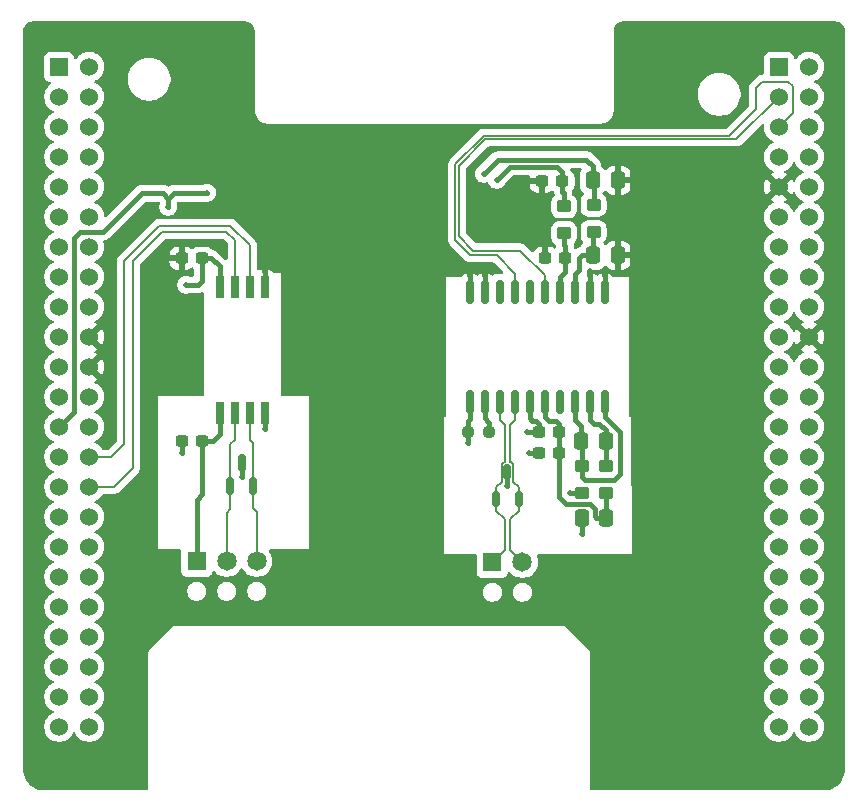
<source format=gtl>
%TF.GenerationSoftware,KiCad,Pcbnew,9.0.7-9.0.7~ubuntu24.04.1*%
%TF.CreationDate,2026-01-13T16:37:34+01:00*%
%TF.ProjectId,can_uart,63616e5f-7561-4727-942e-6b696361645f,1.0*%
%TF.SameCoordinates,Original*%
%TF.FileFunction,Copper,L1,Top*%
%TF.FilePolarity,Positive*%
%FSLAX46Y46*%
G04 Gerber Fmt 4.6, Leading zero omitted, Abs format (unit mm)*
G04 Created by KiCad (PCBNEW 9.0.7-9.0.7~ubuntu24.04.1) date 2026-01-13 16:37:34*
%MOMM*%
%LPD*%
G01*
G04 APERTURE LIST*
G04 Aperture macros list*
%AMRoundRect*
0 Rectangle with rounded corners*
0 $1 Rounding radius*
0 $2 $3 $4 $5 $6 $7 $8 $9 X,Y pos of 4 corners*
0 Add a 4 corners polygon primitive as box body*
4,1,4,$2,$3,$4,$5,$6,$7,$8,$9,$2,$3,0*
0 Add four circle primitives for the rounded corners*
1,1,$1+$1,$2,$3*
1,1,$1+$1,$4,$5*
1,1,$1+$1,$6,$7*
1,1,$1+$1,$8,$9*
0 Add four rect primitives between the rounded corners*
20,1,$1+$1,$2,$3,$4,$5,0*
20,1,$1+$1,$4,$5,$6,$7,0*
20,1,$1+$1,$6,$7,$8,$9,0*
20,1,$1+$1,$8,$9,$2,$3,0*%
G04 Aperture macros list end*
%TA.AperFunction,SMDPad,CuDef*%
%ADD10RoundRect,0.250000X0.350000X-0.275000X0.350000X0.275000X-0.350000X0.275000X-0.350000X-0.275000X0*%
%TD*%
%TA.AperFunction,SMDPad,CuDef*%
%ADD11RoundRect,0.250000X-0.337500X-0.475000X0.337500X-0.475000X0.337500X0.475000X-0.337500X0.475000X0*%
%TD*%
%TA.AperFunction,SMDPad,CuDef*%
%ADD12R,0.650000X1.850000*%
%TD*%
%TA.AperFunction,ComponentPad*%
%ADD13R,1.530000X1.530000*%
%TD*%
%TA.AperFunction,ComponentPad*%
%ADD14C,1.530000*%
%TD*%
%TA.AperFunction,SMDPad,CuDef*%
%ADD15RoundRect,0.237500X-0.300000X-0.237500X0.300000X-0.237500X0.300000X0.237500X-0.300000X0.237500X0*%
%TD*%
%TA.AperFunction,SMDPad,CuDef*%
%ADD16RoundRect,0.150000X0.150000X-0.587500X0.150000X0.587500X-0.150000X0.587500X-0.150000X-0.587500X0*%
%TD*%
%TA.AperFunction,SMDPad,CuDef*%
%ADD17RoundRect,0.237500X0.300000X0.237500X-0.300000X0.237500X-0.300000X-0.237500X0.300000X-0.237500X0*%
%TD*%
%TA.AperFunction,SMDPad,CuDef*%
%ADD18RoundRect,0.150000X-0.150000X0.875000X-0.150000X-0.875000X0.150000X-0.875000X0.150000X0.875000X0*%
%TD*%
%TA.AperFunction,SMDPad,CuDef*%
%ADD19RoundRect,0.237500X-0.250000X-0.237500X0.250000X-0.237500X0.250000X0.237500X-0.250000X0.237500X0*%
%TD*%
%TA.AperFunction,ComponentPad*%
%ADD20R,1.650000X1.650000*%
%TD*%
%TA.AperFunction,ComponentPad*%
%ADD21C,1.650000*%
%TD*%
%TA.AperFunction,SMDPad,CuDef*%
%ADD22RoundRect,0.250000X0.337500X0.475000X-0.337500X0.475000X-0.337500X-0.475000X0.337500X-0.475000X0*%
%TD*%
%TA.AperFunction,SMDPad,CuDef*%
%ADD23RoundRect,0.150000X0.150000X-0.512500X0.150000X0.512500X-0.150000X0.512500X-0.150000X-0.512500X0*%
%TD*%
%TA.AperFunction,SMDPad,CuDef*%
%ADD24RoundRect,0.250000X-0.350000X0.275000X-0.350000X-0.275000X0.350000X-0.275000X0.350000X0.275000X0*%
%TD*%
%TA.AperFunction,ViaPad*%
%ADD25C,0.500000*%
%TD*%
%TA.AperFunction,Conductor*%
%ADD26C,0.400000*%
%TD*%
%TA.AperFunction,Conductor*%
%ADD27C,0.200000*%
%TD*%
G04 APERTURE END LIST*
D10*
%TO.P,FB1,1*%
%TO.N,/can/VISOIN*%
X165537500Y-90650000D03*
%TO.P,FB1,2*%
%TO.N,/can/VISOOUT*%
X165537500Y-88350000D03*
%TD*%
D11*
%TO.P,C3,1*%
%TO.N,CAN_GND_ISO*%
X163500000Y-92750000D03*
%TO.P,C3,2*%
%TO.N,/can/VISOIN*%
X165575000Y-92750000D03*
%TD*%
D12*
%TO.P,IC1,1,VCC1*%
%TO.N,+3V*%
X132845000Y-83825000D03*
%TO.P,IC1,2,OUTA*%
%TO.N,O_UART_TX*%
X134115000Y-83825000D03*
%TO.P,IC1,3,INB*%
%TO.N,O_UART_RX*%
X135385000Y-83825000D03*
%TO.P,IC1,4,GND1*%
%TO.N,GNDREF*%
X136655000Y-83825000D03*
%TO.P,IC1,5,GND2*%
%TO.N,GND*%
X136655000Y-73175000D03*
%TO.P,IC1,6,OUTB*%
%TO.N,UART_TX*%
X135385000Y-73175000D03*
%TO.P,IC1,7,INA*%
%TO.N,UART_RX*%
X134115000Y-73175000D03*
%TO.P,IC1,8,VCC2*%
%TO.N,+3V3*%
X132845000Y-73175000D03*
%TD*%
D13*
%TO.P,J4,1,Pin_1*%
%TO.N,unconnected-(J4-Pin_1-Pad1)*%
X180200000Y-54550000D03*
D14*
%TO.P,J4,2,Pin_2*%
%TO.N,unconnected-(J4-Pin_2-Pad2)*%
X182740000Y-54550000D03*
%TO.P,J4,3,Pin_3*%
%TO.N,CAN_RX*%
X180200000Y-57090000D03*
%TO.P,J4,4,Pin_4*%
%TO.N,unconnected-(J4-Pin_4-Pad4)*%
X182740000Y-57090000D03*
%TO.P,J4,5,Pin_5*%
%TO.N,CAN_TX*%
X180200000Y-59630000D03*
%TO.P,J4,6,Pin_6*%
%TO.N,unconnected-(J4-Pin_6-Pad6)*%
X182740000Y-59630000D03*
%TO.P,J4,7,Pin_7*%
%TO.N,unconnected-(J4-Pin_7-Pad7)*%
X180200000Y-62170000D03*
%TO.P,J4,8,Pin_8*%
%TO.N,unconnected-(J4-Pin_8-Pad8)*%
X182740000Y-62170000D03*
%TO.P,J4,9,Pin_9*%
%TO.N,GND*%
X180200000Y-64710000D03*
%TO.P,J4,10,Pin_10*%
%TO.N,unconnected-(J4-Pin_10-Pad10)*%
X182740000Y-64710000D03*
%TO.P,J4,11,Pin_11*%
%TO.N,unconnected-(J4-Pin_11-Pad11)*%
X180200000Y-67250000D03*
%TO.P,J4,12,Pin_12*%
%TO.N,unconnected-(J4-Pin_12-Pad12)*%
X182740000Y-67250000D03*
%TO.P,J4,13,Pin_13*%
%TO.N,unconnected-(J4-Pin_13-Pad13)*%
X180200000Y-69790000D03*
%TO.P,J4,14,Pin_14*%
%TO.N,unconnected-(J4-Pin_14-Pad14)*%
X182740000Y-69790000D03*
%TO.P,J4,15,Pin_15*%
%TO.N,unconnected-(J4-Pin_15-Pad15)*%
X180200000Y-72330000D03*
%TO.P,J4,16,Pin_16*%
%TO.N,unconnected-(J4-Pin_16-Pad16)*%
X182740000Y-72330000D03*
%TO.P,J4,17,Pin_17*%
%TO.N,unconnected-(J4-Pin_17-Pad17)*%
X180200000Y-74870000D03*
%TO.P,J4,18,Pin_18*%
%TO.N,unconnected-(J4-Pin_18-Pad18)*%
X182740000Y-74870000D03*
%TO.P,J4,19,Pin_19*%
%TO.N,unconnected-(J4-Pin_19-Pad19)*%
X180200000Y-77410000D03*
%TO.P,J4,20,Pin_20*%
%TO.N,GND*%
X182740000Y-77410000D03*
%TO.P,J4,21,Pin_21*%
%TO.N,unconnected-(J4-Pin_21-Pad21)*%
X180200000Y-79950000D03*
%TO.P,J4,22,Pin_22*%
%TO.N,unconnected-(J4-Pin_22-Pad22)*%
X182740000Y-79950000D03*
%TO.P,J4,23,Pin_23*%
%TO.N,unconnected-(J4-Pin_23-Pad23)*%
X180200000Y-82490000D03*
%TO.P,J4,24,Pin_24*%
%TO.N,unconnected-(J4-Pin_24-Pad24)*%
X182740000Y-82490000D03*
%TO.P,J4,25,Pin_25*%
%TO.N,unconnected-(J4-Pin_25-Pad25)*%
X180200000Y-85030000D03*
%TO.P,J4,26,Pin_26*%
%TO.N,unconnected-(J4-Pin_26-Pad26)*%
X182740000Y-85030000D03*
%TO.P,J4,27,Pin_27*%
%TO.N,unconnected-(J4-Pin_27-Pad27)*%
X180200000Y-87570000D03*
%TO.P,J4,28,Pin_28*%
%TO.N,unconnected-(J4-Pin_28-Pad28)*%
X182740000Y-87570000D03*
%TO.P,J4,29,Pin_29*%
%TO.N,unconnected-(J4-Pin_29-Pad29)*%
X180200000Y-90110000D03*
%TO.P,J4,30,Pin_30*%
%TO.N,unconnected-(J4-Pin_30-Pad30)*%
X182740000Y-90110000D03*
%TO.P,J4,31,Pin_31*%
%TO.N,unconnected-(J4-Pin_31-Pad31)*%
X180200000Y-92650000D03*
%TO.P,J4,32,Pin_32*%
%TO.N,unconnected-(J4-Pin_32-Pad32)*%
X182740000Y-92650000D03*
%TO.P,J4,33,Pin_33*%
%TO.N,unconnected-(J4-Pin_33-Pad33)*%
X180200000Y-95190000D03*
%TO.P,J4,34,Pin_34*%
%TO.N,unconnected-(J4-Pin_34-Pad34)*%
X182740000Y-95190000D03*
%TO.P,J4,35,Pin_35*%
%TO.N,unconnected-(J4-Pin_35-Pad35)*%
X180200000Y-97730000D03*
%TO.P,J4,36,Pin_36*%
%TO.N,unconnected-(J4-Pin_36-Pad36)*%
X182740000Y-97730000D03*
%TO.P,J4,37,Pin_37*%
%TO.N,unconnected-(J4-Pin_37-Pad37)*%
X180200000Y-100270000D03*
%TO.P,J4,38,Pin_38*%
%TO.N,unconnected-(J4-Pin_38-Pad38)*%
X182740000Y-100270000D03*
%TO.P,J4,39,Pin_39*%
%TO.N,unconnected-(J4-Pin_39-Pad39)*%
X180200000Y-102810000D03*
%TO.P,J4,40,Pin_40*%
%TO.N,unconnected-(J4-Pin_40-Pad40)*%
X182740000Y-102810000D03*
%TO.P,J4,41,Pin_41*%
%TO.N,unconnected-(J4-Pin_41-Pad41)*%
X180200000Y-105350000D03*
%TO.P,J4,42,Pin_42*%
%TO.N,unconnected-(J4-Pin_42-Pad42)*%
X182740000Y-105350000D03*
%TO.P,J4,43,Pin_43*%
%TO.N,unconnected-(J4-Pin_43-Pad43)*%
X180200000Y-107890000D03*
%TO.P,J4,44,Pin_44*%
%TO.N,unconnected-(J4-Pin_44-Pad44)*%
X182740000Y-107890000D03*
%TO.P,J4,45,Pin_45*%
%TO.N,unconnected-(J4-Pin_45-Pad45)*%
X180200000Y-110430000D03*
%TO.P,J4,46,Pin_46*%
%TO.N,unconnected-(J4-Pin_46-Pad46)*%
X182740000Y-110430000D03*
%TD*%
D15*
%TO.P,C9,1*%
%TO.N,GNDREF*%
X129637500Y-86250000D03*
%TO.P,C9,2*%
%TO.N,+3V*%
X131362500Y-86250000D03*
%TD*%
D16*
%TO.P,D1,1,K*%
%TO.N,O_UART_TX*%
X133750000Y-90000000D03*
%TO.P,D1,2,K*%
%TO.N,O_UART_RX*%
X135650000Y-90000000D03*
%TO.P,D1,3,A*%
%TO.N,GNDREF*%
X134700000Y-88125000D03*
%TD*%
D17*
%TO.P,C7,1*%
%TO.N,+3V3*%
X161862500Y-64250000D03*
%TO.P,C7,2*%
%TO.N,GND*%
X160137500Y-64250000D03*
%TD*%
D10*
%TO.P,FB4,1*%
%TO.N,/can/VIO*%
X162000000Y-68650000D03*
%TO.P,FB4,2*%
%TO.N,+3V3*%
X162000000Y-66350000D03*
%TD*%
D18*
%TO.P,U1,1,GND1*%
%TO.N,GND*%
X165465000Y-73600000D03*
%TO.P,U1,2,GND1*%
X164195000Y-73600000D03*
%TO.P,U1,3,VCC*%
%TO.N,/can/VCC*%
X162925000Y-73600000D03*
%TO.P,U1,4,VIO*%
%TO.N,/can/VIO*%
X161655000Y-73600000D03*
%TO.P,U1,5,RXD*%
%TO.N,CAN_RX*%
X160385000Y-73600000D03*
%TO.P,U1,6,SILENT*%
%TO.N,unconnected-(U1-SILENT-Pad6)*%
X159115000Y-73600000D03*
%TO.P,U1,7,TXD*%
%TO.N,CAN_TX*%
X157845000Y-73600000D03*
%TO.P,U1,8,STBY*%
%TO.N,unconnected-(U1-STBY-Pad8)*%
X156575000Y-73600000D03*
%TO.P,U1,9,AUXIN*%
%TO.N,GND*%
X155305000Y-73600000D03*
%TO.P,U1,10,GND1*%
X154035000Y-73600000D03*
%TO.P,U1,11,GND2*%
%TO.N,CAN_GND_ISO*%
X154035000Y-82900000D03*
%TO.P,U1,12,RS*%
%TO.N,/can/RS*%
X155305000Y-82900000D03*
%TO.P,U1,13,CANL*%
%TO.N,CAN_N*%
X156575000Y-82900000D03*
%TO.P,U1,14,CANH*%
%TO.N,CAN_P*%
X157845000Y-82900000D03*
%TO.P,U1,15,GND2*%
%TO.N,CAN_GND_ISO*%
X159115000Y-82900000D03*
%TO.P,U1,16,VISOIN*%
%TO.N,/can/VISOIN*%
X160385000Y-82900000D03*
%TO.P,U1,17,AUXOUT*%
%TO.N,unconnected-(U1-AUXOUT-Pad17)*%
X161655000Y-82900000D03*
%TO.P,U1,18,GNDISO*%
%TO.N,/can/GNDISO*%
X162925000Y-82900000D03*
%TO.P,U1,19,VISOOUT*%
%TO.N,/can/VISOOUT*%
X164195000Y-82900000D03*
%TO.P,U1,20,GNDISO*%
%TO.N,/can/GNDISO*%
X165465000Y-82900000D03*
%TD*%
D15*
%TO.P,C1,1*%
%TO.N,CAN_GND_ISO*%
X159887500Y-87250000D03*
%TO.P,C1,2*%
%TO.N,/can/VISOIN*%
X161612500Y-87250000D03*
%TD*%
D19*
%TO.P,R1,1*%
%TO.N,CAN_GND_ISO*%
X153837500Y-85500000D03*
%TO.P,R1,2*%
%TO.N,/can/RS*%
X155662500Y-85500000D03*
%TD*%
D17*
%TO.P,C2,1*%
%TO.N,/can/VISOIN*%
X161612500Y-85500000D03*
%TO.P,C2,2*%
%TO.N,CAN_GND_ISO*%
X159887500Y-85500000D03*
%TD*%
D11*
%TO.P,C4,1*%
%TO.N,/can/GNDISO*%
X163462500Y-86250000D03*
%TO.P,C4,2*%
%TO.N,/can/VISOOUT*%
X165537500Y-86250000D03*
%TD*%
D20*
%TO.P,J1,1,Pin_1*%
%TO.N,+3V*%
X130900000Y-96400000D03*
D21*
%TO.P,J1,2,Pin_2*%
%TO.N,O_UART_TX*%
X133440000Y-96400000D03*
%TO.P,J1,3,Pin_3*%
%TO.N,O_UART_RX*%
X135980000Y-96400000D03*
%TD*%
D20*
%TO.P,J2,1,Pin_1*%
%TO.N,CAN_N*%
X155941000Y-96485251D03*
D21*
%TO.P,J2,2,Pin_2*%
%TO.N,CAN_P*%
X158481000Y-96485251D03*
%TD*%
D22*
%TO.P,C5,1*%
%TO.N,GND*%
X166537500Y-64150000D03*
%TO.P,C5,2*%
%TO.N,+5V*%
X164462500Y-64150000D03*
%TD*%
D11*
%TO.P,C6,1*%
%TO.N,/can/VCC*%
X164462500Y-70500000D03*
%TO.P,C6,2*%
%TO.N,GND*%
X166537500Y-70500000D03*
%TD*%
D10*
%TO.P,FB3,1*%
%TO.N,/can/VCC*%
X164500000Y-68550000D03*
%TO.P,FB3,2*%
%TO.N,+5V*%
X164500000Y-66250000D03*
%TD*%
D13*
%TO.P,J3,1,Pin_1*%
%TO.N,unconnected-(J3-Pin_1-Pad1)*%
X119260000Y-54550000D03*
D14*
%TO.P,J3,2,Pin_2*%
%TO.N,unconnected-(J3-Pin_2-Pad2)*%
X121800000Y-54550000D03*
%TO.P,J3,3,Pin_3*%
%TO.N,unconnected-(J3-Pin_3-Pad3)*%
X119260000Y-57090000D03*
%TO.P,J3,4,Pin_4*%
%TO.N,unconnected-(J3-Pin_4-Pad4)*%
X121800000Y-57090000D03*
%TO.P,J3,5,Pin_5*%
%TO.N,unconnected-(J3-Pin_5-Pad5)*%
X119260000Y-59630000D03*
%TO.P,J3,6,Pin_6*%
%TO.N,unconnected-(J3-Pin_6-Pad6)*%
X121800000Y-59630000D03*
%TO.P,J3,7,Pin_7*%
%TO.N,unconnected-(J3-Pin_7-Pad7)*%
X119260000Y-62170000D03*
%TO.P,J3,8,Pin_8*%
%TO.N,unconnected-(J3-Pin_8-Pad8)*%
X121800000Y-62170000D03*
%TO.P,J3,9,Pin_9*%
%TO.N,unconnected-(J3-Pin_9-Pad9)*%
X119260000Y-64710000D03*
%TO.P,J3,10,Pin_10*%
%TO.N,unconnected-(J3-Pin_10-Pad10)*%
X121800000Y-64710000D03*
%TO.P,J3,11,Pin_11*%
%TO.N,unconnected-(J3-Pin_11-Pad11)*%
X119260000Y-67250000D03*
%TO.P,J3,12,Pin_12*%
%TO.N,unconnected-(J3-Pin_12-Pad12)*%
X121800000Y-67250000D03*
%TO.P,J3,13,Pin_13*%
%TO.N,unconnected-(J3-Pin_13-Pad13)*%
X119260000Y-69790000D03*
%TO.P,J3,14,Pin_14*%
%TO.N,unconnected-(J3-Pin_14-Pad14)*%
X121800000Y-69790000D03*
%TO.P,J3,15,Pin_15*%
%TO.N,unconnected-(J3-Pin_15-Pad15)*%
X119260000Y-72330000D03*
%TO.P,J3,16,Pin_16*%
%TO.N,unconnected-(J3-Pin_16-Pad16)*%
X121800000Y-72330000D03*
%TO.P,J3,17,Pin_17*%
%TO.N,unconnected-(J3-Pin_17-Pad17)*%
X119260000Y-74870000D03*
%TO.P,J3,18,Pin_18*%
%TO.N,unconnected-(J3-Pin_18-Pad18)*%
X121800000Y-74870000D03*
%TO.P,J3,19,Pin_19*%
%TO.N,unconnected-(J3-Pin_19-Pad19)*%
X119260000Y-77410000D03*
%TO.P,J3,20,Pin_20*%
%TO.N,GND*%
X121800000Y-77410000D03*
%TO.P,J3,21,Pin_21*%
%TO.N,unconnected-(J3-Pin_21-Pad21)*%
X119260000Y-79950000D03*
%TO.P,J3,22,Pin_22*%
%TO.N,GND*%
X121800000Y-79950000D03*
%TO.P,J3,23,Pin_23*%
%TO.N,unconnected-(J3-Pin_23-Pad23)*%
X119260000Y-82490000D03*
%TO.P,J3,24,Pin_24*%
%TO.N,unconnected-(J3-Pin_24-Pad24)*%
X121800000Y-82490000D03*
%TO.P,J3,25,Pin_25*%
%TO.N,+3V3*%
X119260000Y-85030000D03*
%TO.P,J3,26,Pin_26*%
%TO.N,unconnected-(J3-Pin_26-Pad26)*%
X121800000Y-85030000D03*
%TO.P,J3,27,Pin_27*%
%TO.N,+5V*%
X119260000Y-87570000D03*
%TO.P,J3,28,Pin_28*%
%TO.N,UART_TX*%
X121800000Y-87570000D03*
%TO.P,J3,29,Pin_29*%
%TO.N,unconnected-(J3-Pin_29-Pad29)*%
X119260000Y-90110000D03*
%TO.P,J3,30,Pin_30*%
%TO.N,UART_RX*%
X121800000Y-90110000D03*
%TO.P,J3,31,Pin_31*%
%TO.N,unconnected-(J3-Pin_31-Pad31)*%
X119260000Y-92650000D03*
%TO.P,J3,32,Pin_32*%
%TO.N,unconnected-(J3-Pin_32-Pad32)*%
X121800000Y-92650000D03*
%TO.P,J3,33,Pin_33*%
%TO.N,unconnected-(J3-Pin_33-Pad33)*%
X119260000Y-95190000D03*
%TO.P,J3,34,Pin_34*%
%TO.N,unconnected-(J3-Pin_34-Pad34)*%
X121800000Y-95190000D03*
%TO.P,J3,35,Pin_35*%
%TO.N,unconnected-(J3-Pin_35-Pad35)*%
X119260000Y-97730000D03*
%TO.P,J3,36,Pin_36*%
%TO.N,unconnected-(J3-Pin_36-Pad36)*%
X121800000Y-97730000D03*
%TO.P,J3,37,Pin_37*%
%TO.N,unconnected-(J3-Pin_37-Pad37)*%
X119260000Y-100270000D03*
%TO.P,J3,38,Pin_38*%
%TO.N,unconnected-(J3-Pin_38-Pad38)*%
X121800000Y-100270000D03*
%TO.P,J3,39,Pin_39*%
%TO.N,unconnected-(J3-Pin_39-Pad39)*%
X119260000Y-102810000D03*
%TO.P,J3,40,Pin_40*%
%TO.N,unconnected-(J3-Pin_40-Pad40)*%
X121800000Y-102810000D03*
%TO.P,J3,41,Pin_41*%
%TO.N,unconnected-(J3-Pin_41-Pad41)*%
X119260000Y-105350000D03*
%TO.P,J3,42,Pin_42*%
%TO.N,unconnected-(J3-Pin_42-Pad42)*%
X121800000Y-105350000D03*
%TO.P,J3,43,Pin_43*%
%TO.N,unconnected-(J3-Pin_43-Pad43)*%
X119260000Y-107890000D03*
%TO.P,J3,44,Pin_44*%
%TO.N,unconnected-(J3-Pin_44-Pad44)*%
X121800000Y-107890000D03*
%TO.P,J3,45,Pin_45*%
%TO.N,unconnected-(J3-Pin_45-Pad45)*%
X119260000Y-110430000D03*
%TO.P,J3,46,Pin_46*%
%TO.N,unconnected-(J3-Pin_46-Pad46)*%
X121800000Y-110430000D03*
%TD*%
D23*
%TO.P,D2,1,A1*%
%TO.N,CAN_N*%
X156261000Y-91122751D03*
%TO.P,D2,2,A2*%
%TO.N,CAN_P*%
X158161000Y-91122751D03*
%TO.P,D2,3,common*%
%TO.N,CAN_GND_ISO*%
X157211000Y-88847751D03*
%TD*%
D17*
%TO.P,C8,1*%
%TO.N,/can/VIO*%
X162112500Y-70750000D03*
%TO.P,C8,2*%
%TO.N,GND*%
X160387500Y-70750000D03*
%TD*%
D15*
%TO.P,C10,1*%
%TO.N,GND*%
X129637500Y-70750000D03*
%TO.P,C10,2*%
%TO.N,+3V3*%
X131362500Y-70750000D03*
%TD*%
D24*
%TO.P,FB2,1*%
%TO.N,/can/GNDISO*%
X163537500Y-88350000D03*
%TO.P,FB2,2*%
%TO.N,CAN_GND_ISO*%
X163537500Y-90650000D03*
%TD*%
D25*
%TO.N,GND*%
X166537500Y-69250000D03*
X165465000Y-71785000D03*
X154035000Y-71785000D03*
X129637500Y-69750000D03*
X136655000Y-71750000D03*
X155305000Y-71805000D03*
X160137500Y-65250000D03*
X160387500Y-69750000D03*
X166537500Y-62900000D03*
X164195000Y-71805000D03*
%TO.N,+3V3*%
X131800000Y-65200000D03*
X128500000Y-66400000D03*
X156300000Y-64100000D03*
X130000000Y-73000000D03*
%TO.N,+5V*%
X155200000Y-63600000D03*
%TO.N,CAN_GND_ISO*%
X153837500Y-86437500D03*
X162500000Y-90650000D03*
X158900000Y-85500000D03*
X157211000Y-90000000D03*
X159000000Y-87250000D03*
X163500000Y-94100000D03*
%TO.N,GNDREF*%
X129637500Y-87200000D03*
X136655000Y-85200000D03*
X134700000Y-89300000D03*
%TD*%
D26*
%TO.N,GND*%
X165465000Y-71785000D02*
X165465000Y-73600000D01*
X129637500Y-69750000D02*
X129637500Y-70750000D01*
X164195000Y-71805000D02*
X164195000Y-73600000D01*
X166537500Y-62900000D02*
X166537500Y-64150000D01*
X136655000Y-71750000D02*
X136655000Y-73175000D01*
X160387500Y-69750000D02*
X160387500Y-70750000D01*
X155305000Y-71805000D02*
X155305000Y-73600000D01*
X160137500Y-65250000D02*
X160137500Y-64250000D01*
X166537500Y-69250000D02*
X166537500Y-70500000D01*
X154035000Y-71785000D02*
X154035000Y-73600000D01*
%TO.N,+3V3*%
X120500000Y-83790000D02*
X120500000Y-69000000D01*
X158000000Y-63000000D02*
X157400000Y-63000000D01*
X157400000Y-63000000D02*
X156300000Y-64100000D01*
X120500000Y-69000000D02*
X121000000Y-68500000D01*
X131000000Y-73000000D02*
X130000000Y-73000000D01*
X131800000Y-65200000D02*
X131750000Y-65250000D01*
X132845000Y-73175000D02*
X132845000Y-71445000D01*
X161862500Y-64250000D02*
X161862500Y-65112500D01*
X161862500Y-63462500D02*
X161400000Y-63000000D01*
X128050000Y-65250000D02*
X128500000Y-65700000D01*
X128950000Y-65250000D02*
X128500000Y-65700000D01*
X161862500Y-64250000D02*
X161862500Y-63462500D01*
X161400000Y-63000000D02*
X158000000Y-63000000D01*
X121000000Y-68500000D02*
X123000000Y-68500000D01*
X161862500Y-65112500D02*
X162000000Y-65250000D01*
X126250000Y-65250000D02*
X128050000Y-65250000D01*
X131362500Y-72637500D02*
X131362500Y-70750000D01*
X128500000Y-65700000D02*
X128500000Y-66400000D01*
X131750000Y-65250000D02*
X128950000Y-65250000D01*
X123000000Y-68500000D02*
X126250000Y-65250000D01*
X119260000Y-85030000D02*
X120500000Y-83790000D01*
X131362500Y-72637500D02*
X131000000Y-73000000D01*
X162000000Y-65250000D02*
X162000000Y-66350000D01*
X132845000Y-71445000D02*
X132150000Y-70750000D01*
X132150000Y-70750000D02*
X131362500Y-70750000D01*
%TO.N,+5V*%
X155200000Y-63600000D02*
X156400000Y-62400000D01*
X156400000Y-62400000D02*
X163900000Y-62400000D01*
X164500000Y-66250000D02*
X164500000Y-64187500D01*
X164462500Y-62962500D02*
X164462500Y-64150000D01*
X163900000Y-62400000D02*
X164462500Y-62962500D01*
%TO.N,/can/VISOIN*%
X165575000Y-92750000D02*
X164750000Y-92750000D01*
X164600000Y-92600000D02*
X164600000Y-92000000D01*
X164200000Y-91600000D02*
X162212500Y-91600000D01*
X165537500Y-90650000D02*
X165537500Y-92712500D01*
X162212500Y-91600000D02*
X161612500Y-91000000D01*
X164750000Y-92750000D02*
X164600000Y-92600000D01*
X160385000Y-84185000D02*
X160700000Y-84500000D01*
X161300000Y-84500000D02*
X161612500Y-84812500D01*
X164600000Y-92000000D02*
X164200000Y-91600000D01*
X160700000Y-84500000D02*
X161300000Y-84500000D01*
X161612500Y-87250000D02*
X161612500Y-85500000D01*
X161612500Y-87250000D02*
X161612500Y-91000000D01*
X161612500Y-84812500D02*
X161612500Y-85500000D01*
X160385000Y-82900000D02*
X160385000Y-84185000D01*
X165537500Y-92712500D02*
X165575000Y-92750000D01*
%TO.N,CAN_GND_ISO*%
X157211000Y-90000000D02*
X157211000Y-88847751D01*
X154035000Y-84365000D02*
X153837500Y-84562500D01*
X159115000Y-82900000D02*
X159115000Y-84315000D01*
X162500000Y-90650000D02*
X163537500Y-90650000D01*
X159000000Y-87250000D02*
X159887500Y-87250000D01*
X154035000Y-82900000D02*
X154035000Y-84365000D01*
X153837500Y-86437500D02*
X153837500Y-85500000D01*
X159300000Y-84500000D02*
X159600000Y-84500000D01*
X159600000Y-84500000D02*
X159887500Y-84787500D01*
X163500000Y-92750000D02*
X163500000Y-94100000D01*
X159887500Y-84787500D02*
X159887500Y-85500000D01*
X159115000Y-84315000D02*
X159300000Y-84500000D01*
X158900000Y-85500000D02*
X159887500Y-85500000D01*
X153837500Y-84562500D02*
X153837500Y-85500000D01*
%TO.N,/can/VISOOUT*%
X164195000Y-84445000D02*
X164195000Y-82900000D01*
X165537500Y-88350000D02*
X165537500Y-86250000D01*
X165537500Y-86250000D02*
X165537500Y-85287500D01*
X165000000Y-84750000D02*
X164500000Y-84750000D01*
X165537500Y-85287500D02*
X165000000Y-84750000D01*
X164500000Y-84750000D02*
X164195000Y-84445000D01*
%TO.N,/can/GNDISO*%
X166750000Y-89000000D02*
X166250000Y-89500000D01*
X163537500Y-89287500D02*
X163537500Y-88350000D01*
X166750000Y-85500000D02*
X166750000Y-89000000D01*
X165465000Y-82900000D02*
X165465000Y-84215000D01*
X163750000Y-89500000D02*
X163537500Y-89287500D01*
X166250000Y-89500000D02*
X163750000Y-89500000D01*
X165465000Y-84215000D02*
X166750000Y-85500000D01*
X163537500Y-88350000D02*
X163537500Y-86325000D01*
X163462500Y-84962500D02*
X163462500Y-86250000D01*
X163537500Y-86325000D02*
X163462500Y-86250000D01*
X162925000Y-82900000D02*
X162925000Y-84425000D01*
X162925000Y-84425000D02*
X163462500Y-84962500D01*
%TO.N,/can/VCC*%
X162925000Y-72075000D02*
X162925000Y-73600000D01*
X164462500Y-70500000D02*
X163500000Y-70500000D01*
X164462500Y-70500000D02*
X164462500Y-68587500D01*
X163250000Y-71750000D02*
X162925000Y-72075000D01*
X164462500Y-68587500D02*
X164500000Y-68550000D01*
X163500000Y-70500000D02*
X163250000Y-70750000D01*
X163250000Y-70750000D02*
X163250000Y-71750000D01*
%TO.N,/can/VIO*%
X162112500Y-71887500D02*
X162112500Y-70750000D01*
X162112500Y-69712500D02*
X162000000Y-69600000D01*
X162000000Y-69600000D02*
X162000000Y-68650000D01*
X162112500Y-70750000D02*
X162112500Y-69712500D01*
X161655000Y-72345000D02*
X162112500Y-71887500D01*
X161655000Y-73600000D02*
X161655000Y-72345000D01*
%TO.N,GNDREF*%
X136655000Y-85200000D02*
X136655000Y-83825000D01*
X134700000Y-89300000D02*
X134700000Y-88125000D01*
X129637500Y-87200000D02*
X129637500Y-86250000D01*
D27*
%TO.N,O_UART_TX*%
X134115000Y-86135000D02*
X134115000Y-83825000D01*
X133750000Y-92000000D02*
X133750000Y-90000000D01*
X133750000Y-86500000D02*
X134115000Y-86135000D01*
X133460000Y-96460000D02*
X133460000Y-92290000D01*
X133460000Y-92290000D02*
X133750000Y-92000000D01*
X133750000Y-90000000D02*
X133750000Y-86500000D01*
%TO.N,O_UART_RX*%
X135650000Y-86400000D02*
X135385000Y-86135000D01*
X136000000Y-96460000D02*
X136000000Y-92250000D01*
X135650000Y-90000000D02*
X135650000Y-86400000D01*
X136000000Y-92250000D02*
X135650000Y-91900000D01*
X135385000Y-86135000D02*
X135385000Y-83825000D01*
X135650000Y-91900000D02*
X135650000Y-90000000D01*
%TO.N,UART_RX*%
X133400000Y-68500000D02*
X134115000Y-69215000D01*
X123890000Y-90110000D02*
X125500000Y-88500000D01*
X134115000Y-69215000D02*
X134115000Y-73175000D01*
X125500000Y-71000000D02*
X128000000Y-68500000D01*
X121800000Y-90110000D02*
X123890000Y-90110000D01*
X125500000Y-88500000D02*
X125500000Y-71000000D01*
X128000000Y-68500000D02*
X133400000Y-68500000D01*
%TO.N,UART_TX*%
X135385000Y-73175000D02*
X135385000Y-69635000D01*
X124750000Y-71000000D02*
X124750000Y-86500000D01*
X135385000Y-69635000D02*
X133750000Y-68000000D01*
X124750000Y-86500000D02*
X123680000Y-87570000D01*
X123680000Y-87570000D02*
X121800000Y-87570000D01*
X133750000Y-68000000D02*
X127750000Y-68000000D01*
X127750000Y-68000000D02*
X124750000Y-71000000D01*
%TO.N,CAN_RX*%
X160385000Y-73600000D02*
X160385000Y-72185000D01*
X155320536Y-60691000D02*
X176599000Y-60691000D01*
X158300000Y-70100000D02*
X154300000Y-70100000D01*
X153091000Y-68891000D02*
X153091000Y-62920536D01*
X176599000Y-60691000D02*
X180200000Y-57090000D01*
X154300000Y-70100000D02*
X153091000Y-68891000D01*
X153091000Y-62920536D02*
X155320536Y-60691000D01*
X160385000Y-72185000D02*
X158300000Y-70100000D01*
%TO.N,CAN_TX*%
X181400000Y-58430000D02*
X180200000Y-59630000D01*
X157845000Y-72045000D02*
X156300000Y-70500000D01*
X157845000Y-73600000D02*
X157845000Y-72045000D01*
X155200000Y-60400000D02*
X176000000Y-60400000D01*
X178800000Y-55800000D02*
X181000000Y-55800000D01*
X152800000Y-62800000D02*
X155200000Y-60400000D01*
X152800000Y-69250000D02*
X152800000Y-62800000D01*
X178250000Y-56350000D02*
X178800000Y-55800000D01*
X154050000Y-70500000D02*
X152800000Y-69250000D01*
X178250000Y-58150000D02*
X178250000Y-56350000D01*
X181000000Y-55800000D02*
X181400000Y-56200000D01*
X181400000Y-56200000D02*
X181400000Y-58430000D01*
X156300000Y-70500000D02*
X154050000Y-70500000D01*
X176000000Y-60400000D02*
X178250000Y-58150000D01*
D26*
%TO.N,/can/RS*%
X155305000Y-84305000D02*
X155662500Y-84662500D01*
X155662500Y-84662500D02*
X155662500Y-85500000D01*
X155305000Y-82900000D02*
X155305000Y-84305000D01*
D27*
%TO.N,CAN_P*%
X157436000Y-95440251D02*
X157436000Y-92841502D01*
X158161000Y-90129000D02*
X157702000Y-89670000D01*
X158161000Y-92116502D02*
X158161000Y-91122751D01*
X157435000Y-84847501D02*
X157845000Y-84437501D01*
X157436000Y-92841502D02*
X158161000Y-92116502D01*
X158481000Y-96485251D02*
X157436000Y-95440251D01*
X157506402Y-87994251D02*
X157436000Y-87994251D01*
X157702000Y-89670000D02*
X157702000Y-88189849D01*
X157702000Y-88189849D02*
X157506402Y-87994251D01*
X157845000Y-84437501D02*
X157845000Y-82900000D01*
X157436000Y-87994251D02*
X157436000Y-85925545D01*
X158161000Y-91122751D02*
X158161000Y-90129000D01*
X157435000Y-85924545D02*
X157435000Y-84847501D01*
X157436000Y-85925545D02*
X157435000Y-85924545D01*
%TO.N,CAN_N*%
X156720000Y-89670000D02*
X156720000Y-88189849D01*
X156915598Y-87994251D02*
X156986000Y-87994251D01*
X156720000Y-88189849D02*
X156915598Y-87994251D01*
X156985000Y-84847501D02*
X156575000Y-84437501D01*
X156986000Y-87994251D02*
X156986000Y-86097751D01*
X155941000Y-96485251D02*
X156986000Y-95440251D01*
X156261000Y-91122751D02*
X156261000Y-90129000D01*
X156986000Y-92841502D02*
X156261000Y-92116502D01*
X156575000Y-84437501D02*
X156575000Y-82900000D01*
X156261000Y-90129000D02*
X156720000Y-89670000D01*
X156985000Y-86096751D02*
X156985000Y-84847501D01*
X156986000Y-86097751D02*
X156985000Y-86096751D01*
X156261000Y-92116502D02*
X156261000Y-91122751D01*
X156986000Y-95440251D02*
X156986000Y-92841502D01*
D26*
%TO.N,+3V*%
X132250000Y-86250000D02*
X132845000Y-85655000D01*
X132845000Y-85655000D02*
X132845000Y-83825000D01*
X130900000Y-91200000D02*
X131362500Y-90737500D01*
X131362500Y-86250000D02*
X131362500Y-90737500D01*
X131362500Y-86250000D02*
X132250000Y-86250000D01*
X130900000Y-96400000D02*
X130900000Y-91200000D01*
%TD*%
%TA.AperFunction,Conductor*%
%TO.N,GND*%
G36*
X182264755Y-77606853D02*
G01*
X182331898Y-77723147D01*
X182426853Y-77818102D01*
X182543147Y-77885245D01*
X182602425Y-77901128D01*
X182039134Y-78464417D01*
X182076994Y-78491924D01*
X182228722Y-78569234D01*
X182279518Y-78617209D01*
X182296313Y-78685030D01*
X182273776Y-78751165D01*
X182228723Y-78790203D01*
X182076735Y-78867645D01*
X181963997Y-78949555D01*
X181915582Y-78984731D01*
X181915580Y-78984733D01*
X181915579Y-78984733D01*
X181774733Y-79125579D01*
X181774733Y-79125580D01*
X181774731Y-79125582D01*
X181724447Y-79194790D01*
X181657647Y-79286733D01*
X181580485Y-79438172D01*
X181532510Y-79488968D01*
X181464689Y-79505763D01*
X181398554Y-79483225D01*
X181359515Y-79438172D01*
X181282352Y-79286733D01*
X181165269Y-79125582D01*
X181024418Y-78984731D01*
X180863266Y-78867647D01*
X180711827Y-78790485D01*
X180661031Y-78742510D01*
X180644236Y-78674689D01*
X180666773Y-78608554D01*
X180711827Y-78569515D01*
X180721116Y-78564781D01*
X180863266Y-78492353D01*
X181024418Y-78375269D01*
X181165269Y-78234418D01*
X181282353Y-78073266D01*
X181359795Y-77921276D01*
X181407769Y-77870481D01*
X181475590Y-77853686D01*
X181541725Y-77876223D01*
X181580765Y-77921277D01*
X181658077Y-78073008D01*
X181685580Y-78110863D01*
X181685581Y-78110864D01*
X182248871Y-77547574D01*
X182264755Y-77606853D01*
G37*
%TD.AperFunction*%
%TA.AperFunction,Conductor*%
G36*
X181541446Y-75336773D02*
G01*
X181580485Y-75381827D01*
X181657647Y-75533266D01*
X181774731Y-75694418D01*
X181915582Y-75835269D01*
X182076734Y-75952353D01*
X182166909Y-75998299D01*
X182228722Y-76029795D01*
X182279518Y-76077770D01*
X182296313Y-76145591D01*
X182273776Y-76211726D01*
X182228723Y-76250764D01*
X182076993Y-76328075D01*
X182039135Y-76355580D01*
X182039135Y-76355581D01*
X182602425Y-76918871D01*
X182543147Y-76934755D01*
X182426853Y-77001898D01*
X182331898Y-77096853D01*
X182264755Y-77213147D01*
X182248871Y-77272425D01*
X181685581Y-76709135D01*
X181685580Y-76709135D01*
X181658075Y-76746993D01*
X181580764Y-76898723D01*
X181532790Y-76949518D01*
X181464969Y-76966313D01*
X181398834Y-76943775D01*
X181359795Y-76898722D01*
X181282485Y-76746994D01*
X181282353Y-76746734D01*
X181165269Y-76585582D01*
X181024418Y-76444731D01*
X180863266Y-76327647D01*
X180739500Y-76264585D01*
X180711827Y-76250485D01*
X180661031Y-76202510D01*
X180644236Y-76134689D01*
X180666773Y-76068554D01*
X180711827Y-76029515D01*
X180721116Y-76024781D01*
X180863266Y-75952353D01*
X181024418Y-75835269D01*
X181165269Y-75694418D01*
X181282353Y-75533266D01*
X181359515Y-75381827D01*
X181407490Y-75331031D01*
X181475311Y-75314236D01*
X181541446Y-75336773D01*
G37*
%TD.AperFunction*%
%TA.AperFunction,Conductor*%
G36*
X181254417Y-65410863D02*
G01*
X181254418Y-65410863D01*
X181281924Y-65373005D01*
X181359234Y-65221277D01*
X181407208Y-65170481D01*
X181475029Y-65153686D01*
X181541164Y-65176223D01*
X181580204Y-65221277D01*
X181653183Y-65364505D01*
X181657647Y-65373266D01*
X181774731Y-65534418D01*
X181915582Y-65675269D01*
X182076734Y-65792353D01*
X182135312Y-65822200D01*
X182228172Y-65869515D01*
X182278968Y-65917490D01*
X182295763Y-65985311D01*
X182273225Y-66051446D01*
X182228172Y-66090485D01*
X182076733Y-66167647D01*
X181984790Y-66234447D01*
X181915582Y-66284731D01*
X181915580Y-66284733D01*
X181915579Y-66284733D01*
X181774733Y-66425579D01*
X181774733Y-66425580D01*
X181774731Y-66425582D01*
X181739613Y-66473918D01*
X181657647Y-66586733D01*
X181580485Y-66738172D01*
X181532510Y-66788968D01*
X181464689Y-66805763D01*
X181398554Y-66783225D01*
X181359515Y-66738172D01*
X181282352Y-66586733D01*
X181165269Y-66425582D01*
X181024418Y-66284731D01*
X180863266Y-66167647D01*
X180863262Y-66167645D01*
X180711277Y-66090204D01*
X180660481Y-66042229D01*
X180643686Y-65974408D01*
X180666224Y-65908273D01*
X180711277Y-65869234D01*
X180863005Y-65791924D01*
X180900863Y-65764418D01*
X180900863Y-65764417D01*
X180337574Y-65201128D01*
X180396853Y-65185245D01*
X180513147Y-65118102D01*
X180608102Y-65023147D01*
X180675245Y-64906853D01*
X180691128Y-64847574D01*
X181254417Y-65410863D01*
G37*
%TD.AperFunction*%
%TA.AperFunction,Conductor*%
G36*
X181541446Y-62636773D02*
G01*
X181580485Y-62681827D01*
X181657647Y-62833266D01*
X181774731Y-62994418D01*
X181915582Y-63135269D01*
X182076734Y-63252353D01*
X182106660Y-63267601D01*
X182228172Y-63329515D01*
X182278968Y-63377490D01*
X182295763Y-63445311D01*
X182273225Y-63511446D01*
X182228172Y-63550485D01*
X182076733Y-63627647D01*
X181984790Y-63694447D01*
X181915582Y-63744731D01*
X181915580Y-63744733D01*
X181915579Y-63744733D01*
X181774733Y-63885579D01*
X181774733Y-63885580D01*
X181774731Y-63885582D01*
X181764256Y-63900000D01*
X181657645Y-64046735D01*
X181580203Y-64198723D01*
X181532229Y-64249518D01*
X181464408Y-64266313D01*
X181398273Y-64243775D01*
X181359234Y-64198722D01*
X181281924Y-64046994D01*
X181254417Y-64009135D01*
X181254417Y-64009134D01*
X180691128Y-64572424D01*
X180675245Y-64513147D01*
X180608102Y-64396853D01*
X180513147Y-64301898D01*
X180396853Y-64234755D01*
X180337574Y-64218871D01*
X180900864Y-63655581D01*
X180900863Y-63655580D01*
X180863008Y-63628077D01*
X180711277Y-63550765D01*
X180660481Y-63502790D01*
X180643686Y-63434969D01*
X180666224Y-63368834D01*
X180711277Y-63329795D01*
X180711827Y-63329515D01*
X180863266Y-63252353D01*
X181024418Y-63135269D01*
X181165269Y-62994418D01*
X181282353Y-62833266D01*
X181359515Y-62681827D01*
X181407490Y-62631031D01*
X181475311Y-62614236D01*
X181541446Y-62636773D01*
G37*
%TD.AperFunction*%
%TA.AperFunction,Conductor*%
G36*
X135006061Y-50701097D02*
G01*
X135016051Y-50702080D01*
X135143824Y-50714665D01*
X135167652Y-50719404D01*
X135294277Y-50757815D01*
X135316725Y-50767114D01*
X135433406Y-50829482D01*
X135453616Y-50842986D01*
X135555891Y-50926920D01*
X135573079Y-50944108D01*
X135657012Y-51046381D01*
X135670517Y-51066593D01*
X135732883Y-51183271D01*
X135742186Y-51205728D01*
X135780593Y-51332338D01*
X135785335Y-51356180D01*
X135798903Y-51493938D01*
X135799500Y-51506092D01*
X135799500Y-58264486D01*
X135829059Y-58451118D01*
X135887454Y-58630836D01*
X135904725Y-58664731D01*
X135973240Y-58799199D01*
X136084310Y-58952073D01*
X136217927Y-59085690D01*
X136370801Y-59196760D01*
X136450347Y-59237290D01*
X136539163Y-59282545D01*
X136539165Y-59282545D01*
X136539168Y-59282547D01*
X136635497Y-59313846D01*
X136718881Y-59340940D01*
X136905514Y-59370500D01*
X136905519Y-59370500D01*
X165094486Y-59370500D01*
X165281118Y-59340940D01*
X165303526Y-59333659D01*
X165460832Y-59282547D01*
X165629199Y-59196760D01*
X165782073Y-59085690D01*
X165915690Y-58952073D01*
X166026760Y-58799199D01*
X166112547Y-58630832D01*
X166170940Y-58451118D01*
X166176276Y-58417429D01*
X166200500Y-58264486D01*
X166200500Y-56750684D01*
X173309500Y-56750684D01*
X173309500Y-56989315D01*
X173309501Y-56989332D01*
X173324983Y-57106934D01*
X173340649Y-57225924D01*
X173390106Y-57410498D01*
X173402415Y-57456436D01*
X173493734Y-57676902D01*
X173493740Y-57676914D01*
X173613062Y-57883586D01*
X173613064Y-57883589D01*
X173613065Y-57883590D01*
X173758337Y-58072912D01*
X173758343Y-58072919D01*
X173927080Y-58241656D01*
X173927087Y-58241662D01*
X174006464Y-58302570D01*
X174116414Y-58386938D01*
X174323086Y-58506260D01*
X174323091Y-58506262D01*
X174323097Y-58506265D01*
X174418109Y-58545620D01*
X174543564Y-58597585D01*
X174774076Y-58659351D01*
X175010678Y-58690500D01*
X175010685Y-58690500D01*
X175249315Y-58690500D01*
X175249322Y-58690500D01*
X175485924Y-58659351D01*
X175716436Y-58597585D01*
X175936914Y-58506260D01*
X176143586Y-58386938D01*
X176332914Y-58241661D01*
X176501661Y-58072914D01*
X176646938Y-57883586D01*
X176766260Y-57676914D01*
X176857585Y-57456436D01*
X176919351Y-57225924D01*
X176950500Y-56989322D01*
X176950500Y-56750678D01*
X176919351Y-56514076D01*
X176857585Y-56283564D01*
X176789095Y-56118215D01*
X176766265Y-56063097D01*
X176766262Y-56063091D01*
X176766260Y-56063086D01*
X176646938Y-55856414D01*
X176564174Y-55748554D01*
X176501662Y-55667087D01*
X176501656Y-55667080D01*
X176332919Y-55498343D01*
X176332912Y-55498337D01*
X176143590Y-55353065D01*
X176143589Y-55353064D01*
X176143586Y-55353062D01*
X175936914Y-55233740D01*
X175936902Y-55233734D01*
X175716436Y-55142415D01*
X175485920Y-55080648D01*
X175249332Y-55049501D01*
X175249327Y-55049500D01*
X175249322Y-55049500D01*
X175010678Y-55049500D01*
X175010672Y-55049500D01*
X175010667Y-55049501D01*
X174774079Y-55080648D01*
X174543563Y-55142415D01*
X174323097Y-55233734D01*
X174323083Y-55233741D01*
X174116409Y-55353065D01*
X173927087Y-55498337D01*
X173927080Y-55498343D01*
X173758343Y-55667080D01*
X173758337Y-55667087D01*
X173613065Y-55856409D01*
X173493741Y-56063083D01*
X173493734Y-56063097D01*
X173402415Y-56283563D01*
X173340648Y-56514079D01*
X173309501Y-56750667D01*
X173309500Y-56750684D01*
X166200500Y-56750684D01*
X166200500Y-51506092D01*
X166201097Y-51493939D01*
X166209805Y-51405519D01*
X166214665Y-51356171D01*
X166219403Y-51332349D01*
X166257816Y-51205719D01*
X166267113Y-51183278D01*
X166329485Y-51066587D01*
X166342982Y-51046387D01*
X166426924Y-50944103D01*
X166444103Y-50926924D01*
X166546387Y-50842982D01*
X166566587Y-50829485D01*
X166683278Y-50767113D01*
X166705719Y-50757816D01*
X166832349Y-50719403D01*
X166856173Y-50714665D01*
X166985170Y-50701960D01*
X166993939Y-50701097D01*
X167006092Y-50700500D01*
X167039882Y-50700500D01*
X184960118Y-50700500D01*
X184993908Y-50700500D01*
X185006061Y-50701097D01*
X185016051Y-50702080D01*
X185143824Y-50714665D01*
X185167652Y-50719404D01*
X185294277Y-50757815D01*
X185316725Y-50767114D01*
X185433406Y-50829482D01*
X185453616Y-50842986D01*
X185555891Y-50926920D01*
X185573079Y-50944108D01*
X185657012Y-51046381D01*
X185670517Y-51066593D01*
X185732883Y-51183271D01*
X185742186Y-51205728D01*
X185780593Y-51332338D01*
X185785335Y-51356180D01*
X185798903Y-51493938D01*
X185799500Y-51506092D01*
X185799500Y-113995933D01*
X185799235Y-114004043D01*
X185784636Y-114226778D01*
X185782518Y-114242859D01*
X185739769Y-114457771D01*
X185735571Y-114473438D01*
X185665133Y-114680942D01*
X185658926Y-114695928D01*
X185562007Y-114892460D01*
X185553897Y-114906507D01*
X185432154Y-115088708D01*
X185422280Y-115101576D01*
X185277797Y-115266328D01*
X185266328Y-115277797D01*
X185101576Y-115422280D01*
X185088708Y-115432154D01*
X184906507Y-115553897D01*
X184892460Y-115562007D01*
X184695928Y-115658926D01*
X184680942Y-115665133D01*
X184473438Y-115735571D01*
X184457771Y-115739769D01*
X184242859Y-115782518D01*
X184226778Y-115784636D01*
X184004043Y-115799235D01*
X183995933Y-115799500D01*
X164324500Y-115799500D01*
X164257461Y-115779815D01*
X164211706Y-115727011D01*
X164200500Y-115675500D01*
X164200500Y-104060119D01*
X164200499Y-104060116D01*
X164182843Y-104017490D01*
X164169976Y-103986426D01*
X164113574Y-103930024D01*
X162113574Y-101930024D01*
X162039883Y-101899500D01*
X162039882Y-101899500D01*
X129039882Y-101899500D01*
X128960118Y-101899500D01*
X128960116Y-101899500D01*
X128886425Y-101930024D01*
X126830024Y-103986425D01*
X126799500Y-104060116D01*
X126799500Y-115675500D01*
X126779815Y-115742539D01*
X126727011Y-115788294D01*
X126675500Y-115799500D01*
X118004067Y-115799500D01*
X117995957Y-115799235D01*
X117773221Y-115784636D01*
X117757140Y-115782518D01*
X117542228Y-115739769D01*
X117526561Y-115735571D01*
X117319057Y-115665133D01*
X117304071Y-115658926D01*
X117107539Y-115562007D01*
X117093492Y-115553897D01*
X116911291Y-115432154D01*
X116898423Y-115422280D01*
X116733671Y-115277797D01*
X116722202Y-115266328D01*
X116669730Y-115206495D01*
X116577716Y-115101573D01*
X116567845Y-115088708D01*
X116446102Y-114906507D01*
X116437992Y-114892460D01*
X116435196Y-114886791D01*
X116341070Y-114695921D01*
X116334866Y-114680942D01*
X116264428Y-114473438D01*
X116260230Y-114457771D01*
X116248217Y-114397376D01*
X116217479Y-114242848D01*
X116215364Y-114226790D01*
X116200765Y-114004043D01*
X116200500Y-113995933D01*
X116200500Y-53737135D01*
X117994500Y-53737135D01*
X117994500Y-55362870D01*
X117994501Y-55362876D01*
X118000908Y-55422483D01*
X118051202Y-55557328D01*
X118051206Y-55557335D01*
X118137452Y-55672544D01*
X118137455Y-55672547D01*
X118252664Y-55758793D01*
X118252671Y-55758797D01*
X118387517Y-55809091D01*
X118387516Y-55809091D01*
X118394444Y-55809835D01*
X118447127Y-55815500D01*
X118479568Y-55815499D01*
X118546605Y-55835182D01*
X118592361Y-55887984D01*
X118602306Y-55957143D01*
X118573283Y-56020699D01*
X118552455Y-56039816D01*
X118435582Y-56124730D01*
X118294733Y-56265579D01*
X118294733Y-56265580D01*
X118294731Y-56265582D01*
X118250267Y-56326781D01*
X118177647Y-56426733D01*
X118087213Y-56604219D01*
X118025661Y-56793656D01*
X118025661Y-56793659D01*
X117994500Y-56990403D01*
X117994500Y-57189596D01*
X118025661Y-57386340D01*
X118025661Y-57386343D01*
X118087213Y-57575780D01*
X118138744Y-57676914D01*
X118177647Y-57753266D01*
X118294731Y-57914418D01*
X118435582Y-58055269D01*
X118596734Y-58172353D01*
X118666453Y-58207877D01*
X118748172Y-58249515D01*
X118798968Y-58297490D01*
X118815763Y-58365311D01*
X118793225Y-58431446D01*
X118748172Y-58470485D01*
X118596733Y-58547647D01*
X118528000Y-58597585D01*
X118435582Y-58664731D01*
X118435580Y-58664733D01*
X118435579Y-58664733D01*
X118294733Y-58805579D01*
X118294733Y-58805580D01*
X118294731Y-58805582D01*
X118273532Y-58834760D01*
X118177647Y-58966733D01*
X118087213Y-59144219D01*
X118025661Y-59333656D01*
X118025661Y-59333659D01*
X117994500Y-59530403D01*
X117994500Y-59729596D01*
X118025661Y-59926340D01*
X118025661Y-59926343D01*
X118087213Y-60115780D01*
X118087215Y-60115783D01*
X118177647Y-60293266D01*
X118294731Y-60454418D01*
X118435582Y-60595269D01*
X118596734Y-60712353D01*
X118666453Y-60747877D01*
X118748172Y-60789515D01*
X118798968Y-60837490D01*
X118815763Y-60905311D01*
X118793225Y-60971446D01*
X118748172Y-61010485D01*
X118596733Y-61087647D01*
X118435579Y-61204733D01*
X118294733Y-61345579D01*
X118294733Y-61345580D01*
X118294731Y-61345582D01*
X118244447Y-61414790D01*
X118177647Y-61506733D01*
X118087213Y-61684219D01*
X118025661Y-61873656D01*
X118025661Y-61873659D01*
X117994500Y-62070403D01*
X117994500Y-62269596D01*
X118025661Y-62466340D01*
X118025661Y-62466343D01*
X118087213Y-62655780D01*
X118139382Y-62758167D01*
X118177647Y-62833266D01*
X118294731Y-62994418D01*
X118435582Y-63135269D01*
X118596734Y-63252353D01*
X118626660Y-63267601D01*
X118748172Y-63329515D01*
X118798968Y-63377490D01*
X118815763Y-63445311D01*
X118793225Y-63511446D01*
X118748172Y-63550485D01*
X118596733Y-63627647D01*
X118504790Y-63694447D01*
X118435582Y-63744731D01*
X118435580Y-63744733D01*
X118435579Y-63744733D01*
X118294733Y-63885579D01*
X118294733Y-63885580D01*
X118294731Y-63885582D01*
X118284256Y-63900000D01*
X118177647Y-64046733D01*
X118087213Y-64224219D01*
X118025661Y-64413656D01*
X118025661Y-64413659D01*
X118006223Y-64536385D01*
X117994500Y-64610403D01*
X117994500Y-64809597D01*
X118009904Y-64906853D01*
X118025661Y-65006340D01*
X118025661Y-65006343D01*
X118087213Y-65195780D01*
X118161270Y-65341124D01*
X118177647Y-65373266D01*
X118294731Y-65534418D01*
X118435582Y-65675269D01*
X118596734Y-65792353D01*
X118655312Y-65822200D01*
X118748172Y-65869515D01*
X118798968Y-65917490D01*
X118815763Y-65985311D01*
X118793225Y-66051446D01*
X118748172Y-66090485D01*
X118596733Y-66167647D01*
X118504790Y-66234447D01*
X118435582Y-66284731D01*
X118435580Y-66284733D01*
X118435579Y-66284733D01*
X118294733Y-66425579D01*
X118294733Y-66425580D01*
X118294731Y-66425582D01*
X118259613Y-66473918D01*
X118177647Y-66586733D01*
X118087213Y-66764219D01*
X118025661Y-66953656D01*
X118025661Y-66953659D01*
X118025661Y-66953661D01*
X117994500Y-67150403D01*
X117994500Y-67349597D01*
X117998603Y-67375500D01*
X118025661Y-67546340D01*
X118025661Y-67546343D01*
X118087213Y-67735780D01*
X118154706Y-67868241D01*
X118177647Y-67913266D01*
X118294731Y-68074418D01*
X118435582Y-68215269D01*
X118596734Y-68332353D01*
X118666453Y-68367877D01*
X118748172Y-68409515D01*
X118798968Y-68457490D01*
X118815763Y-68525311D01*
X118793225Y-68591446D01*
X118748172Y-68630485D01*
X118596733Y-68707647D01*
X118504790Y-68774447D01*
X118435582Y-68824731D01*
X118435580Y-68824733D01*
X118435579Y-68824733D01*
X118294733Y-68965579D01*
X118294733Y-68965580D01*
X118294731Y-68965582D01*
X118285855Y-68977799D01*
X118177647Y-69126733D01*
X118087213Y-69304219D01*
X118025661Y-69493656D01*
X118025661Y-69493659D01*
X118006031Y-69617601D01*
X117994500Y-69690403D01*
X117994500Y-69889597D01*
X118007182Y-69969667D01*
X118025661Y-70086340D01*
X118025661Y-70086343D01*
X118087213Y-70275780D01*
X118177647Y-70453266D01*
X118294731Y-70614418D01*
X118435582Y-70755269D01*
X118596734Y-70872353D01*
X118652733Y-70900886D01*
X118748172Y-70949515D01*
X118798968Y-70997490D01*
X118815763Y-71065311D01*
X118793225Y-71131446D01*
X118748172Y-71170485D01*
X118596733Y-71247647D01*
X118595236Y-71248735D01*
X118435582Y-71364731D01*
X118435580Y-71364733D01*
X118435579Y-71364733D01*
X118294733Y-71505579D01*
X118294733Y-71505580D01*
X118294731Y-71505582D01*
X118244447Y-71574790D01*
X118177647Y-71666733D01*
X118087213Y-71844219D01*
X118025661Y-72033656D01*
X118025661Y-72033659D01*
X117994500Y-72230403D01*
X117994500Y-72429596D01*
X118025661Y-72626340D01*
X118025661Y-72626343D01*
X118087213Y-72815780D01*
X118143415Y-72926082D01*
X118177647Y-72993266D01*
X118294731Y-73154418D01*
X118435582Y-73295269D01*
X118596734Y-73412353D01*
X118660499Y-73444843D01*
X118748172Y-73489515D01*
X118798968Y-73537490D01*
X118815763Y-73605311D01*
X118793225Y-73671446D01*
X118748172Y-73710485D01*
X118596733Y-73787647D01*
X118504790Y-73854447D01*
X118435582Y-73904731D01*
X118435580Y-73904733D01*
X118435579Y-73904733D01*
X118294733Y-74045579D01*
X118294733Y-74045580D01*
X118294731Y-74045582D01*
X118244447Y-74114790D01*
X118177647Y-74206733D01*
X118087213Y-74384219D01*
X118025661Y-74573656D01*
X118025661Y-74573659D01*
X117994500Y-74770403D01*
X117994500Y-74969596D01*
X118025661Y-75166340D01*
X118025661Y-75166343D01*
X118087213Y-75355780D01*
X118087215Y-75355783D01*
X118177647Y-75533266D01*
X118294731Y-75694418D01*
X118435582Y-75835269D01*
X118596734Y-75952353D01*
X118660499Y-75984843D01*
X118748172Y-76029515D01*
X118798968Y-76077490D01*
X118815763Y-76145311D01*
X118793225Y-76211446D01*
X118748172Y-76250485D01*
X118596733Y-76327647D01*
X118558286Y-76355581D01*
X118435582Y-76444731D01*
X118435580Y-76444733D01*
X118435579Y-76444733D01*
X118294733Y-76585579D01*
X118294733Y-76585580D01*
X118294731Y-76585582D01*
X118244447Y-76654790D01*
X118177647Y-76746733D01*
X118087213Y-76924219D01*
X118025661Y-77113656D01*
X118025661Y-77113659D01*
X117994500Y-77310403D01*
X117994500Y-77509596D01*
X118025661Y-77706340D01*
X118025661Y-77706343D01*
X118087213Y-77895780D01*
X118177514Y-78073005D01*
X118177647Y-78073266D01*
X118294731Y-78234418D01*
X118435582Y-78375269D01*
X118596734Y-78492353D01*
X118666453Y-78527877D01*
X118748172Y-78569515D01*
X118798968Y-78617490D01*
X118815763Y-78685311D01*
X118793225Y-78751446D01*
X118748172Y-78790485D01*
X118596733Y-78867647D01*
X118504790Y-78934447D01*
X118435582Y-78984731D01*
X118435580Y-78984733D01*
X118435579Y-78984733D01*
X118294733Y-79125579D01*
X118294733Y-79125580D01*
X118294731Y-79125582D01*
X118244447Y-79194790D01*
X118177647Y-79286733D01*
X118087213Y-79464219D01*
X118025661Y-79653656D01*
X118025661Y-79653659D01*
X117994500Y-79850403D01*
X117994500Y-80049596D01*
X118025661Y-80246340D01*
X118025661Y-80246343D01*
X118087213Y-80435780D01*
X118087215Y-80435783D01*
X118177647Y-80613266D01*
X118294731Y-80774418D01*
X118435582Y-80915269D01*
X118596734Y-81032353D01*
X118666453Y-81067877D01*
X118748172Y-81109515D01*
X118798968Y-81157490D01*
X118815763Y-81225311D01*
X118793225Y-81291446D01*
X118748172Y-81330485D01*
X118596733Y-81407647D01*
X118504790Y-81474447D01*
X118435582Y-81524731D01*
X118435580Y-81524733D01*
X118435579Y-81524733D01*
X118294733Y-81665579D01*
X118294733Y-81665580D01*
X118294731Y-81665582D01*
X118244447Y-81734790D01*
X118177647Y-81826733D01*
X118087213Y-82004219D01*
X118025661Y-82193656D01*
X118025661Y-82193659D01*
X117994500Y-82390403D01*
X117994500Y-82589596D01*
X118025661Y-82786340D01*
X118025661Y-82786343D01*
X118087213Y-82975780D01*
X118100485Y-83001827D01*
X118177647Y-83153266D01*
X118294731Y-83314418D01*
X118435582Y-83455269D01*
X118596734Y-83572353D01*
X118660499Y-83604843D01*
X118748172Y-83649515D01*
X118798968Y-83697490D01*
X118815763Y-83765311D01*
X118793225Y-83831446D01*
X118748172Y-83870485D01*
X118596733Y-83947647D01*
X118504790Y-84014447D01*
X118435582Y-84064731D01*
X118435580Y-84064733D01*
X118435579Y-84064733D01*
X118294733Y-84205579D01*
X118294733Y-84205580D01*
X118294731Y-84205582D01*
X118272940Y-84235575D01*
X118177647Y-84366733D01*
X118087213Y-84544219D01*
X118025661Y-84733656D01*
X118025661Y-84733659D01*
X117994500Y-84930403D01*
X117994500Y-85129596D01*
X118025661Y-85326340D01*
X118025661Y-85326343D01*
X118087213Y-85515780D01*
X118087215Y-85515783D01*
X118177647Y-85693266D01*
X118294731Y-85854418D01*
X118435582Y-85995269D01*
X118596734Y-86112353D01*
X118666453Y-86147877D01*
X118748172Y-86189515D01*
X118798968Y-86237490D01*
X118815763Y-86305311D01*
X118793225Y-86371446D01*
X118748172Y-86410485D01*
X118596733Y-86487647D01*
X118504790Y-86554447D01*
X118435582Y-86604731D01*
X118435580Y-86604733D01*
X118435579Y-86604733D01*
X118294733Y-86745579D01*
X118294733Y-86745580D01*
X118294731Y-86745582D01*
X118244447Y-86814790D01*
X118177647Y-86906733D01*
X118087213Y-87084219D01*
X118025661Y-87273656D01*
X118025661Y-87273659D01*
X117994500Y-87470403D01*
X117994500Y-87669596D01*
X118025661Y-87866340D01*
X118025661Y-87866343D01*
X118087213Y-88055780D01*
X118124814Y-88129576D01*
X118177647Y-88233266D01*
X118294731Y-88394418D01*
X118435582Y-88535269D01*
X118596734Y-88652353D01*
X118666453Y-88687877D01*
X118748172Y-88729515D01*
X118798968Y-88777490D01*
X118815763Y-88845311D01*
X118793225Y-88911446D01*
X118748172Y-88950485D01*
X118596733Y-89027647D01*
X118504790Y-89094447D01*
X118435582Y-89144731D01*
X118435580Y-89144733D01*
X118435579Y-89144733D01*
X118294733Y-89285579D01*
X118294733Y-89285580D01*
X118294731Y-89285582D01*
X118244447Y-89354790D01*
X118177647Y-89446733D01*
X118087213Y-89624219D01*
X118025661Y-89813656D01*
X118025661Y-89813659D01*
X117994500Y-90010403D01*
X117994500Y-90209596D01*
X118025661Y-90406340D01*
X118025661Y-90406343D01*
X118087213Y-90595780D01*
X118124814Y-90669576D01*
X118177647Y-90773266D01*
X118294731Y-90934418D01*
X118435582Y-91075269D01*
X118596734Y-91192353D01*
X118666453Y-91227877D01*
X118748172Y-91269515D01*
X118798968Y-91317490D01*
X118815763Y-91385311D01*
X118793225Y-91451446D01*
X118748172Y-91490485D01*
X118596733Y-91567647D01*
X118504790Y-91634447D01*
X118435582Y-91684731D01*
X118435580Y-91684733D01*
X118435579Y-91684733D01*
X118294733Y-91825579D01*
X118294733Y-91825580D01*
X118294731Y-91825582D01*
X118244447Y-91894790D01*
X118177647Y-91986733D01*
X118087213Y-92164219D01*
X118025661Y-92353656D01*
X118025661Y-92353659D01*
X117994500Y-92550403D01*
X117994500Y-92749596D01*
X118025661Y-92946340D01*
X118025661Y-92946343D01*
X118087213Y-93135780D01*
X118100485Y-93161827D01*
X118177647Y-93313266D01*
X118294731Y-93474418D01*
X118435582Y-93615269D01*
X118596734Y-93732353D01*
X118666453Y-93767877D01*
X118748172Y-93809515D01*
X118798968Y-93857490D01*
X118815763Y-93925311D01*
X118793225Y-93991446D01*
X118748172Y-94030485D01*
X118596733Y-94107647D01*
X118504790Y-94174447D01*
X118435582Y-94224731D01*
X118435580Y-94224733D01*
X118435579Y-94224733D01*
X118294733Y-94365579D01*
X118294733Y-94365580D01*
X118294731Y-94365582D01*
X118244447Y-94434790D01*
X118177647Y-94526733D01*
X118087213Y-94704219D01*
X118025661Y-94893656D01*
X118025661Y-94893659D01*
X117994500Y-95090403D01*
X117994500Y-95289596D01*
X118025661Y-95486340D01*
X118025661Y-95486343D01*
X118087213Y-95675780D01*
X118160537Y-95819685D01*
X118177647Y-95853266D01*
X118294731Y-96014418D01*
X118435582Y-96155269D01*
X118596734Y-96272353D01*
X118642506Y-96295675D01*
X118748172Y-96349515D01*
X118798968Y-96397490D01*
X118815763Y-96465311D01*
X118793225Y-96531446D01*
X118748172Y-96570485D01*
X118596733Y-96647647D01*
X118510377Y-96710389D01*
X118435582Y-96764731D01*
X118435580Y-96764733D01*
X118435579Y-96764733D01*
X118294733Y-96905579D01*
X118294733Y-96905580D01*
X118294731Y-96905582D01*
X118244447Y-96974790D01*
X118177647Y-97066733D01*
X118087213Y-97244219D01*
X118025661Y-97433656D01*
X118025661Y-97433659D01*
X117994500Y-97630403D01*
X117994500Y-97829596D01*
X118025661Y-98026340D01*
X118025661Y-98026343D01*
X118087213Y-98215780D01*
X118177647Y-98393266D01*
X118294731Y-98554418D01*
X118435582Y-98695269D01*
X118596734Y-98812353D01*
X118666453Y-98847877D01*
X118748172Y-98889515D01*
X118798968Y-98937490D01*
X118815763Y-99005311D01*
X118793225Y-99071446D01*
X118748172Y-99110485D01*
X118596733Y-99187647D01*
X118504790Y-99254447D01*
X118435582Y-99304731D01*
X118435580Y-99304733D01*
X118435579Y-99304733D01*
X118294733Y-99445579D01*
X118294733Y-99445580D01*
X118294731Y-99445582D01*
X118244447Y-99514790D01*
X118177647Y-99606733D01*
X118087213Y-99784219D01*
X118025661Y-99973656D01*
X118025661Y-99973659D01*
X117994500Y-100170403D01*
X117994500Y-100369596D01*
X118025661Y-100566340D01*
X118025661Y-100566343D01*
X118087213Y-100755780D01*
X118100485Y-100781827D01*
X118177647Y-100933266D01*
X118294731Y-101094418D01*
X118435582Y-101235269D01*
X118596734Y-101352353D01*
X118666453Y-101387877D01*
X118748172Y-101429515D01*
X118798968Y-101477490D01*
X118815763Y-101545311D01*
X118793225Y-101611446D01*
X118748172Y-101650485D01*
X118596733Y-101727647D01*
X118504790Y-101794447D01*
X118435582Y-101844731D01*
X118435580Y-101844733D01*
X118435579Y-101844733D01*
X118294733Y-101985579D01*
X118294733Y-101985580D01*
X118294731Y-101985582D01*
X118244447Y-102054790D01*
X118177647Y-102146733D01*
X118087213Y-102324219D01*
X118025661Y-102513656D01*
X118025661Y-102513659D01*
X117994500Y-102710403D01*
X117994500Y-102909596D01*
X118025661Y-103106340D01*
X118025661Y-103106343D01*
X118087213Y-103295780D01*
X118100485Y-103321827D01*
X118177647Y-103473266D01*
X118294731Y-103634418D01*
X118435582Y-103775269D01*
X118596734Y-103892353D01*
X118666453Y-103927877D01*
X118748172Y-103969515D01*
X118798968Y-104017490D01*
X118815763Y-104085311D01*
X118793225Y-104151446D01*
X118748172Y-104190485D01*
X118596733Y-104267647D01*
X118504790Y-104334447D01*
X118435582Y-104384731D01*
X118435580Y-104384733D01*
X118435579Y-104384733D01*
X118294733Y-104525579D01*
X118294733Y-104525580D01*
X118294731Y-104525582D01*
X118244447Y-104594790D01*
X118177647Y-104686733D01*
X118087213Y-104864219D01*
X118025661Y-105053656D01*
X118025661Y-105053659D01*
X117994500Y-105250403D01*
X117994500Y-105449596D01*
X118025661Y-105646340D01*
X118025661Y-105646343D01*
X118087213Y-105835780D01*
X118100485Y-105861827D01*
X118177647Y-106013266D01*
X118294731Y-106174418D01*
X118435582Y-106315269D01*
X118596734Y-106432353D01*
X118666453Y-106467877D01*
X118748172Y-106509515D01*
X118798968Y-106557490D01*
X118815763Y-106625311D01*
X118793225Y-106691446D01*
X118748172Y-106730485D01*
X118596733Y-106807647D01*
X118504790Y-106874447D01*
X118435582Y-106924731D01*
X118435580Y-106924733D01*
X118435579Y-106924733D01*
X118294733Y-107065579D01*
X118294733Y-107065580D01*
X118294731Y-107065582D01*
X118244447Y-107134790D01*
X118177647Y-107226733D01*
X118087213Y-107404219D01*
X118025661Y-107593656D01*
X118025661Y-107593659D01*
X117994500Y-107790403D01*
X117994500Y-107989596D01*
X118025661Y-108186340D01*
X118025661Y-108186343D01*
X118087213Y-108375780D01*
X118100485Y-108401827D01*
X118177647Y-108553266D01*
X118294731Y-108714418D01*
X118435582Y-108855269D01*
X118596734Y-108972353D01*
X118666453Y-109007877D01*
X118748172Y-109049515D01*
X118798968Y-109097490D01*
X118815763Y-109165311D01*
X118793225Y-109231446D01*
X118748172Y-109270485D01*
X118596733Y-109347647D01*
X118504790Y-109414447D01*
X118435582Y-109464731D01*
X118435580Y-109464733D01*
X118435579Y-109464733D01*
X118294733Y-109605579D01*
X118294733Y-109605580D01*
X118294731Y-109605582D01*
X118244447Y-109674790D01*
X118177647Y-109766733D01*
X118087213Y-109944219D01*
X118025661Y-110133656D01*
X118025661Y-110133659D01*
X117994500Y-110330403D01*
X117994500Y-110529596D01*
X118025661Y-110726340D01*
X118025661Y-110726343D01*
X118087213Y-110915780D01*
X118087215Y-110915783D01*
X118177647Y-111093266D01*
X118294731Y-111254418D01*
X118435582Y-111395269D01*
X118596734Y-111512353D01*
X118774217Y-111602785D01*
X118774219Y-111602786D01*
X118963657Y-111664338D01*
X118963658Y-111664338D01*
X118963661Y-111664339D01*
X119160403Y-111695500D01*
X119160404Y-111695500D01*
X119359596Y-111695500D01*
X119359597Y-111695500D01*
X119556339Y-111664339D01*
X119556342Y-111664338D01*
X119556343Y-111664338D01*
X119745780Y-111602786D01*
X119745780Y-111602785D01*
X119745783Y-111602785D01*
X119923266Y-111512353D01*
X120084418Y-111395269D01*
X120225269Y-111254418D01*
X120342353Y-111093266D01*
X120419515Y-110941827D01*
X120467490Y-110891031D01*
X120535311Y-110874236D01*
X120601446Y-110896773D01*
X120640485Y-110941827D01*
X120717647Y-111093266D01*
X120834731Y-111254418D01*
X120975582Y-111395269D01*
X121136734Y-111512353D01*
X121314217Y-111602785D01*
X121314219Y-111602786D01*
X121503657Y-111664338D01*
X121503658Y-111664338D01*
X121503661Y-111664339D01*
X121700403Y-111695500D01*
X121700404Y-111695500D01*
X121899596Y-111695500D01*
X121899597Y-111695500D01*
X122096339Y-111664339D01*
X122096342Y-111664338D01*
X122096343Y-111664338D01*
X122285780Y-111602786D01*
X122285780Y-111602785D01*
X122285783Y-111602785D01*
X122463266Y-111512353D01*
X122624418Y-111395269D01*
X122765269Y-111254418D01*
X122882353Y-111093266D01*
X122972785Y-110915783D01*
X122980827Y-110891031D01*
X123034338Y-110726343D01*
X123034338Y-110726342D01*
X123034339Y-110726339D01*
X123065500Y-110529597D01*
X123065500Y-110330403D01*
X123034339Y-110133661D01*
X123034338Y-110133657D01*
X123034338Y-110133656D01*
X122972786Y-109944219D01*
X122882352Y-109766733D01*
X122765269Y-109605582D01*
X122624418Y-109464731D01*
X122463266Y-109347647D01*
X122311827Y-109270485D01*
X122261031Y-109222510D01*
X122244236Y-109154689D01*
X122266773Y-109088554D01*
X122311827Y-109049515D01*
X122321116Y-109044781D01*
X122463266Y-108972353D01*
X122624418Y-108855269D01*
X122765269Y-108714418D01*
X122882353Y-108553266D01*
X122972785Y-108375783D01*
X122985140Y-108337758D01*
X123034338Y-108186343D01*
X123034338Y-108186342D01*
X123034339Y-108186339D01*
X123065500Y-107989597D01*
X123065500Y-107790403D01*
X123034339Y-107593661D01*
X123034338Y-107593657D01*
X123034338Y-107593656D01*
X122972786Y-107404219D01*
X122882352Y-107226733D01*
X122765269Y-107065582D01*
X122624418Y-106924731D01*
X122463266Y-106807647D01*
X122311827Y-106730485D01*
X122261031Y-106682510D01*
X122244236Y-106614689D01*
X122266773Y-106548554D01*
X122311827Y-106509515D01*
X122321116Y-106504781D01*
X122463266Y-106432353D01*
X122624418Y-106315269D01*
X122765269Y-106174418D01*
X122882353Y-106013266D01*
X122972785Y-105835783D01*
X122985140Y-105797758D01*
X123034338Y-105646343D01*
X123034338Y-105646342D01*
X123034339Y-105646339D01*
X123065500Y-105449597D01*
X123065500Y-105250403D01*
X123034339Y-105053661D01*
X123034338Y-105053657D01*
X123034338Y-105053656D01*
X122972786Y-104864219D01*
X122882352Y-104686733D01*
X122765269Y-104525582D01*
X122624418Y-104384731D01*
X122463266Y-104267647D01*
X122311827Y-104190485D01*
X122261031Y-104142510D01*
X122244236Y-104074689D01*
X122266773Y-104008554D01*
X122311827Y-103969515D01*
X122321116Y-103964781D01*
X122463266Y-103892353D01*
X122624418Y-103775269D01*
X122765269Y-103634418D01*
X122882353Y-103473266D01*
X122972785Y-103295783D01*
X122985140Y-103257758D01*
X123034338Y-103106343D01*
X123034338Y-103106342D01*
X123034339Y-103106339D01*
X123065500Y-102909597D01*
X123065500Y-102710403D01*
X123034339Y-102513661D01*
X123034338Y-102513657D01*
X123034338Y-102513656D01*
X122972786Y-102324219D01*
X122882352Y-102146733D01*
X122765269Y-101985582D01*
X122624418Y-101844731D01*
X122463266Y-101727647D01*
X122311827Y-101650485D01*
X122261031Y-101602510D01*
X122244236Y-101534689D01*
X122266773Y-101468554D01*
X122311827Y-101429515D01*
X122321116Y-101424781D01*
X122463266Y-101352353D01*
X122624418Y-101235269D01*
X122765269Y-101094418D01*
X122882353Y-100933266D01*
X122972785Y-100755783D01*
X122985140Y-100717758D01*
X123034338Y-100566343D01*
X123034338Y-100566342D01*
X123034339Y-100566339D01*
X123065500Y-100369597D01*
X123065500Y-100170403D01*
X123034339Y-99973661D01*
X123034338Y-99973657D01*
X123034338Y-99973656D01*
X122972786Y-99784219D01*
X122952548Y-99744499D01*
X122882353Y-99606734D01*
X122765269Y-99445582D01*
X122624418Y-99304731D01*
X122463266Y-99187647D01*
X122311827Y-99110485D01*
X122261031Y-99062510D01*
X122244236Y-98994689D01*
X122266773Y-98928554D01*
X122311827Y-98889515D01*
X122321116Y-98884781D01*
X122368263Y-98860759D01*
X130095500Y-98860759D01*
X130095500Y-99019240D01*
X130126414Y-99174656D01*
X130126416Y-99174664D01*
X130187059Y-99321071D01*
X130187064Y-99321080D01*
X130275103Y-99452838D01*
X130275106Y-99452842D01*
X130387157Y-99564893D01*
X130387161Y-99564896D01*
X130518919Y-99652935D01*
X130518925Y-99652938D01*
X130518926Y-99652939D01*
X130665336Y-99713584D01*
X130789021Y-99738186D01*
X130820759Y-99744499D01*
X130820763Y-99744500D01*
X130820764Y-99744500D01*
X130979237Y-99744500D01*
X130979238Y-99744499D01*
X131134664Y-99713584D01*
X131281074Y-99652939D01*
X131412839Y-99564896D01*
X131524896Y-99452839D01*
X131612939Y-99321074D01*
X131673584Y-99174664D01*
X131704500Y-99019236D01*
X131704500Y-98860764D01*
X131704499Y-98860759D01*
X132635500Y-98860759D01*
X132635500Y-99019240D01*
X132666414Y-99174656D01*
X132666416Y-99174664D01*
X132727059Y-99321071D01*
X132727064Y-99321080D01*
X132815103Y-99452838D01*
X132815106Y-99452842D01*
X132927157Y-99564893D01*
X132927161Y-99564896D01*
X133058919Y-99652935D01*
X133058925Y-99652938D01*
X133058926Y-99652939D01*
X133205336Y-99713584D01*
X133329021Y-99738186D01*
X133360759Y-99744499D01*
X133360763Y-99744500D01*
X133360764Y-99744500D01*
X133519237Y-99744500D01*
X133519238Y-99744499D01*
X133674664Y-99713584D01*
X133821074Y-99652939D01*
X133952839Y-99564896D01*
X134064896Y-99452839D01*
X134152939Y-99321074D01*
X134213584Y-99174664D01*
X134244500Y-99019236D01*
X134244500Y-98860764D01*
X134244499Y-98860759D01*
X135175500Y-98860759D01*
X135175500Y-99019240D01*
X135206414Y-99174656D01*
X135206416Y-99174664D01*
X135267059Y-99321071D01*
X135267064Y-99321080D01*
X135355103Y-99452838D01*
X135355106Y-99452842D01*
X135467157Y-99564893D01*
X135467161Y-99564896D01*
X135598919Y-99652935D01*
X135598925Y-99652938D01*
X135598926Y-99652939D01*
X135745336Y-99713584D01*
X135869021Y-99738186D01*
X135900759Y-99744499D01*
X135900763Y-99744500D01*
X135900764Y-99744500D01*
X136059237Y-99744500D01*
X136059238Y-99744499D01*
X136214664Y-99713584D01*
X136361074Y-99652939D01*
X136492839Y-99564896D01*
X136604896Y-99452839D01*
X136692939Y-99321074D01*
X136753584Y-99174664D01*
X136784500Y-99019236D01*
X136784500Y-98946010D01*
X155136500Y-98946010D01*
X155136500Y-99104491D01*
X155167414Y-99259907D01*
X155167416Y-99259915D01*
X155228059Y-99406322D01*
X155228064Y-99406331D01*
X155316103Y-99538089D01*
X155316106Y-99538093D01*
X155428157Y-99650144D01*
X155428161Y-99650147D01*
X155559919Y-99738186D01*
X155559928Y-99738191D01*
X155593095Y-99751929D01*
X155706336Y-99798835D01*
X155841715Y-99825763D01*
X155861759Y-99829750D01*
X155861763Y-99829751D01*
X155861764Y-99829751D01*
X156020237Y-99829751D01*
X156020238Y-99829750D01*
X156175664Y-99798835D01*
X156322074Y-99738190D01*
X156453839Y-99650147D01*
X156565896Y-99538090D01*
X156653939Y-99406325D01*
X156714584Y-99259915D01*
X156745500Y-99104487D01*
X156745500Y-98946015D01*
X156745499Y-98946010D01*
X157676500Y-98946010D01*
X157676500Y-99104491D01*
X157707414Y-99259907D01*
X157707416Y-99259915D01*
X157768059Y-99406322D01*
X157768064Y-99406331D01*
X157856103Y-99538089D01*
X157856106Y-99538093D01*
X157968157Y-99650144D01*
X157968161Y-99650147D01*
X158099919Y-99738186D01*
X158099928Y-99738191D01*
X158133095Y-99751929D01*
X158246336Y-99798835D01*
X158381715Y-99825763D01*
X158401759Y-99829750D01*
X158401763Y-99829751D01*
X158401764Y-99829751D01*
X158560237Y-99829751D01*
X158560238Y-99829750D01*
X158715664Y-99798835D01*
X158862074Y-99738190D01*
X158993839Y-99650147D01*
X159105896Y-99538090D01*
X159193939Y-99406325D01*
X159254584Y-99259915D01*
X159285500Y-99104487D01*
X159285500Y-98946015D01*
X159254584Y-98790587D01*
X159193939Y-98644177D01*
X159193938Y-98644176D01*
X159193935Y-98644170D01*
X159105896Y-98512412D01*
X159105893Y-98512408D01*
X158993842Y-98400357D01*
X158993838Y-98400354D01*
X158862080Y-98312315D01*
X158862071Y-98312310D01*
X158715664Y-98251667D01*
X158715656Y-98251665D01*
X158560240Y-98220751D01*
X158560236Y-98220751D01*
X158401764Y-98220751D01*
X158401759Y-98220751D01*
X158246343Y-98251665D01*
X158246335Y-98251667D01*
X158099928Y-98312310D01*
X158099919Y-98312315D01*
X157968161Y-98400354D01*
X157968157Y-98400357D01*
X157856106Y-98512408D01*
X157856103Y-98512412D01*
X157768064Y-98644170D01*
X157768059Y-98644179D01*
X157707416Y-98790586D01*
X157707414Y-98790594D01*
X157676500Y-98946010D01*
X156745499Y-98946010D01*
X156714584Y-98790587D01*
X156653939Y-98644177D01*
X156653938Y-98644176D01*
X156653935Y-98644170D01*
X156565896Y-98512412D01*
X156565893Y-98512408D01*
X156453842Y-98400357D01*
X156453838Y-98400354D01*
X156322080Y-98312315D01*
X156322071Y-98312310D01*
X156175664Y-98251667D01*
X156175656Y-98251665D01*
X156020240Y-98220751D01*
X156020236Y-98220751D01*
X155861764Y-98220751D01*
X155861759Y-98220751D01*
X155706343Y-98251665D01*
X155706335Y-98251667D01*
X155559928Y-98312310D01*
X155559919Y-98312315D01*
X155428161Y-98400354D01*
X155428157Y-98400357D01*
X155316106Y-98512408D01*
X155316103Y-98512412D01*
X155228064Y-98644170D01*
X155228059Y-98644179D01*
X155167416Y-98790586D01*
X155167414Y-98790594D01*
X155136500Y-98946010D01*
X136784500Y-98946010D01*
X136784500Y-98860764D01*
X136753584Y-98705336D01*
X136692939Y-98558926D01*
X136692938Y-98558925D01*
X136692935Y-98558919D01*
X136604896Y-98427161D01*
X136604893Y-98427157D01*
X136492842Y-98315106D01*
X136492838Y-98315103D01*
X136361080Y-98227064D01*
X136361071Y-98227059D01*
X136214664Y-98166416D01*
X136214656Y-98166414D01*
X136059240Y-98135500D01*
X136059236Y-98135500D01*
X135900764Y-98135500D01*
X135900759Y-98135500D01*
X135745343Y-98166414D01*
X135745335Y-98166416D01*
X135598928Y-98227059D01*
X135598919Y-98227064D01*
X135467161Y-98315103D01*
X135467157Y-98315106D01*
X135355106Y-98427157D01*
X135355103Y-98427161D01*
X135267064Y-98558919D01*
X135267059Y-98558928D01*
X135206416Y-98705335D01*
X135206414Y-98705343D01*
X135175500Y-98860759D01*
X134244499Y-98860759D01*
X134213584Y-98705336D01*
X134152939Y-98558926D01*
X134152938Y-98558925D01*
X134152935Y-98558919D01*
X134064896Y-98427161D01*
X134064893Y-98427157D01*
X133952842Y-98315106D01*
X133952838Y-98315103D01*
X133821080Y-98227064D01*
X133821071Y-98227059D01*
X133674664Y-98166416D01*
X133674656Y-98166414D01*
X133519240Y-98135500D01*
X133519236Y-98135500D01*
X133360764Y-98135500D01*
X133360759Y-98135500D01*
X133205343Y-98166414D01*
X133205335Y-98166416D01*
X133058928Y-98227059D01*
X133058919Y-98227064D01*
X132927161Y-98315103D01*
X132927157Y-98315106D01*
X132815106Y-98427157D01*
X132815103Y-98427161D01*
X132727064Y-98558919D01*
X132727059Y-98558928D01*
X132666416Y-98705335D01*
X132666414Y-98705343D01*
X132635500Y-98860759D01*
X131704499Y-98860759D01*
X131673584Y-98705336D01*
X131612939Y-98558926D01*
X131612938Y-98558925D01*
X131612935Y-98558919D01*
X131524896Y-98427161D01*
X131524893Y-98427157D01*
X131412842Y-98315106D01*
X131412838Y-98315103D01*
X131281080Y-98227064D01*
X131281071Y-98227059D01*
X131134664Y-98166416D01*
X131134656Y-98166414D01*
X130979240Y-98135500D01*
X130979236Y-98135500D01*
X130820764Y-98135500D01*
X130820759Y-98135500D01*
X130665343Y-98166414D01*
X130665335Y-98166416D01*
X130518928Y-98227059D01*
X130518919Y-98227064D01*
X130387161Y-98315103D01*
X130387157Y-98315106D01*
X130275106Y-98427157D01*
X130275103Y-98427161D01*
X130187064Y-98558919D01*
X130187059Y-98558928D01*
X130126416Y-98705335D01*
X130126414Y-98705343D01*
X130095500Y-98860759D01*
X122368263Y-98860759D01*
X122463266Y-98812353D01*
X122624418Y-98695269D01*
X122765269Y-98554418D01*
X122882353Y-98393266D01*
X122972785Y-98215783D01*
X122985140Y-98177758D01*
X123034338Y-98026343D01*
X123034338Y-98026342D01*
X123034339Y-98026339D01*
X123065500Y-97829597D01*
X123065500Y-97630403D01*
X123034339Y-97433661D01*
X123034338Y-97433657D01*
X123034338Y-97433656D01*
X122972786Y-97244219D01*
X122940047Y-97179965D01*
X122882353Y-97066734D01*
X122765269Y-96905582D01*
X122624418Y-96764731D01*
X122463266Y-96647647D01*
X122311827Y-96570485D01*
X122261031Y-96522510D01*
X122244236Y-96454689D01*
X122266773Y-96388554D01*
X122311827Y-96349515D01*
X122321116Y-96344781D01*
X122463266Y-96272353D01*
X122624418Y-96155269D01*
X122765269Y-96014418D01*
X122882353Y-95853266D01*
X122972785Y-95675783D01*
X122985140Y-95637758D01*
X123034338Y-95486343D01*
X123034338Y-95486342D01*
X123034339Y-95486339D01*
X123065500Y-95289597D01*
X123065500Y-95090403D01*
X123034339Y-94893661D01*
X123034338Y-94893657D01*
X123034338Y-94893656D01*
X122972786Y-94704219D01*
X122882352Y-94526733D01*
X122765269Y-94365582D01*
X122624418Y-94224731D01*
X122463266Y-94107647D01*
X122311827Y-94030485D01*
X122261031Y-93982510D01*
X122244236Y-93914689D01*
X122266773Y-93848554D01*
X122311827Y-93809515D01*
X122321116Y-93804781D01*
X122463266Y-93732353D01*
X122624418Y-93615269D01*
X122765269Y-93474418D01*
X122882353Y-93313266D01*
X122972785Y-93135783D01*
X122985140Y-93097758D01*
X123034338Y-92946343D01*
X123034338Y-92946342D01*
X123034339Y-92946339D01*
X123065500Y-92749597D01*
X123065500Y-92550403D01*
X123034339Y-92353661D01*
X123034338Y-92353657D01*
X123034338Y-92353656D01*
X122972786Y-92164219D01*
X122882352Y-91986733D01*
X122765269Y-91825582D01*
X122624418Y-91684731D01*
X122463266Y-91567647D01*
X122311827Y-91490485D01*
X122261031Y-91442510D01*
X122244236Y-91374689D01*
X122266773Y-91308554D01*
X122311827Y-91269515D01*
X122321116Y-91264781D01*
X122463266Y-91192353D01*
X122624418Y-91075269D01*
X122765269Y-90934418D01*
X122882353Y-90773266D01*
X122882357Y-90773256D01*
X122884534Y-90769707D01*
X122936348Y-90722833D01*
X122990260Y-90710500D01*
X123803331Y-90710500D01*
X123803347Y-90710501D01*
X123810943Y-90710501D01*
X123969054Y-90710501D01*
X123969057Y-90710501D01*
X124121785Y-90669577D01*
X124171904Y-90640639D01*
X124258716Y-90590520D01*
X124370520Y-90478716D01*
X124370520Y-90478714D01*
X124380728Y-90468507D01*
X124380730Y-90468504D01*
X125858506Y-88990728D01*
X125858511Y-88990724D01*
X125868714Y-88980520D01*
X125868716Y-88980520D01*
X125980520Y-88868716D01*
X126033012Y-88777797D01*
X126059577Y-88731785D01*
X126100501Y-88579057D01*
X126100501Y-88420943D01*
X126100501Y-88413348D01*
X126100500Y-88413330D01*
X126100500Y-71300097D01*
X126120185Y-71233058D01*
X126136819Y-71212416D01*
X126312581Y-71036654D01*
X128600001Y-71036654D01*
X128610319Y-71137652D01*
X128664546Y-71301300D01*
X128664551Y-71301311D01*
X128755052Y-71448034D01*
X128755055Y-71448038D01*
X128876961Y-71569944D01*
X128876965Y-71569947D01*
X129023688Y-71660448D01*
X129023699Y-71660453D01*
X129187347Y-71714680D01*
X129288351Y-71724999D01*
X129387500Y-71724998D01*
X129387500Y-71000000D01*
X128600001Y-71000000D01*
X128600001Y-71036654D01*
X126312581Y-71036654D01*
X126885890Y-70463345D01*
X128600000Y-70463345D01*
X128600000Y-70500000D01*
X129387500Y-70500000D01*
X129387500Y-69774999D01*
X129288360Y-69775000D01*
X129288344Y-69775001D01*
X129187347Y-69785319D01*
X129023699Y-69839546D01*
X129023688Y-69839551D01*
X128876965Y-69930052D01*
X128876961Y-69930055D01*
X128755055Y-70051961D01*
X128755052Y-70051965D01*
X128664551Y-70198688D01*
X128664546Y-70198699D01*
X128610319Y-70362347D01*
X128600000Y-70463345D01*
X126885890Y-70463345D01*
X128212416Y-69136819D01*
X128273739Y-69103334D01*
X128300097Y-69100500D01*
X133099903Y-69100500D01*
X133166942Y-69120185D01*
X133187584Y-69136819D01*
X133478181Y-69427416D01*
X133511666Y-69488739D01*
X133514500Y-69515097D01*
X133514500Y-70824481D01*
X133508262Y-70845723D01*
X133506684Y-70867809D01*
X133498610Y-70878595D01*
X133494815Y-70891520D01*
X133478084Y-70906016D01*
X133464815Y-70923745D01*
X133452190Y-70928454D01*
X133442011Y-70937275D01*
X133420098Y-70940425D01*
X133399352Y-70948165D01*
X133386187Y-70945301D01*
X133372853Y-70947219D01*
X133352713Y-70938021D01*
X133331078Y-70933316D01*
X133313346Y-70920043D01*
X133309297Y-70918194D01*
X133302823Y-70912166D01*
X133291546Y-70900890D01*
X133291542Y-70900886D01*
X132596546Y-70205888D01*
X132596545Y-70205887D01*
X132481807Y-70129222D01*
X132354330Y-70076420D01*
X132354324Y-70076418D01*
X132286088Y-70062845D01*
X132224178Y-70030459D01*
X132222600Y-70028910D01*
X132174306Y-69980616D01*
X132123350Y-69929660D01*
X132030358Y-69872302D01*
X131976518Y-69839093D01*
X131976513Y-69839091D01*
X131975069Y-69838612D01*
X131812753Y-69784826D01*
X131812751Y-69784825D01*
X131711678Y-69774500D01*
X131013330Y-69774500D01*
X131013312Y-69774501D01*
X130912247Y-69784825D01*
X130748484Y-69839092D01*
X130748481Y-69839093D01*
X130601648Y-69929661D01*
X130587325Y-69943984D01*
X130526001Y-69977468D01*
X130456309Y-69972482D01*
X130411965Y-69943982D01*
X130398038Y-69930055D01*
X130398034Y-69930052D01*
X130251311Y-69839551D01*
X130251300Y-69839546D01*
X130087652Y-69785319D01*
X129986654Y-69775000D01*
X129887500Y-69775000D01*
X129887500Y-71724999D01*
X129986640Y-71724999D01*
X129986654Y-71724998D01*
X130087652Y-71714680D01*
X130251300Y-71660453D01*
X130251311Y-71660448D01*
X130398035Y-71569947D01*
X130411960Y-71556021D01*
X130415837Y-71553903D01*
X130418218Y-71550180D01*
X130446229Y-71537306D01*
X130473282Y-71522533D01*
X130477689Y-71522848D01*
X130481704Y-71521003D01*
X130512225Y-71525316D01*
X130542973Y-71527514D01*
X130547742Y-71530335D01*
X130550886Y-71530780D01*
X130564919Y-71540499D01*
X130580623Y-71549790D01*
X130584087Y-71552777D01*
X130601650Y-71570340D01*
X130611499Y-71576415D01*
X130618977Y-71582863D01*
X130632793Y-71604248D01*
X130649821Y-71623180D01*
X130652423Y-71634633D01*
X130656893Y-71641551D01*
X130656923Y-71654435D01*
X130662000Y-71676771D01*
X130662000Y-72175500D01*
X130642315Y-72242539D01*
X130589511Y-72288294D01*
X130538000Y-72299500D01*
X130294658Y-72299500D01*
X130247206Y-72290061D01*
X130218917Y-72278343D01*
X130218907Y-72278340D01*
X130073920Y-72249500D01*
X130073918Y-72249500D01*
X129926082Y-72249500D01*
X129926080Y-72249500D01*
X129781092Y-72278340D01*
X129781082Y-72278343D01*
X129644511Y-72334912D01*
X129644498Y-72334919D01*
X129521584Y-72417048D01*
X129521580Y-72417051D01*
X129417051Y-72521580D01*
X129417048Y-72521584D01*
X129334919Y-72644498D01*
X129334912Y-72644511D01*
X129278343Y-72781082D01*
X129278340Y-72781092D01*
X129249500Y-72926079D01*
X129249500Y-72926082D01*
X129249500Y-73073918D01*
X129249500Y-73073920D01*
X129249499Y-73073920D01*
X129278340Y-73218907D01*
X129278343Y-73218917D01*
X129334912Y-73355488D01*
X129334919Y-73355501D01*
X129417048Y-73478415D01*
X129417051Y-73478419D01*
X129521580Y-73582948D01*
X129521584Y-73582951D01*
X129644498Y-73665080D01*
X129644511Y-73665087D01*
X129754113Y-73710485D01*
X129781087Y-73721658D01*
X129781091Y-73721658D01*
X129781092Y-73721659D01*
X129926079Y-73750500D01*
X129926082Y-73750500D01*
X130073920Y-73750500D01*
X130204198Y-73724585D01*
X130218913Y-73721658D01*
X130233372Y-73715668D01*
X130247206Y-73709939D01*
X130294658Y-73700500D01*
X131068996Y-73700500D01*
X131160040Y-73682389D01*
X131204328Y-73673580D01*
X131295873Y-73635661D01*
X131328548Y-73622127D01*
X131398017Y-73614658D01*
X131460496Y-73645933D01*
X131496148Y-73706022D01*
X131500000Y-73736688D01*
X131500000Y-82276000D01*
X131480315Y-82343039D01*
X131427511Y-82388794D01*
X131376000Y-82400000D01*
X127600000Y-82400000D01*
X127600000Y-95400000D01*
X129450500Y-95400000D01*
X129517539Y-95419685D01*
X129563294Y-95472489D01*
X129574500Y-95524000D01*
X129574500Y-97272870D01*
X129574501Y-97272876D01*
X129580908Y-97332483D01*
X129631202Y-97467328D01*
X129631206Y-97467335D01*
X129717452Y-97582544D01*
X129717455Y-97582547D01*
X129832664Y-97668793D01*
X129832671Y-97668797D01*
X129967517Y-97719091D01*
X129967516Y-97719091D01*
X129974444Y-97719835D01*
X130027127Y-97725500D01*
X131772872Y-97725499D01*
X131832483Y-97719091D01*
X131967331Y-97668796D01*
X132082546Y-97582546D01*
X132168796Y-97467331D01*
X132219091Y-97332483D01*
X132219091Y-97332481D01*
X132220874Y-97324938D01*
X132223757Y-97325619D01*
X132245147Y-97273896D01*
X132302517Y-97234014D01*
X132372340Y-97231480D01*
X132429425Y-97263965D01*
X132576495Y-97411035D01*
X132745286Y-97533670D01*
X132833116Y-97578421D01*
X132931179Y-97628387D01*
X132931181Y-97628387D01*
X132931184Y-97628389D01*
X133037545Y-97662948D01*
X133129610Y-97692862D01*
X133335676Y-97725500D01*
X133335681Y-97725500D01*
X133544324Y-97725500D01*
X133750389Y-97692862D01*
X133948816Y-97628389D01*
X134134714Y-97533670D01*
X134303505Y-97411035D01*
X134451035Y-97263505D01*
X134573670Y-97094714D01*
X134599515Y-97043990D01*
X134647489Y-96993194D01*
X134715310Y-96976398D01*
X134781445Y-96998935D01*
X134820485Y-97043990D01*
X134846328Y-97094712D01*
X134908269Y-97179965D01*
X134968965Y-97263505D01*
X135116495Y-97411035D01*
X135285286Y-97533670D01*
X135373116Y-97578421D01*
X135471179Y-97628387D01*
X135471181Y-97628387D01*
X135471184Y-97628389D01*
X135577545Y-97662948D01*
X135669610Y-97692862D01*
X135875676Y-97725500D01*
X135875681Y-97725500D01*
X136084324Y-97725500D01*
X136290389Y-97692862D01*
X136488816Y-97628389D01*
X136674714Y-97533670D01*
X136843505Y-97411035D01*
X136991035Y-97263505D01*
X137113670Y-97094714D01*
X137208389Y-96908816D01*
X137272862Y-96710389D01*
X137305500Y-96504324D01*
X137305500Y-96295675D01*
X137272862Y-96089610D01*
X137234345Y-95971067D01*
X137208389Y-95891184D01*
X137208387Y-95891181D01*
X137208387Y-95891179D01*
X137113669Y-95705285D01*
X137092234Y-95675783D01*
X137034911Y-95596885D01*
X137011432Y-95531080D01*
X137027257Y-95463026D01*
X137077363Y-95414331D01*
X137135230Y-95400000D01*
X140400000Y-95400000D01*
X140400000Y-84200000D01*
X151800000Y-84200000D01*
X151800061Y-84235574D01*
X151800061Y-84235575D01*
X151803613Y-86295500D01*
X151820000Y-95800000D01*
X154491500Y-95800000D01*
X154558539Y-95819685D01*
X154604294Y-95872489D01*
X154615500Y-95924000D01*
X154615500Y-97358121D01*
X154615501Y-97358127D01*
X154621908Y-97417734D01*
X154672202Y-97552579D01*
X154672206Y-97552586D01*
X154758452Y-97667795D01*
X154758455Y-97667798D01*
X154873664Y-97754044D01*
X154873671Y-97754048D01*
X155008517Y-97804342D01*
X155008516Y-97804342D01*
X155015444Y-97805086D01*
X155068127Y-97810751D01*
X156813872Y-97810750D01*
X156873483Y-97804342D01*
X157008331Y-97754047D01*
X157123546Y-97667797D01*
X157209796Y-97552582D01*
X157260091Y-97417734D01*
X157260091Y-97417732D01*
X157261874Y-97410189D01*
X157264757Y-97410870D01*
X157286147Y-97359147D01*
X157343517Y-97319265D01*
X157413340Y-97316731D01*
X157470425Y-97349216D01*
X157617495Y-97496286D01*
X157786286Y-97618921D01*
X157874116Y-97663672D01*
X157972179Y-97713638D01*
X157972181Y-97713638D01*
X157972184Y-97713640D01*
X158078545Y-97748199D01*
X158170610Y-97778113D01*
X158376676Y-97810751D01*
X158376681Y-97810751D01*
X158585324Y-97810751D01*
X158791389Y-97778113D01*
X158989816Y-97713640D01*
X159175714Y-97618921D01*
X159344505Y-97496286D01*
X159492035Y-97348756D01*
X159614670Y-97179965D01*
X159709389Y-96994067D01*
X159773862Y-96795640D01*
X159778757Y-96764733D01*
X159806500Y-96589575D01*
X159806500Y-96380926D01*
X159787512Y-96261048D01*
X159773862Y-96174862D01*
X159773861Y-96174858D01*
X159773861Y-96174857D01*
X159709390Y-95976438D01*
X159707528Y-95971942D01*
X159709639Y-95971067D01*
X159698451Y-95911709D01*
X159724684Y-95846951D01*
X159781763Y-95806655D01*
X159821840Y-95800000D01*
X167740000Y-95800000D01*
X167700000Y-84200000D01*
X167624000Y-84200000D01*
X167556961Y-84180315D01*
X167511206Y-84127511D01*
X167500000Y-84076000D01*
X167500000Y-72350000D01*
X166210602Y-72350000D01*
X166143563Y-72330315D01*
X166122921Y-72313681D01*
X166016561Y-72207321D01*
X166016552Y-72207314D01*
X165875196Y-72123717D01*
X165875193Y-72123716D01*
X165717494Y-72077900D01*
X165717497Y-72077900D01*
X165715000Y-72077703D01*
X165715000Y-72226000D01*
X165695315Y-72293039D01*
X165642511Y-72338794D01*
X165591000Y-72350000D01*
X165339000Y-72350000D01*
X165271961Y-72330315D01*
X165226206Y-72277511D01*
X165215000Y-72226000D01*
X165215000Y-72077703D01*
X165212503Y-72077900D01*
X165054806Y-72123716D01*
X165054803Y-72123717D01*
X164913447Y-72207314D01*
X164907278Y-72212100D01*
X164905457Y-72209753D01*
X164856358Y-72236564D01*
X164786666Y-72231580D01*
X164753930Y-72210541D01*
X164752722Y-72212100D01*
X164746552Y-72207314D01*
X164605196Y-72123717D01*
X164605193Y-72123716D01*
X164447494Y-72077900D01*
X164447497Y-72077900D01*
X164445000Y-72077703D01*
X164445000Y-72226000D01*
X164425315Y-72293039D01*
X164372511Y-72338794D01*
X164321000Y-72350000D01*
X164069000Y-72350000D01*
X164067901Y-72349677D01*
X164066799Y-72349980D01*
X164034469Y-72339860D01*
X164001961Y-72330315D01*
X164001212Y-72329450D01*
X164000120Y-72329109D01*
X163978379Y-72303100D01*
X163956206Y-72277511D01*
X163955802Y-72276091D01*
X163955309Y-72275501D01*
X163954412Y-72271197D01*
X163945968Y-72241466D01*
X163917160Y-72012296D01*
X163921520Y-71985373D01*
X163922320Y-71960313D01*
X163921812Y-71960159D01*
X163922386Y-71958266D01*
X163922391Y-71958113D01*
X163922618Y-71957499D01*
X163923578Y-71954337D01*
X163923802Y-71953215D01*
X163934693Y-71898458D01*
X163949254Y-71825255D01*
X163981638Y-71763348D01*
X164042354Y-71728773D01*
X164071834Y-71726109D01*
X164071834Y-71725500D01*
X164074990Y-71725499D01*
X164074991Y-71725500D01*
X164850008Y-71725499D01*
X164850016Y-71725498D01*
X164850019Y-71725498D01*
X164906302Y-71719748D01*
X164952797Y-71714999D01*
X165119334Y-71659814D01*
X165268656Y-71567712D01*
X165392712Y-71443656D01*
X165394752Y-71440347D01*
X165396745Y-71438555D01*
X165397193Y-71437989D01*
X165397289Y-71438065D01*
X165446694Y-71393623D01*
X165515656Y-71382395D01*
X165579740Y-71410234D01*
X165605829Y-71440339D01*
X165607681Y-71443341D01*
X165607683Y-71443344D01*
X165731654Y-71567315D01*
X165880875Y-71659356D01*
X165880880Y-71659358D01*
X166047302Y-71714505D01*
X166047309Y-71714506D01*
X166150019Y-71724999D01*
X166287499Y-71724999D01*
X166787500Y-71724999D01*
X166924972Y-71724999D01*
X166924986Y-71724998D01*
X167027697Y-71714505D01*
X167194119Y-71659358D01*
X167194124Y-71659356D01*
X167343345Y-71567315D01*
X167467315Y-71443345D01*
X167559356Y-71294124D01*
X167559358Y-71294119D01*
X167614505Y-71127697D01*
X167614506Y-71127690D01*
X167624999Y-71024986D01*
X167625000Y-71024973D01*
X167625000Y-70750000D01*
X166787500Y-70750000D01*
X166787500Y-71724999D01*
X166287499Y-71724999D01*
X166287500Y-71724998D01*
X166287500Y-70250000D01*
X166787500Y-70250000D01*
X167624999Y-70250000D01*
X167624999Y-69975028D01*
X167624998Y-69975013D01*
X167614505Y-69872302D01*
X167559358Y-69705880D01*
X167559356Y-69705875D01*
X167467315Y-69556654D01*
X167343345Y-69432684D01*
X167194124Y-69340643D01*
X167194119Y-69340641D01*
X167027697Y-69285494D01*
X167027690Y-69285493D01*
X166924986Y-69275000D01*
X166787500Y-69275000D01*
X166787500Y-70250000D01*
X166287500Y-70250000D01*
X166287500Y-69275000D01*
X166150027Y-69275000D01*
X166150012Y-69275001D01*
X166047302Y-69285494D01*
X165880880Y-69340641D01*
X165880875Y-69340643D01*
X165731654Y-69432684D01*
X165607683Y-69556655D01*
X165607679Y-69556660D01*
X165605826Y-69559665D01*
X165604018Y-69561290D01*
X165603202Y-69562323D01*
X165603025Y-69562183D01*
X165553874Y-69606385D01*
X165484911Y-69617601D01*
X165420831Y-69589752D01*
X165406531Y-69575705D01*
X165399997Y-69568155D01*
X165392712Y-69556344D01*
X165370887Y-69534519D01*
X165367968Y-69531146D01*
X165355250Y-69503254D01*
X165340564Y-69476358D01*
X165340892Y-69471764D01*
X165338981Y-69467572D01*
X165343361Y-69437234D01*
X165345548Y-69406666D01*
X165348421Y-69402194D01*
X165348967Y-69398420D01*
X165356221Y-69390057D01*
X165374049Y-69362319D01*
X165407400Y-69328968D01*
X165442712Y-69293656D01*
X165534814Y-69144334D01*
X165589999Y-68977797D01*
X165600500Y-68875009D01*
X165600499Y-68224992D01*
X165599505Y-68215266D01*
X165589999Y-68122203D01*
X165589998Y-68122200D01*
X165574165Y-68074419D01*
X165534814Y-67955666D01*
X165442712Y-67806344D01*
X165318656Y-67682288D01*
X165169334Y-67590186D01*
X165002797Y-67535001D01*
X165002795Y-67535000D01*
X164900010Y-67524500D01*
X164099998Y-67524500D01*
X164099980Y-67524501D01*
X163997203Y-67535000D01*
X163997200Y-67535001D01*
X163830668Y-67590185D01*
X163830663Y-67590187D01*
X163681342Y-67682289D01*
X163557289Y-67806342D01*
X163465187Y-67955663D01*
X163465186Y-67955666D01*
X163410001Y-68122203D01*
X163410001Y-68122204D01*
X163410000Y-68122204D01*
X163399500Y-68224983D01*
X163399500Y-68875001D01*
X163399501Y-68875019D01*
X163410000Y-68977796D01*
X163410001Y-68977799D01*
X163465185Y-69144331D01*
X163465187Y-69144336D01*
X163498008Y-69197548D01*
X163547737Y-69278172D01*
X163557289Y-69293657D01*
X163588451Y-69324819D01*
X163621936Y-69386142D01*
X163616952Y-69455834D01*
X163588451Y-69500181D01*
X163532289Y-69556342D01*
X163440187Y-69705663D01*
X163440184Y-69705670D01*
X163430253Y-69735640D01*
X163423167Y-69745873D01*
X163420305Y-69757989D01*
X163403652Y-69774058D01*
X163390479Y-69793084D01*
X163377766Y-69799037D01*
X163370027Y-69806506D01*
X163336744Y-69818249D01*
X163322595Y-69821064D01*
X163322593Y-69821064D01*
X163322591Y-69821065D01*
X163306379Y-69824289D01*
X163295669Y-69826420D01*
X163265078Y-69839092D01*
X163168191Y-69879223D01*
X163112329Y-69916550D01*
X163111913Y-69916828D01*
X163074937Y-69941535D01*
X163048393Y-69959271D01*
X163047269Y-69957589D01*
X163025044Y-69967020D01*
X162994658Y-69980856D01*
X162993004Y-69980616D01*
X162991466Y-69981269D01*
X162958551Y-69975622D01*
X162925511Y-69970834D01*
X162923832Y-69969667D01*
X162922602Y-69969456D01*
X162895841Y-69951719D01*
X162892556Y-69948866D01*
X162873350Y-69929660D01*
X162863314Y-69923469D01*
X162855691Y-69916849D01*
X162842061Y-69895587D01*
X162825177Y-69876815D01*
X162822513Y-69865095D01*
X162817983Y-69858028D01*
X162817997Y-69845221D01*
X162813000Y-69823228D01*
X162813000Y-69643506D01*
X162808221Y-69619481D01*
X162805998Y-69608307D01*
X162812224Y-69538717D01*
X162839934Y-69496434D01*
X162880534Y-69455834D01*
X162942712Y-69393656D01*
X163034814Y-69244334D01*
X163089999Y-69077797D01*
X163100500Y-68975009D01*
X163100499Y-68324992D01*
X163089999Y-68222203D01*
X163034814Y-68055666D01*
X162942712Y-67906344D01*
X162818656Y-67782288D01*
X162682484Y-67698297D01*
X162669336Y-67690187D01*
X162669331Y-67690185D01*
X162645499Y-67682288D01*
X162502797Y-67635001D01*
X162502795Y-67635000D01*
X162400010Y-67624500D01*
X161599998Y-67624500D01*
X161599980Y-67624501D01*
X161497203Y-67635000D01*
X161497200Y-67635001D01*
X161330668Y-67690185D01*
X161330663Y-67690187D01*
X161181342Y-67782289D01*
X161057289Y-67906342D01*
X160965187Y-68055663D01*
X160965185Y-68055668D01*
X160943139Y-68122200D01*
X160910001Y-68222203D01*
X160910001Y-68222204D01*
X160910000Y-68222204D01*
X160899500Y-68324983D01*
X160899500Y-68975001D01*
X160899501Y-68975019D01*
X160910000Y-69077796D01*
X160910001Y-69077799D01*
X160965185Y-69244331D01*
X160965187Y-69244336D01*
X160991898Y-69287642D01*
X161057288Y-69393656D01*
X161181344Y-69517712D01*
X161240596Y-69554258D01*
X161287321Y-69606204D01*
X161297705Y-69638777D01*
X161299500Y-69649212D01*
X161299500Y-69668994D01*
X161324653Y-69795447D01*
X161324934Y-69797078D01*
X161321095Y-69830239D01*
X161318119Y-69863498D01*
X161317091Y-69864820D01*
X161316899Y-69866484D01*
X161295736Y-69892310D01*
X161275256Y-69918676D01*
X161273677Y-69919232D01*
X161272616Y-69920528D01*
X161240845Y-69930814D01*
X161209366Y-69941920D01*
X161207737Y-69941535D01*
X161206144Y-69942051D01*
X161173857Y-69933529D01*
X161141369Y-69925852D01*
X161138639Y-69924233D01*
X161138588Y-69924220D01*
X161138553Y-69924182D01*
X161137632Y-69923636D01*
X161001311Y-69839551D01*
X161001300Y-69839546D01*
X160837652Y-69785319D01*
X160736654Y-69775000D01*
X160637500Y-69775000D01*
X160637500Y-70626000D01*
X160617815Y-70693039D01*
X160565011Y-70738794D01*
X160513500Y-70750000D01*
X160261500Y-70750000D01*
X160194461Y-70730315D01*
X160148706Y-70677511D01*
X160137500Y-70626000D01*
X160137500Y-69774999D01*
X160038360Y-69775000D01*
X160038344Y-69775001D01*
X159937347Y-69785319D01*
X159773699Y-69839546D01*
X159773688Y-69839551D01*
X159626965Y-69930052D01*
X159626961Y-69930055D01*
X159505054Y-70051962D01*
X159433311Y-70168274D01*
X159381362Y-70214998D01*
X159312400Y-70226219D01*
X159248318Y-70198375D01*
X159240092Y-70190857D01*
X158787590Y-69738355D01*
X158787588Y-69738352D01*
X158668717Y-69619481D01*
X158668716Y-69619480D01*
X158574351Y-69564999D01*
X158574350Y-69564998D01*
X158531783Y-69540422D01*
X158475881Y-69525443D01*
X158379057Y-69499499D01*
X158220943Y-69499499D01*
X158213347Y-69499499D01*
X158213331Y-69499500D01*
X154600097Y-69499500D01*
X154533058Y-69479815D01*
X154512416Y-69463181D01*
X153727819Y-68678584D01*
X153694334Y-68617261D01*
X153691500Y-68590903D01*
X153691500Y-63673920D01*
X154449499Y-63673920D01*
X154478340Y-63818907D01*
X154478343Y-63818917D01*
X154534912Y-63955488D01*
X154534919Y-63955501D01*
X154617048Y-64078415D01*
X154617051Y-64078419D01*
X154721580Y-64182948D01*
X154721584Y-64182951D01*
X154844498Y-64265080D01*
X154844511Y-64265087D01*
X154940564Y-64304873D01*
X154981087Y-64321658D01*
X154981091Y-64321658D01*
X154981092Y-64321659D01*
X155126079Y-64350500D01*
X155126082Y-64350500D01*
X155273920Y-64350500D01*
X155371462Y-64331096D01*
X155418913Y-64321658D01*
X155441404Y-64312341D01*
X155510872Y-64304873D01*
X155573351Y-64336148D01*
X155603417Y-64379450D01*
X155634914Y-64455492D01*
X155634919Y-64455501D01*
X155717048Y-64578415D01*
X155717051Y-64578419D01*
X155821580Y-64682948D01*
X155821584Y-64682951D01*
X155944498Y-64765080D01*
X155944511Y-64765087D01*
X156051969Y-64809597D01*
X156081087Y-64821658D01*
X156081091Y-64821658D01*
X156081092Y-64821659D01*
X156226079Y-64850500D01*
X156226082Y-64850500D01*
X156373920Y-64850500D01*
X156471462Y-64831096D01*
X156518913Y-64821658D01*
X156655495Y-64765084D01*
X156778416Y-64682951D01*
X156882951Y-64578416D01*
X156910855Y-64536654D01*
X159100001Y-64536654D01*
X159110319Y-64637652D01*
X159164546Y-64801300D01*
X159164551Y-64801311D01*
X159255052Y-64948034D01*
X159255055Y-64948038D01*
X159376961Y-65069944D01*
X159376965Y-65069947D01*
X159523688Y-65160448D01*
X159523699Y-65160453D01*
X159687347Y-65214680D01*
X159788351Y-65224999D01*
X159887500Y-65224998D01*
X159887500Y-64500000D01*
X159100001Y-64500000D01*
X159100001Y-64536654D01*
X156910855Y-64536654D01*
X156965084Y-64455495D01*
X156976802Y-64427202D01*
X156981434Y-64420269D01*
X156982532Y-64415226D01*
X157003679Y-64386976D01*
X157653838Y-63736819D01*
X157715161Y-63703334D01*
X157741519Y-63700500D01*
X157931007Y-63700500D01*
X158992230Y-63700500D01*
X159059269Y-63720185D01*
X159105024Y-63772989D01*
X159114968Y-63842147D01*
X159111415Y-63857226D01*
X159110319Y-63862346D01*
X159100000Y-63963345D01*
X159100000Y-64000000D01*
X160013500Y-64000000D01*
X160080539Y-64019685D01*
X160126294Y-64072489D01*
X160137500Y-64124000D01*
X160137500Y-64250000D01*
X160263500Y-64250000D01*
X160330539Y-64269685D01*
X160376294Y-64322489D01*
X160387500Y-64374000D01*
X160387500Y-65224999D01*
X160486640Y-65224999D01*
X160486654Y-65224998D01*
X160587652Y-65214680D01*
X160751300Y-65160453D01*
X160751311Y-65160448D01*
X160898035Y-65069947D01*
X160911960Y-65056021D01*
X160915837Y-65053903D01*
X160918218Y-65050180D01*
X160946229Y-65037306D01*
X160973282Y-65022533D01*
X160977689Y-65022848D01*
X160981704Y-65021003D01*
X161012225Y-65025316D01*
X161042973Y-65027514D01*
X161047742Y-65030335D01*
X161050886Y-65030780D01*
X161064919Y-65040499D01*
X161080623Y-65049790D01*
X161084087Y-65052777D01*
X161101650Y-65070340D01*
X161111499Y-65076415D01*
X161118977Y-65082863D01*
X161132793Y-65104248D01*
X161149821Y-65123180D01*
X161152423Y-65134633D01*
X161156893Y-65141551D01*
X161156923Y-65154435D01*
X161162000Y-65176771D01*
X161162000Y-65181494D01*
X161162000Y-65181496D01*
X161161999Y-65181496D01*
X161188918Y-65316822D01*
X161188921Y-65316832D01*
X161203456Y-65351922D01*
X161210925Y-65421391D01*
X161179650Y-65483870D01*
X161176577Y-65487055D01*
X161057287Y-65606345D01*
X160965187Y-65755663D01*
X160965185Y-65755668D01*
X160953171Y-65791924D01*
X160910001Y-65922203D01*
X160910001Y-65922204D01*
X160910000Y-65922204D01*
X160899500Y-66024983D01*
X160899500Y-66675001D01*
X160899501Y-66675019D01*
X160910000Y-66777796D01*
X160910001Y-66777799D01*
X160965185Y-66944331D01*
X160965187Y-66944336D01*
X160970939Y-66953661D01*
X161057288Y-67093656D01*
X161181344Y-67217712D01*
X161330666Y-67309814D01*
X161497203Y-67364999D01*
X161599991Y-67375500D01*
X162400008Y-67375499D01*
X162400016Y-67375498D01*
X162400019Y-67375498D01*
X162456302Y-67369748D01*
X162502797Y-67364999D01*
X162669334Y-67309814D01*
X162818656Y-67217712D01*
X162942712Y-67093656D01*
X163034814Y-66944334D01*
X163089999Y-66777797D01*
X163100500Y-66675009D01*
X163100499Y-66024992D01*
X163100294Y-66022989D01*
X163089999Y-65922203D01*
X163089998Y-65922200D01*
X163072447Y-65869234D01*
X163034814Y-65755666D01*
X162942712Y-65606344D01*
X162818656Y-65482288D01*
X162818655Y-65482287D01*
X162759402Y-65445739D01*
X162712678Y-65393791D01*
X162700500Y-65340201D01*
X162700500Y-65181004D01*
X162700499Y-65181002D01*
X162682270Y-65089356D01*
X162688497Y-65019765D01*
X162716205Y-64977483D01*
X162745340Y-64948350D01*
X162835908Y-64801516D01*
X162890174Y-64637753D01*
X162900500Y-64536677D01*
X162900499Y-63963324D01*
X162894030Y-63900000D01*
X162890174Y-63862247D01*
X162875812Y-63818907D01*
X162835908Y-63698484D01*
X162745340Y-63551650D01*
X162623350Y-63429660D01*
X162623349Y-63429659D01*
X162623348Y-63429658D01*
X162608737Y-63420646D01*
X162586925Y-63396395D01*
X162564181Y-63373007D01*
X162563068Y-63369872D01*
X162562012Y-63368698D01*
X162552310Y-63339769D01*
X162536080Y-63258172D01*
X162535434Y-63256612D01*
X162533922Y-63249162D01*
X162536422Y-63219950D01*
X162536157Y-63190643D01*
X162539366Y-63185548D01*
X162539880Y-63179547D01*
X162557776Y-63156323D01*
X162573398Y-63131526D01*
X162578852Y-63128975D01*
X162582529Y-63124204D01*
X162610139Y-63114342D01*
X162636688Y-63101927D01*
X162647127Y-63101132D01*
X162648328Y-63100704D01*
X162649422Y-63100958D01*
X162655445Y-63100500D01*
X163375399Y-63100500D01*
X163442438Y-63120185D01*
X163488193Y-63172989D01*
X163498137Y-63242147D01*
X163480938Y-63289594D01*
X163464817Y-63315730D01*
X163440187Y-63355663D01*
X163440185Y-63355668D01*
X163426690Y-63396395D01*
X163385001Y-63522203D01*
X163385001Y-63522204D01*
X163385000Y-63522204D01*
X163374500Y-63624983D01*
X163374500Y-64675001D01*
X163374501Y-64675019D01*
X163385000Y-64777796D01*
X163385001Y-64777799D01*
X163440185Y-64944331D01*
X163440187Y-64944336D01*
X163442663Y-64948350D01*
X163532096Y-65093345D01*
X163532289Y-65093657D01*
X163661451Y-65222819D01*
X163659695Y-65224574D01*
X163693294Y-65272032D01*
X163696427Y-65341831D01*
X163663685Y-65399947D01*
X163557287Y-65506345D01*
X163465187Y-65655663D01*
X163465185Y-65655668D01*
X163457647Y-65678416D01*
X163410001Y-65822203D01*
X163410001Y-65822204D01*
X163410000Y-65822204D01*
X163399500Y-65924983D01*
X163399500Y-66575001D01*
X163399501Y-66575019D01*
X163410000Y-66677796D01*
X163410001Y-66677799D01*
X163438638Y-66764219D01*
X163465186Y-66844334D01*
X163557288Y-66993656D01*
X163681344Y-67117712D01*
X163830666Y-67209814D01*
X163997203Y-67264999D01*
X164099991Y-67275500D01*
X164900008Y-67275499D01*
X164900016Y-67275498D01*
X164900019Y-67275498D01*
X164956302Y-67269748D01*
X165002797Y-67264999D01*
X165169334Y-67209814D01*
X165318656Y-67117712D01*
X165442712Y-66993656D01*
X165534814Y-66844334D01*
X165589999Y-66677797D01*
X165600500Y-66575009D01*
X165600499Y-65924992D01*
X165600158Y-65921658D01*
X165589999Y-65822203D01*
X165589998Y-65822200D01*
X165580107Y-65792352D01*
X165534814Y-65655666D01*
X165442712Y-65506344D01*
X165318656Y-65382288D01*
X165312989Y-65377807D01*
X165313911Y-65376640D01*
X165304871Y-65366587D01*
X165287152Y-65354008D01*
X165281972Y-65341124D01*
X165272686Y-65330798D01*
X165269196Y-65309344D01*
X165261091Y-65289181D01*
X165263699Y-65275541D01*
X165261470Y-65261834D01*
X165270132Y-65241901D01*
X165274215Y-65220555D01*
X165287077Y-65202913D01*
X165289319Y-65197755D01*
X165294646Y-65191776D01*
X165295688Y-65190679D01*
X165392712Y-65093656D01*
X165401535Y-65079351D01*
X165410427Y-65069999D01*
X165429935Y-65058698D01*
X165446694Y-65043623D01*
X165459582Y-65041524D01*
X165470886Y-65034977D01*
X165493406Y-65036017D01*
X165515656Y-65032395D01*
X165527635Y-65037599D01*
X165540681Y-65038202D01*
X165559060Y-65051250D01*
X165579740Y-65060234D01*
X165592573Y-65075042D01*
X165597653Y-65078649D01*
X165599344Y-65082856D01*
X165605829Y-65090339D01*
X165607681Y-65093341D01*
X165607683Y-65093344D01*
X165731654Y-65217315D01*
X165880875Y-65309356D01*
X165880880Y-65309358D01*
X166047302Y-65364505D01*
X166047309Y-65364506D01*
X166150019Y-65374999D01*
X166287499Y-65374999D01*
X166787500Y-65374999D01*
X166924972Y-65374999D01*
X166924986Y-65374998D01*
X167027697Y-65364505D01*
X167194119Y-65309358D01*
X167194124Y-65309356D01*
X167343345Y-65217315D01*
X167467315Y-65093345D01*
X167559356Y-64944124D01*
X167559358Y-64944119D01*
X167614505Y-64777697D01*
X167614506Y-64777690D01*
X167624999Y-64674986D01*
X167625000Y-64674973D01*
X167625000Y-64400000D01*
X166787500Y-64400000D01*
X166787500Y-65374999D01*
X166287499Y-65374999D01*
X166287500Y-65374998D01*
X166287500Y-63900000D01*
X166787500Y-63900000D01*
X167624999Y-63900000D01*
X167624999Y-63625028D01*
X167624998Y-63625013D01*
X167614505Y-63522302D01*
X167559358Y-63355880D01*
X167559356Y-63355875D01*
X167467315Y-63206654D01*
X167343345Y-63082684D01*
X167194124Y-62990643D01*
X167194119Y-62990641D01*
X167027697Y-62935494D01*
X167027690Y-62935493D01*
X166924986Y-62925000D01*
X166787500Y-62925000D01*
X166787500Y-63900000D01*
X166287500Y-63900000D01*
X166287500Y-62925000D01*
X166150027Y-62925000D01*
X166150012Y-62925001D01*
X166047302Y-62935494D01*
X165880880Y-62990641D01*
X165880875Y-62990643D01*
X165731654Y-63082684D01*
X165607683Y-63206655D01*
X165607679Y-63206660D01*
X165605826Y-63209665D01*
X165604018Y-63211290D01*
X165603202Y-63212323D01*
X165603025Y-63212183D01*
X165553874Y-63256385D01*
X165484911Y-63267601D01*
X165420831Y-63239752D01*
X165394753Y-63209653D01*
X165394737Y-63209628D01*
X165392712Y-63206344D01*
X165268656Y-63082288D01*
X165268655Y-63082287D01*
X165221902Y-63053449D01*
X165175178Y-63001500D01*
X165163000Y-62947911D01*
X165163000Y-62893504D01*
X165136081Y-62758177D01*
X165136080Y-62758176D01*
X165136080Y-62758172D01*
X165104457Y-62681827D01*
X165083278Y-62630695D01*
X165083271Y-62630682D01*
X165031671Y-62553458D01*
X165006612Y-62515954D01*
X164346545Y-61855887D01*
X164231807Y-61779222D01*
X164104332Y-61726421D01*
X164104322Y-61726418D01*
X163968996Y-61699500D01*
X163968994Y-61699500D01*
X163968993Y-61699500D01*
X156331007Y-61699500D01*
X156331003Y-61699500D01*
X156222590Y-61721065D01*
X156222589Y-61721065D01*
X156198974Y-61725763D01*
X156195671Y-61726420D01*
X156068190Y-61779224D01*
X155953454Y-61855887D01*
X154913025Y-62896316D01*
X154872799Y-62923195D01*
X154844510Y-62934913D01*
X154844498Y-62934919D01*
X154721584Y-63017048D01*
X154721580Y-63017051D01*
X154617051Y-63121580D01*
X154617048Y-63121584D01*
X154534919Y-63244498D01*
X154534912Y-63244511D01*
X154478343Y-63381082D01*
X154478340Y-63381092D01*
X154449500Y-63526079D01*
X154449500Y-63526082D01*
X154449500Y-63673918D01*
X154449500Y-63673920D01*
X154449499Y-63673920D01*
X153691500Y-63673920D01*
X153691500Y-63220633D01*
X153711185Y-63153594D01*
X153727819Y-63132952D01*
X155532952Y-61327819D01*
X155594275Y-61294334D01*
X155620633Y-61291500D01*
X176512331Y-61291500D01*
X176512347Y-61291501D01*
X176519943Y-61291501D01*
X176678054Y-61291501D01*
X176678057Y-61291501D01*
X176830785Y-61250577D01*
X176910192Y-61204731D01*
X176967716Y-61171520D01*
X177079520Y-61059716D01*
X177079520Y-61059714D01*
X177089724Y-61049511D01*
X177089728Y-61049506D01*
X178725935Y-59413298D01*
X178787256Y-59379815D01*
X178856948Y-59384799D01*
X178912881Y-59426671D01*
X178937298Y-59492135D01*
X178936088Y-59520372D01*
X178934500Y-59530400D01*
X178934500Y-59729596D01*
X178965661Y-59926340D01*
X178965661Y-59926343D01*
X179027213Y-60115780D01*
X179027215Y-60115783D01*
X179117647Y-60293266D01*
X179234731Y-60454418D01*
X179375582Y-60595269D01*
X179536734Y-60712353D01*
X179606453Y-60747877D01*
X179688172Y-60789515D01*
X179738968Y-60837490D01*
X179755763Y-60905311D01*
X179733225Y-60971446D01*
X179688172Y-61010485D01*
X179536733Y-61087647D01*
X179375579Y-61204733D01*
X179234733Y-61345579D01*
X179234733Y-61345580D01*
X179234731Y-61345582D01*
X179184447Y-61414790D01*
X179117647Y-61506733D01*
X179027213Y-61684219D01*
X178965661Y-61873656D01*
X178965661Y-61873659D01*
X178934500Y-62070403D01*
X178934500Y-62269596D01*
X178965661Y-62466340D01*
X178965661Y-62466343D01*
X179027213Y-62655780D01*
X179079382Y-62758167D01*
X179117647Y-62833266D01*
X179234731Y-62994418D01*
X179375582Y-63135269D01*
X179536734Y-63252353D01*
X179609830Y-63289597D01*
X179688722Y-63329795D01*
X179739518Y-63377770D01*
X179756313Y-63445591D01*
X179733776Y-63511726D01*
X179688723Y-63550764D01*
X179536993Y-63628075D01*
X179499135Y-63655580D01*
X179499135Y-63655581D01*
X180062425Y-64218871D01*
X180003147Y-64234755D01*
X179886853Y-64301898D01*
X179791898Y-64396853D01*
X179724755Y-64513147D01*
X179708871Y-64572425D01*
X179145581Y-64009135D01*
X179145580Y-64009135D01*
X179118077Y-64046990D01*
X179027679Y-64224405D01*
X178966147Y-64413777D01*
X178935000Y-64610436D01*
X178935000Y-64809563D01*
X178966147Y-65006222D01*
X179027679Y-65195594D01*
X179118077Y-65373008D01*
X179145580Y-65410863D01*
X179145581Y-65410864D01*
X179708871Y-64847574D01*
X179724755Y-64906853D01*
X179791898Y-65023147D01*
X179886853Y-65118102D01*
X180003147Y-65185245D01*
X180062425Y-65201128D01*
X179499134Y-65764417D01*
X179536994Y-65791924D01*
X179688722Y-65869234D01*
X179739518Y-65917209D01*
X179756313Y-65985030D01*
X179733776Y-66051165D01*
X179688723Y-66090203D01*
X179536735Y-66167645D01*
X179423997Y-66249555D01*
X179375582Y-66284731D01*
X179375580Y-66284733D01*
X179375579Y-66284733D01*
X179234733Y-66425579D01*
X179234733Y-66425580D01*
X179234731Y-66425582D01*
X179199613Y-66473918D01*
X179117647Y-66586733D01*
X179027213Y-66764219D01*
X178965661Y-66953656D01*
X178965661Y-66953659D01*
X178965661Y-66953661D01*
X178934500Y-67150403D01*
X178934500Y-67349597D01*
X178938603Y-67375500D01*
X178965661Y-67546340D01*
X178965661Y-67546343D01*
X179027213Y-67735780D01*
X179094706Y-67868241D01*
X179117647Y-67913266D01*
X179234731Y-68074418D01*
X179375582Y-68215269D01*
X179536734Y-68332353D01*
X179606453Y-68367877D01*
X179688172Y-68409515D01*
X179738968Y-68457490D01*
X179755763Y-68525311D01*
X179733225Y-68591446D01*
X179688172Y-68630485D01*
X179536733Y-68707647D01*
X179444790Y-68774447D01*
X179375582Y-68824731D01*
X179375580Y-68824733D01*
X179375579Y-68824733D01*
X179234733Y-68965579D01*
X179234733Y-68965580D01*
X179234731Y-68965582D01*
X179225855Y-68977799D01*
X179117647Y-69126733D01*
X179027213Y-69304219D01*
X178965661Y-69493656D01*
X178965661Y-69493659D01*
X178946031Y-69617601D01*
X178934500Y-69690403D01*
X178934500Y-69889597D01*
X178947182Y-69969667D01*
X178965661Y-70086340D01*
X178965661Y-70086343D01*
X179027213Y-70275780D01*
X179117647Y-70453266D01*
X179234731Y-70614418D01*
X179375582Y-70755269D01*
X179536734Y-70872353D01*
X179592733Y-70900886D01*
X179688172Y-70949515D01*
X179738968Y-70997490D01*
X179755763Y-71065311D01*
X179733225Y-71131446D01*
X179688172Y-71170485D01*
X179536733Y-71247647D01*
X179535236Y-71248735D01*
X179375582Y-71364731D01*
X179375580Y-71364733D01*
X179375579Y-71364733D01*
X179234733Y-71505579D01*
X179234733Y-71505580D01*
X179234731Y-71505582D01*
X179184447Y-71574790D01*
X179117647Y-71666733D01*
X179027213Y-71844219D01*
X178965661Y-72033656D01*
X178965661Y-72033659D01*
X178934500Y-72230403D01*
X178934500Y-72429596D01*
X178965661Y-72626340D01*
X178965661Y-72626343D01*
X179027213Y-72815780D01*
X179083415Y-72926082D01*
X179117647Y-72993266D01*
X179234731Y-73154418D01*
X179375582Y-73295269D01*
X179536734Y-73412353D01*
X179600499Y-73444843D01*
X179688172Y-73489515D01*
X179738968Y-73537490D01*
X179755763Y-73605311D01*
X179733225Y-73671446D01*
X179688172Y-73710485D01*
X179536733Y-73787647D01*
X179444790Y-73854447D01*
X179375582Y-73904731D01*
X179375580Y-73904733D01*
X179375579Y-73904733D01*
X179234733Y-74045579D01*
X179234733Y-74045580D01*
X179234731Y-74045582D01*
X179184447Y-74114790D01*
X179117647Y-74206733D01*
X179027213Y-74384219D01*
X178965661Y-74573656D01*
X178965661Y-74573659D01*
X178934500Y-74770403D01*
X178934500Y-74969596D01*
X178965661Y-75166340D01*
X178965661Y-75166343D01*
X179027213Y-75355780D01*
X179027215Y-75355783D01*
X179117647Y-75533266D01*
X179234731Y-75694418D01*
X179375582Y-75835269D01*
X179536734Y-75952353D01*
X179600499Y-75984843D01*
X179688172Y-76029515D01*
X179738968Y-76077490D01*
X179755763Y-76145311D01*
X179733225Y-76211446D01*
X179688172Y-76250485D01*
X179536733Y-76327647D01*
X179498286Y-76355581D01*
X179375582Y-76444731D01*
X179375580Y-76444733D01*
X179375579Y-76444733D01*
X179234733Y-76585579D01*
X179234733Y-76585580D01*
X179234731Y-76585582D01*
X179184447Y-76654790D01*
X179117647Y-76746733D01*
X179027213Y-76924219D01*
X178965661Y-77113656D01*
X178965661Y-77113659D01*
X178934500Y-77310403D01*
X178934500Y-77509596D01*
X178965661Y-77706340D01*
X178965661Y-77706343D01*
X179027213Y-77895780D01*
X179117514Y-78073005D01*
X179117647Y-78073266D01*
X179234731Y-78234418D01*
X179375582Y-78375269D01*
X179536734Y-78492353D01*
X179606453Y-78527877D01*
X179688172Y-78569515D01*
X179738968Y-78617490D01*
X179755763Y-78685311D01*
X179733225Y-78751446D01*
X179688172Y-78790485D01*
X179536733Y-78867647D01*
X179444790Y-78934447D01*
X179375582Y-78984731D01*
X179375580Y-78984733D01*
X179375579Y-78984733D01*
X179234733Y-79125579D01*
X179234733Y-79125580D01*
X179234731Y-79125582D01*
X179184447Y-79194790D01*
X179117647Y-79286733D01*
X179027213Y-79464219D01*
X178965661Y-79653656D01*
X178965661Y-79653659D01*
X178934500Y-79850403D01*
X178934500Y-80049596D01*
X178965661Y-80246340D01*
X178965661Y-80246343D01*
X179027213Y-80435780D01*
X179027215Y-80435783D01*
X179117647Y-80613266D01*
X179234731Y-80774418D01*
X179375582Y-80915269D01*
X179536734Y-81032353D01*
X179606453Y-81067877D01*
X179688172Y-81109515D01*
X179738968Y-81157490D01*
X179755763Y-81225311D01*
X179733225Y-81291446D01*
X179688172Y-81330485D01*
X179536733Y-81407647D01*
X179444790Y-81474447D01*
X179375582Y-81524731D01*
X179375580Y-81524733D01*
X179375579Y-81524733D01*
X179234733Y-81665579D01*
X179234733Y-81665580D01*
X179234731Y-81665582D01*
X179184447Y-81734790D01*
X179117647Y-81826733D01*
X179027213Y-82004219D01*
X178965661Y-82193656D01*
X178965661Y-82193659D01*
X178934500Y-82390403D01*
X178934500Y-82589596D01*
X178965661Y-82786340D01*
X178965661Y-82786343D01*
X179027213Y-82975780D01*
X179040485Y-83001827D01*
X179117647Y-83153266D01*
X179234731Y-83314418D01*
X179375582Y-83455269D01*
X179536734Y-83572353D01*
X179600499Y-83604843D01*
X179688172Y-83649515D01*
X179738968Y-83697490D01*
X179755763Y-83765311D01*
X179733225Y-83831446D01*
X179688172Y-83870485D01*
X179536733Y-83947647D01*
X179444790Y-84014447D01*
X179375582Y-84064731D01*
X179375580Y-84064733D01*
X179375579Y-84064733D01*
X179234733Y-84205579D01*
X179234733Y-84205580D01*
X179234731Y-84205582D01*
X179212940Y-84235575D01*
X179117647Y-84366733D01*
X179027213Y-84544219D01*
X178965661Y-84733656D01*
X178965661Y-84733659D01*
X178934500Y-84930403D01*
X178934500Y-85129596D01*
X178965661Y-85326340D01*
X178965661Y-85326343D01*
X179027213Y-85515780D01*
X179027215Y-85515783D01*
X179117647Y-85693266D01*
X179234731Y-85854418D01*
X179375582Y-85995269D01*
X179536734Y-86112353D01*
X179606453Y-86147877D01*
X179688172Y-86189515D01*
X179738968Y-86237490D01*
X179755763Y-86305311D01*
X179733225Y-86371446D01*
X179688172Y-86410485D01*
X179536733Y-86487647D01*
X179444790Y-86554447D01*
X179375582Y-86604731D01*
X179375580Y-86604733D01*
X179375579Y-86604733D01*
X179234733Y-86745579D01*
X179234733Y-86745580D01*
X179234731Y-86745582D01*
X179184447Y-86814790D01*
X179117647Y-86906733D01*
X179027213Y-87084219D01*
X178965661Y-87273656D01*
X178965661Y-87273659D01*
X178934500Y-87470403D01*
X178934500Y-87669596D01*
X178965661Y-87866340D01*
X178965661Y-87866343D01*
X179027213Y-88055780D01*
X179064814Y-88129576D01*
X179117647Y-88233266D01*
X179234731Y-88394418D01*
X179375582Y-88535269D01*
X179536734Y-88652353D01*
X179606453Y-88687877D01*
X179688172Y-88729515D01*
X179738968Y-88777490D01*
X179755763Y-88845311D01*
X179733225Y-88911446D01*
X179688172Y-88950485D01*
X179536733Y-89027647D01*
X179444790Y-89094447D01*
X179375582Y-89144731D01*
X179375580Y-89144733D01*
X179375579Y-89144733D01*
X179234733Y-89285579D01*
X179234733Y-89285580D01*
X179234731Y-89285582D01*
X179184447Y-89354790D01*
X179117647Y-89446733D01*
X179027213Y-89624219D01*
X178965661Y-89813656D01*
X178965661Y-89813659D01*
X178934500Y-90010403D01*
X178934500Y-90209596D01*
X178965661Y-90406340D01*
X178965661Y-90406343D01*
X179027213Y-90595780D01*
X179064814Y-90669576D01*
X179117647Y-90773266D01*
X179234731Y-90934418D01*
X179375582Y-91075269D01*
X179536734Y-91192353D01*
X179606453Y-91227877D01*
X179688172Y-91269515D01*
X179738968Y-91317490D01*
X179755763Y-91385311D01*
X179733225Y-91451446D01*
X179688172Y-91490485D01*
X179536733Y-91567647D01*
X179444790Y-91634447D01*
X179375582Y-91684731D01*
X179375580Y-91684733D01*
X179375579Y-91684733D01*
X179234733Y-91825579D01*
X179234733Y-91825580D01*
X179234731Y-91825582D01*
X179184447Y-91894790D01*
X179117647Y-91986733D01*
X179027213Y-92164219D01*
X178965661Y-92353656D01*
X178965661Y-92353659D01*
X178934500Y-92550403D01*
X178934500Y-92749596D01*
X178965661Y-92946340D01*
X178965661Y-92946343D01*
X179027213Y-93135780D01*
X179040485Y-93161827D01*
X179117647Y-93313266D01*
X179234731Y-93474418D01*
X179375582Y-93615269D01*
X179536734Y-93732353D01*
X179606453Y-93767877D01*
X179688172Y-93809515D01*
X179738968Y-93857490D01*
X179755763Y-93925311D01*
X179733225Y-93991446D01*
X179688172Y-94030485D01*
X179536733Y-94107647D01*
X179444790Y-94174447D01*
X179375582Y-94224731D01*
X179375580Y-94224733D01*
X179375579Y-94224733D01*
X179234733Y-94365579D01*
X179234733Y-94365580D01*
X179234731Y-94365582D01*
X179184447Y-94434790D01*
X179117647Y-94526733D01*
X179027213Y-94704219D01*
X178965661Y-94893656D01*
X178965661Y-94893659D01*
X178934500Y-95090403D01*
X178934500Y-95289596D01*
X178965661Y-95486340D01*
X178965661Y-95486343D01*
X179027213Y-95675780D01*
X179100537Y-95819685D01*
X179117647Y-95853266D01*
X179234731Y-96014418D01*
X179375582Y-96155269D01*
X179536734Y-96272353D01*
X179582506Y-96295675D01*
X179688172Y-96349515D01*
X179738968Y-96397490D01*
X179755763Y-96465311D01*
X179733225Y-96531446D01*
X179688172Y-96570485D01*
X179536733Y-96647647D01*
X179450377Y-96710389D01*
X179375582Y-96764731D01*
X179375580Y-96764733D01*
X179375579Y-96764733D01*
X179234733Y-96905579D01*
X179234733Y-96905580D01*
X179234731Y-96905582D01*
X179184447Y-96974790D01*
X179117647Y-97066733D01*
X179027213Y-97244219D01*
X178965661Y-97433656D01*
X178965661Y-97433659D01*
X178934500Y-97630403D01*
X178934500Y-97829596D01*
X178965661Y-98026340D01*
X178965661Y-98026343D01*
X179027213Y-98215780D01*
X179117647Y-98393266D01*
X179234731Y-98554418D01*
X179375582Y-98695269D01*
X179536734Y-98812353D01*
X179606453Y-98847877D01*
X179688172Y-98889515D01*
X179738968Y-98937490D01*
X179755763Y-99005311D01*
X179733225Y-99071446D01*
X179688172Y-99110485D01*
X179536733Y-99187647D01*
X179444790Y-99254447D01*
X179375582Y-99304731D01*
X179375580Y-99304733D01*
X179375579Y-99304733D01*
X179234733Y-99445579D01*
X179234733Y-99445580D01*
X179234731Y-99445582D01*
X179184447Y-99514790D01*
X179117647Y-99606733D01*
X179027213Y-99784219D01*
X178965661Y-99973656D01*
X178965661Y-99973659D01*
X178934500Y-100170403D01*
X178934500Y-100369596D01*
X178965661Y-100566340D01*
X178965661Y-100566343D01*
X179027213Y-100755780D01*
X179040485Y-100781827D01*
X179117647Y-100933266D01*
X179234731Y-101094418D01*
X179375582Y-101235269D01*
X179536734Y-101352353D01*
X179606453Y-101387877D01*
X179688172Y-101429515D01*
X179738968Y-101477490D01*
X179755763Y-101545311D01*
X179733225Y-101611446D01*
X179688172Y-101650485D01*
X179536733Y-101727647D01*
X179444790Y-101794447D01*
X179375582Y-101844731D01*
X179375580Y-101844733D01*
X179375579Y-101844733D01*
X179234733Y-101985579D01*
X179234733Y-101985580D01*
X179234731Y-101985582D01*
X179184447Y-102054790D01*
X179117647Y-102146733D01*
X179027213Y-102324219D01*
X178965661Y-102513656D01*
X178965661Y-102513659D01*
X178934500Y-102710403D01*
X178934500Y-102909596D01*
X178965661Y-103106340D01*
X178965661Y-103106343D01*
X179027213Y-103295780D01*
X179040485Y-103321827D01*
X179117647Y-103473266D01*
X179234731Y-103634418D01*
X179375582Y-103775269D01*
X179536734Y-103892353D01*
X179606453Y-103927877D01*
X179688172Y-103969515D01*
X179738968Y-104017490D01*
X179755763Y-104085311D01*
X179733225Y-104151446D01*
X179688172Y-104190485D01*
X179536733Y-104267647D01*
X179444790Y-104334447D01*
X179375582Y-104384731D01*
X179375580Y-104384733D01*
X179375579Y-104384733D01*
X179234733Y-104525579D01*
X179234733Y-104525580D01*
X179234731Y-104525582D01*
X179184447Y-104594790D01*
X179117647Y-104686733D01*
X179027213Y-104864219D01*
X178965661Y-105053656D01*
X178965661Y-105053659D01*
X178934500Y-105250403D01*
X178934500Y-105449596D01*
X178965661Y-105646340D01*
X178965661Y-105646343D01*
X179027213Y-105835780D01*
X179040485Y-105861827D01*
X179117647Y-106013266D01*
X179234731Y-106174418D01*
X179375582Y-106315269D01*
X179536734Y-106432353D01*
X179606453Y-106467877D01*
X179688172Y-106509515D01*
X179738968Y-106557490D01*
X179755763Y-106625311D01*
X179733225Y-106691446D01*
X179688172Y-106730485D01*
X179536733Y-106807647D01*
X179444790Y-106874447D01*
X179375582Y-106924731D01*
X179375580Y-106924733D01*
X179375579Y-106924733D01*
X179234733Y-107065579D01*
X179234733Y-107065580D01*
X179234731Y-107065582D01*
X179184447Y-107134790D01*
X179117647Y-107226733D01*
X179027213Y-107404219D01*
X178965661Y-107593656D01*
X178965661Y-107593659D01*
X178934500Y-107790403D01*
X178934500Y-107989596D01*
X178965661Y-108186340D01*
X178965661Y-108186343D01*
X179027213Y-108375780D01*
X179040485Y-108401827D01*
X179117647Y-108553266D01*
X179234731Y-108714418D01*
X179375582Y-108855269D01*
X179536734Y-108972353D01*
X179606453Y-109007877D01*
X179688172Y-109049515D01*
X179738968Y-109097490D01*
X179755763Y-109165311D01*
X179733225Y-109231446D01*
X179688172Y-109270485D01*
X179536733Y-109347647D01*
X179444790Y-109414447D01*
X179375582Y-109464731D01*
X179375580Y-109464733D01*
X179375579Y-109464733D01*
X179234733Y-109605579D01*
X179234733Y-109605580D01*
X179234731Y-109605582D01*
X179184447Y-109674790D01*
X179117647Y-109766733D01*
X179027213Y-109944219D01*
X178965661Y-110133656D01*
X178965661Y-110133659D01*
X178934500Y-110330403D01*
X178934500Y-110529596D01*
X178965661Y-110726340D01*
X178965661Y-110726343D01*
X179027213Y-110915780D01*
X179027215Y-110915783D01*
X179117647Y-111093266D01*
X179234731Y-111254418D01*
X179375582Y-111395269D01*
X179536734Y-111512353D01*
X179714217Y-111602785D01*
X179714219Y-111602786D01*
X179903657Y-111664338D01*
X179903658Y-111664338D01*
X179903661Y-111664339D01*
X180100403Y-111695500D01*
X180100404Y-111695500D01*
X180299596Y-111695500D01*
X180299597Y-111695500D01*
X180496339Y-111664339D01*
X180496342Y-111664338D01*
X180496343Y-111664338D01*
X180685780Y-111602786D01*
X180685780Y-111602785D01*
X180685783Y-111602785D01*
X180863266Y-111512353D01*
X181024418Y-111395269D01*
X181165269Y-111254418D01*
X181282353Y-111093266D01*
X181359515Y-110941827D01*
X181407490Y-110891031D01*
X181475311Y-110874236D01*
X181541446Y-110896773D01*
X181580485Y-110941827D01*
X181657647Y-111093266D01*
X181774731Y-111254418D01*
X181915582Y-111395269D01*
X182076734Y-111512353D01*
X182254217Y-111602785D01*
X182254219Y-111602786D01*
X182443657Y-111664338D01*
X182443658Y-111664338D01*
X182443661Y-111664339D01*
X182640403Y-111695500D01*
X182640404Y-111695500D01*
X182839596Y-111695500D01*
X182839597Y-111695500D01*
X183036339Y-111664339D01*
X183036342Y-111664338D01*
X183036343Y-111664338D01*
X183225780Y-111602786D01*
X183225780Y-111602785D01*
X183225783Y-111602785D01*
X183403266Y-111512353D01*
X183564418Y-111395269D01*
X183705269Y-111254418D01*
X183822353Y-111093266D01*
X183912785Y-110915783D01*
X183920827Y-110891031D01*
X183974338Y-110726343D01*
X183974338Y-110726342D01*
X183974339Y-110726339D01*
X184005500Y-110529597D01*
X184005500Y-110330403D01*
X183974339Y-110133661D01*
X183974338Y-110133657D01*
X183974338Y-110133656D01*
X183912786Y-109944219D01*
X183822352Y-109766733D01*
X183705269Y-109605582D01*
X183564418Y-109464731D01*
X183403266Y-109347647D01*
X183251827Y-109270485D01*
X183201031Y-109222510D01*
X183184236Y-109154689D01*
X183206773Y-109088554D01*
X183251827Y-109049515D01*
X183261116Y-109044781D01*
X183403266Y-108972353D01*
X183564418Y-108855269D01*
X183705269Y-108714418D01*
X183822353Y-108553266D01*
X183912785Y-108375783D01*
X183925140Y-108337758D01*
X183974338Y-108186343D01*
X183974338Y-108186342D01*
X183974339Y-108186339D01*
X184005500Y-107989597D01*
X184005500Y-107790403D01*
X183974339Y-107593661D01*
X183974338Y-107593657D01*
X183974338Y-107593656D01*
X183912786Y-107404219D01*
X183822352Y-107226733D01*
X183705269Y-107065582D01*
X183564418Y-106924731D01*
X183403266Y-106807647D01*
X183251827Y-106730485D01*
X183201031Y-106682510D01*
X183184236Y-106614689D01*
X183206773Y-106548554D01*
X183251827Y-106509515D01*
X183261116Y-106504781D01*
X183403266Y-106432353D01*
X183564418Y-106315269D01*
X183705269Y-106174418D01*
X183822353Y-106013266D01*
X183912785Y-105835783D01*
X183925140Y-105797758D01*
X183974338Y-105646343D01*
X183974338Y-105646342D01*
X183974339Y-105646339D01*
X184005500Y-105449597D01*
X184005500Y-105250403D01*
X183974339Y-105053661D01*
X183974338Y-105053657D01*
X183974338Y-105053656D01*
X183912786Y-104864219D01*
X183822352Y-104686733D01*
X183705269Y-104525582D01*
X183564418Y-104384731D01*
X183403266Y-104267647D01*
X183251827Y-104190485D01*
X183201031Y-104142510D01*
X183184236Y-104074689D01*
X183206773Y-104008554D01*
X183251827Y-103969515D01*
X183261116Y-103964781D01*
X183403266Y-103892353D01*
X183564418Y-103775269D01*
X183705269Y-103634418D01*
X183822353Y-103473266D01*
X183912785Y-103295783D01*
X183925140Y-103257758D01*
X183974338Y-103106343D01*
X183974338Y-103106342D01*
X183974339Y-103106339D01*
X184005500Y-102909597D01*
X184005500Y-102710403D01*
X183974339Y-102513661D01*
X183974338Y-102513657D01*
X183974338Y-102513656D01*
X183912786Y-102324219D01*
X183822352Y-102146733D01*
X183705269Y-101985582D01*
X183564418Y-101844731D01*
X183403266Y-101727647D01*
X183251827Y-101650485D01*
X183201031Y-101602510D01*
X183184236Y-101534689D01*
X183206773Y-101468554D01*
X183251827Y-101429515D01*
X183261116Y-101424781D01*
X183403266Y-101352353D01*
X183564418Y-101235269D01*
X183705269Y-101094418D01*
X183822353Y-100933266D01*
X183912785Y-100755783D01*
X183925140Y-100717758D01*
X183974338Y-100566343D01*
X183974338Y-100566342D01*
X183974339Y-100566339D01*
X184005500Y-100369597D01*
X184005500Y-100170403D01*
X183974339Y-99973661D01*
X183974338Y-99973657D01*
X183974338Y-99973656D01*
X183912786Y-99784219D01*
X183892548Y-99744499D01*
X183822353Y-99606734D01*
X183705269Y-99445582D01*
X183564418Y-99304731D01*
X183403266Y-99187647D01*
X183251827Y-99110485D01*
X183201031Y-99062510D01*
X183184236Y-98994689D01*
X183206773Y-98928554D01*
X183251827Y-98889515D01*
X183261116Y-98884781D01*
X183403266Y-98812353D01*
X183564418Y-98695269D01*
X183705269Y-98554418D01*
X183822353Y-98393266D01*
X183912785Y-98215783D01*
X183925140Y-98177758D01*
X183974338Y-98026343D01*
X183974338Y-98026342D01*
X183974339Y-98026339D01*
X184005500Y-97829597D01*
X184005500Y-97630403D01*
X183974339Y-97433661D01*
X183974338Y-97433657D01*
X183974338Y-97433656D01*
X183912786Y-97244219D01*
X183880047Y-97179965D01*
X183822353Y-97066734D01*
X183705269Y-96905582D01*
X183564418Y-96764731D01*
X183403266Y-96647647D01*
X183251827Y-96570485D01*
X183201031Y-96522510D01*
X183184236Y-96454689D01*
X183206773Y-96388554D01*
X183251827Y-96349515D01*
X183261116Y-96344781D01*
X183403266Y-96272353D01*
X183564418Y-96155269D01*
X183705269Y-96014418D01*
X183822353Y-95853266D01*
X183912785Y-95675783D01*
X183925140Y-95637758D01*
X183974338Y-95486343D01*
X183974338Y-95486342D01*
X183974339Y-95486339D01*
X184005500Y-95289597D01*
X184005500Y-95090403D01*
X183974339Y-94893661D01*
X183974338Y-94893657D01*
X183974338Y-94893656D01*
X183912786Y-94704219D01*
X183822352Y-94526733D01*
X183705269Y-94365582D01*
X183564418Y-94224731D01*
X183403266Y-94107647D01*
X183251827Y-94030485D01*
X183201031Y-93982510D01*
X183184236Y-93914689D01*
X183206773Y-93848554D01*
X183251827Y-93809515D01*
X183261116Y-93804781D01*
X183403266Y-93732353D01*
X183564418Y-93615269D01*
X183705269Y-93474418D01*
X183822353Y-93313266D01*
X183912785Y-93135783D01*
X183925140Y-93097758D01*
X183974338Y-92946343D01*
X183974338Y-92946342D01*
X183974339Y-92946339D01*
X184005500Y-92749597D01*
X184005500Y-92550403D01*
X183974339Y-92353661D01*
X183974338Y-92353657D01*
X183974338Y-92353656D01*
X183912786Y-92164219D01*
X183822352Y-91986733D01*
X183705269Y-91825582D01*
X183564418Y-91684731D01*
X183403266Y-91567647D01*
X183251827Y-91490485D01*
X183201031Y-91442510D01*
X183184236Y-91374689D01*
X183206773Y-91308554D01*
X183251827Y-91269515D01*
X183261116Y-91264781D01*
X183403266Y-91192353D01*
X183564418Y-91075269D01*
X183705269Y-90934418D01*
X183822353Y-90773266D01*
X183912785Y-90595783D01*
X183925140Y-90557758D01*
X183974338Y-90406343D01*
X183974338Y-90406342D01*
X183974339Y-90406339D01*
X184005500Y-90209597D01*
X184005500Y-90010403D01*
X183974339Y-89813661D01*
X183974338Y-89813657D01*
X183974338Y-89813656D01*
X183912786Y-89624219D01*
X183852890Y-89506666D01*
X183822353Y-89446734D01*
X183705269Y-89285582D01*
X183564418Y-89144731D01*
X183403266Y-89027647D01*
X183330816Y-88990732D01*
X183251827Y-88950485D01*
X183201031Y-88902510D01*
X183184236Y-88834689D01*
X183206773Y-88768554D01*
X183251827Y-88729515D01*
X183261116Y-88724781D01*
X183403266Y-88652353D01*
X183564418Y-88535269D01*
X183705269Y-88394418D01*
X183822353Y-88233266D01*
X183912785Y-88055783D01*
X183925140Y-88017758D01*
X183974338Y-87866343D01*
X183974338Y-87866342D01*
X183974339Y-87866339D01*
X184005500Y-87669597D01*
X184005500Y-87470403D01*
X183974339Y-87273661D01*
X183974338Y-87273657D01*
X183974338Y-87273656D01*
X183912786Y-87084219D01*
X183852890Y-86966666D01*
X183822353Y-86906734D01*
X183705269Y-86745582D01*
X183564418Y-86604731D01*
X183403266Y-86487647D01*
X183251827Y-86410485D01*
X183201031Y-86362510D01*
X183184236Y-86294689D01*
X183206773Y-86228554D01*
X183251827Y-86189515D01*
X183261116Y-86184781D01*
X183403266Y-86112353D01*
X183564418Y-85995269D01*
X183705269Y-85854418D01*
X183822353Y-85693266D01*
X183912785Y-85515783D01*
X183920827Y-85491031D01*
X183974338Y-85326343D01*
X183974338Y-85326342D01*
X183974339Y-85326339D01*
X184005500Y-85129597D01*
X184005500Y-84930403D01*
X183974339Y-84733661D01*
X183974338Y-84733657D01*
X183974338Y-84733656D01*
X183912786Y-84544219D01*
X183822352Y-84366733D01*
X183705269Y-84205582D01*
X183564418Y-84064731D01*
X183403266Y-83947647D01*
X183251827Y-83870485D01*
X183201031Y-83822510D01*
X183184236Y-83754689D01*
X183206773Y-83688554D01*
X183251827Y-83649515D01*
X183261116Y-83644781D01*
X183403266Y-83572353D01*
X183564418Y-83455269D01*
X183705269Y-83314418D01*
X183822353Y-83153266D01*
X183912785Y-82975783D01*
X183925140Y-82937758D01*
X183974338Y-82786343D01*
X183974338Y-82786342D01*
X183974339Y-82786339D01*
X184005500Y-82589597D01*
X184005500Y-82390403D01*
X183974339Y-82193661D01*
X183974338Y-82193657D01*
X183974338Y-82193656D01*
X183912786Y-82004219D01*
X183822352Y-81826733D01*
X183705269Y-81665582D01*
X183564418Y-81524731D01*
X183403266Y-81407647D01*
X183251827Y-81330485D01*
X183201031Y-81282510D01*
X183184236Y-81214689D01*
X183206773Y-81148554D01*
X183251827Y-81109515D01*
X183261116Y-81104781D01*
X183403266Y-81032353D01*
X183564418Y-80915269D01*
X183705269Y-80774418D01*
X183822353Y-80613266D01*
X183912785Y-80435783D01*
X183920827Y-80411031D01*
X183974338Y-80246343D01*
X183974338Y-80246342D01*
X183974339Y-80246339D01*
X184005500Y-80049597D01*
X184005500Y-79850403D01*
X183974339Y-79653661D01*
X183974338Y-79653657D01*
X183974338Y-79653656D01*
X183912786Y-79464219D01*
X183822352Y-79286733D01*
X183705269Y-79125582D01*
X183564418Y-78984731D01*
X183403266Y-78867647D01*
X183403262Y-78867645D01*
X183251277Y-78790204D01*
X183200481Y-78742229D01*
X183183686Y-78674408D01*
X183206224Y-78608273D01*
X183251277Y-78569234D01*
X183403005Y-78491924D01*
X183440863Y-78464418D01*
X183440863Y-78464417D01*
X182877574Y-77901128D01*
X182936853Y-77885245D01*
X183053147Y-77818102D01*
X183148102Y-77723147D01*
X183215245Y-77606853D01*
X183231128Y-77547574D01*
X183794417Y-78110863D01*
X183794418Y-78110863D01*
X183821924Y-78073005D01*
X183912320Y-77895594D01*
X183973852Y-77706222D01*
X184005000Y-77509563D01*
X184005000Y-77310436D01*
X183973852Y-77113777D01*
X183912320Y-76924405D01*
X183821924Y-76746994D01*
X183794417Y-76709135D01*
X183794417Y-76709134D01*
X183231128Y-77272424D01*
X183215245Y-77213147D01*
X183148102Y-77096853D01*
X183053147Y-77001898D01*
X182936853Y-76934755D01*
X182877574Y-76918871D01*
X183440864Y-76355581D01*
X183440863Y-76355580D01*
X183403008Y-76328077D01*
X183251277Y-76250765D01*
X183200481Y-76202790D01*
X183183686Y-76134969D01*
X183206224Y-76068834D01*
X183251277Y-76029795D01*
X183251827Y-76029515D01*
X183403266Y-75952353D01*
X183564418Y-75835269D01*
X183705269Y-75694418D01*
X183822353Y-75533266D01*
X183912785Y-75355783D01*
X183920827Y-75331031D01*
X183974338Y-75166343D01*
X183974338Y-75166342D01*
X183974339Y-75166339D01*
X184005500Y-74969597D01*
X184005500Y-74770403D01*
X183974339Y-74573661D01*
X183974338Y-74573657D01*
X183974338Y-74573656D01*
X183912786Y-74384219D01*
X183822352Y-74206733D01*
X183705269Y-74045582D01*
X183564418Y-73904731D01*
X183403266Y-73787647D01*
X183251827Y-73710485D01*
X183201031Y-73662510D01*
X183184236Y-73594689D01*
X183206773Y-73528554D01*
X183251827Y-73489515D01*
X183273612Y-73478415D01*
X183403266Y-73412353D01*
X183564418Y-73295269D01*
X183705269Y-73154418D01*
X183822353Y-72993266D01*
X183912785Y-72815783D01*
X183925140Y-72777758D01*
X183974338Y-72626343D01*
X183974338Y-72626342D01*
X183974339Y-72626339D01*
X184005500Y-72429597D01*
X184005500Y-72230403D01*
X183974339Y-72033661D01*
X183974338Y-72033657D01*
X183974338Y-72033656D01*
X183912786Y-71844219D01*
X183871580Y-71763348D01*
X183822353Y-71666734D01*
X183705269Y-71505582D01*
X183564418Y-71364731D01*
X183403266Y-71247647D01*
X183251827Y-71170485D01*
X183201031Y-71122510D01*
X183184236Y-71054689D01*
X183206773Y-70988554D01*
X183251827Y-70949515D01*
X183275849Y-70937275D01*
X183403266Y-70872353D01*
X183564418Y-70755269D01*
X183705269Y-70614418D01*
X183822353Y-70453266D01*
X183912785Y-70275783D01*
X183921162Y-70250000D01*
X183974338Y-70086343D01*
X183974338Y-70086342D01*
X183974339Y-70086339D01*
X184005500Y-69889597D01*
X184005500Y-69690403D01*
X183974339Y-69493661D01*
X183974338Y-69493657D01*
X183974338Y-69493656D01*
X183912786Y-69304219D01*
X183882273Y-69244334D01*
X183822353Y-69126734D01*
X183705269Y-68965582D01*
X183564418Y-68824731D01*
X183403266Y-68707647D01*
X183325825Y-68668189D01*
X183251827Y-68630485D01*
X183201031Y-68582510D01*
X183184236Y-68514689D01*
X183206773Y-68448554D01*
X183251827Y-68409515D01*
X183261116Y-68404781D01*
X183403266Y-68332353D01*
X183564418Y-68215269D01*
X183705269Y-68074418D01*
X183822353Y-67913266D01*
X183912785Y-67735783D01*
X183925140Y-67697758D01*
X183974338Y-67546343D01*
X183974338Y-67546342D01*
X183974339Y-67546339D01*
X184005500Y-67349597D01*
X184005500Y-67150403D01*
X183974339Y-66953661D01*
X183974338Y-66953657D01*
X183974338Y-66953656D01*
X183912786Y-66764219D01*
X183822352Y-66586733D01*
X183705269Y-66425582D01*
X183564418Y-66284731D01*
X183403266Y-66167647D01*
X183329391Y-66130006D01*
X183251827Y-66090485D01*
X183201031Y-66042510D01*
X183184236Y-65974689D01*
X183206773Y-65908554D01*
X183251827Y-65869515D01*
X183261116Y-65864781D01*
X183403266Y-65792353D01*
X183564418Y-65675269D01*
X183705269Y-65534418D01*
X183822353Y-65373266D01*
X183912785Y-65195783D01*
X183926220Y-65154435D01*
X183974338Y-65006343D01*
X183974338Y-65006342D01*
X183974339Y-65006339D01*
X184005500Y-64809597D01*
X184005500Y-64610403D01*
X183974339Y-64413661D01*
X183974338Y-64413657D01*
X183974338Y-64413656D01*
X183912786Y-64224219D01*
X183838497Y-64078419D01*
X183822353Y-64046734D01*
X183705269Y-63885582D01*
X183564418Y-63744731D01*
X183403266Y-63627647D01*
X183254113Y-63551650D01*
X183251827Y-63550485D01*
X183201031Y-63502510D01*
X183184236Y-63434689D01*
X183206773Y-63368554D01*
X183251827Y-63329515D01*
X183261116Y-63324781D01*
X183403266Y-63252353D01*
X183564418Y-63135269D01*
X183705269Y-62994418D01*
X183822353Y-62833266D01*
X183912785Y-62655783D01*
X183925140Y-62617758D01*
X183974338Y-62466343D01*
X183974338Y-62466342D01*
X183974339Y-62466339D01*
X184005500Y-62269597D01*
X184005500Y-62070403D01*
X183974339Y-61873661D01*
X183974338Y-61873657D01*
X183974338Y-61873656D01*
X183912786Y-61684219D01*
X183822352Y-61506733D01*
X183705269Y-61345582D01*
X183564418Y-61204731D01*
X183403266Y-61087647D01*
X183251827Y-61010485D01*
X183201031Y-60962510D01*
X183184236Y-60894689D01*
X183206773Y-60828554D01*
X183251827Y-60789515D01*
X183261116Y-60784781D01*
X183403266Y-60712353D01*
X183564418Y-60595269D01*
X183705269Y-60454418D01*
X183822353Y-60293266D01*
X183912785Y-60115783D01*
X183920827Y-60091031D01*
X183974338Y-59926343D01*
X183974338Y-59926342D01*
X183974339Y-59926339D01*
X184005500Y-59729597D01*
X184005500Y-59530403D01*
X183974339Y-59333661D01*
X183974338Y-59333657D01*
X183974338Y-59333656D01*
X183912786Y-59144219D01*
X183882964Y-59085690D01*
X183822353Y-58966734D01*
X183705269Y-58805582D01*
X183564418Y-58664731D01*
X183403266Y-58547647D01*
X183251827Y-58470485D01*
X183201031Y-58422510D01*
X183184236Y-58354689D01*
X183206773Y-58288554D01*
X183251827Y-58249515D01*
X183291428Y-58229337D01*
X183403266Y-58172353D01*
X183564418Y-58055269D01*
X183705269Y-57914418D01*
X183822353Y-57753266D01*
X183912785Y-57575783D01*
X183925140Y-57537758D01*
X183974338Y-57386343D01*
X183974338Y-57386342D01*
X183974339Y-57386339D01*
X184005500Y-57189597D01*
X184005500Y-56990403D01*
X183974339Y-56793661D01*
X183974338Y-56793657D01*
X183974338Y-56793656D01*
X183912786Y-56604219D01*
X183865743Y-56511892D01*
X183822353Y-56426734D01*
X183705269Y-56265582D01*
X183564418Y-56124731D01*
X183403266Y-56007647D01*
X183251827Y-55930485D01*
X183201031Y-55882510D01*
X183184236Y-55814689D01*
X183206773Y-55748554D01*
X183251827Y-55709515D01*
X183267806Y-55701373D01*
X183403266Y-55632353D01*
X183564418Y-55515269D01*
X183705269Y-55374418D01*
X183822353Y-55213266D01*
X183912785Y-55035783D01*
X183974339Y-54846339D01*
X184005500Y-54649597D01*
X184005500Y-54450403D01*
X183974339Y-54253661D01*
X183974338Y-54253657D01*
X183974338Y-54253656D01*
X183912786Y-54064219D01*
X183912785Y-54064217D01*
X183822353Y-53886734D01*
X183705269Y-53725582D01*
X183564418Y-53584731D01*
X183403266Y-53467647D01*
X183324379Y-53427452D01*
X183225780Y-53377213D01*
X183036342Y-53315661D01*
X182888782Y-53292290D01*
X182839597Y-53284500D01*
X182640403Y-53284500D01*
X182574822Y-53294887D01*
X182443659Y-53315661D01*
X182443656Y-53315661D01*
X182254219Y-53377213D01*
X182076733Y-53467647D01*
X181984790Y-53534447D01*
X181915582Y-53584731D01*
X181915580Y-53584733D01*
X181915579Y-53584733D01*
X181774733Y-53725579D01*
X181774733Y-53725580D01*
X181774731Y-53725582D01*
X181720192Y-53800649D01*
X181689817Y-53842456D01*
X181634487Y-53885121D01*
X181564873Y-53891100D01*
X181503078Y-53858494D01*
X181468721Y-53797655D01*
X181465499Y-53769570D01*
X181465499Y-53737129D01*
X181465498Y-53737123D01*
X181465497Y-53737116D01*
X181459091Y-53677517D01*
X181408796Y-53542669D01*
X181408795Y-53542668D01*
X181408793Y-53542664D01*
X181322547Y-53427455D01*
X181322544Y-53427452D01*
X181207335Y-53341206D01*
X181207328Y-53341202D01*
X181072482Y-53290908D01*
X181072483Y-53290908D01*
X181012883Y-53284501D01*
X181012881Y-53284500D01*
X181012873Y-53284500D01*
X181012864Y-53284500D01*
X179387129Y-53284500D01*
X179387123Y-53284501D01*
X179327516Y-53290908D01*
X179192671Y-53341202D01*
X179192664Y-53341206D01*
X179077455Y-53427452D01*
X179077452Y-53427455D01*
X178991206Y-53542664D01*
X178991202Y-53542671D01*
X178940908Y-53677517D01*
X178935741Y-53725580D01*
X178934500Y-53737127D01*
X178934500Y-54450403D01*
X178934501Y-55075500D01*
X178914816Y-55142539D01*
X178862013Y-55188294D01*
X178810501Y-55199500D01*
X178720940Y-55199500D01*
X178680019Y-55210464D01*
X178680019Y-55210465D01*
X178644308Y-55220034D01*
X178568214Y-55240423D01*
X178568209Y-55240426D01*
X178431290Y-55319475D01*
X178431282Y-55319481D01*
X177769481Y-55981282D01*
X177769479Y-55981285D01*
X177763646Y-55991388D01*
X177740324Y-56031784D01*
X177690423Y-56118215D01*
X177649499Y-56270943D01*
X177649499Y-56270945D01*
X177649499Y-56439046D01*
X177649500Y-56439059D01*
X177649500Y-57849902D01*
X177629815Y-57916941D01*
X177613181Y-57937583D01*
X175787584Y-59763181D01*
X175726261Y-59796666D01*
X175699903Y-59799500D01*
X155286670Y-59799500D01*
X155286654Y-59799499D01*
X155279058Y-59799499D01*
X155120943Y-59799499D01*
X155044579Y-59819961D01*
X154968214Y-59840423D01*
X154968209Y-59840426D01*
X154831290Y-59919475D01*
X154831282Y-59919481D01*
X152319482Y-62431281D01*
X152319478Y-62431287D01*
X152270594Y-62515957D01*
X152240424Y-62568212D01*
X152240423Y-62568213D01*
X152227148Y-62617758D01*
X152199499Y-62720943D01*
X152199499Y-62720945D01*
X152199499Y-62889046D01*
X152199500Y-62889059D01*
X152199500Y-69163330D01*
X152199499Y-69163348D01*
X152199499Y-69329054D01*
X152199498Y-69329054D01*
X152236615Y-69467572D01*
X152240423Y-69481785D01*
X152244438Y-69488739D01*
X152250651Y-69499500D01*
X152319477Y-69618712D01*
X152319481Y-69618717D01*
X152438349Y-69737585D01*
X152438355Y-69737590D01*
X153565139Y-70864374D01*
X153565149Y-70864385D01*
X153569479Y-70868715D01*
X153569480Y-70868716D01*
X153681284Y-70980520D01*
X153758340Y-71025008D01*
X153818215Y-71059577D01*
X153970943Y-71100501D01*
X153970946Y-71100501D01*
X154136653Y-71100501D01*
X154136669Y-71100500D01*
X155999903Y-71100500D01*
X156066942Y-71120185D01*
X156087584Y-71136819D01*
X156813584Y-71862819D01*
X156847069Y-71924142D01*
X156842085Y-71993834D01*
X156800213Y-72049767D01*
X156734749Y-72074184D01*
X156725903Y-72074500D01*
X156359298Y-72074500D01*
X156322432Y-72077401D01*
X156322426Y-72077402D01*
X156164606Y-72123254D01*
X156164603Y-72123255D01*
X156023140Y-72206915D01*
X156016974Y-72211699D01*
X156015174Y-72209379D01*
X155965913Y-72236230D01*
X155896225Y-72231193D01*
X155863992Y-72210461D01*
X155862722Y-72212100D01*
X155856552Y-72207314D01*
X155715196Y-72123717D01*
X155715193Y-72123716D01*
X155557494Y-72077900D01*
X155557497Y-72077900D01*
X155555000Y-72077703D01*
X155555000Y-72226000D01*
X155535315Y-72293039D01*
X155482511Y-72338794D01*
X155431000Y-72350000D01*
X155179000Y-72350000D01*
X155111961Y-72330315D01*
X155066206Y-72277511D01*
X155055000Y-72226000D01*
X155055000Y-72077703D01*
X155052503Y-72077900D01*
X154894806Y-72123716D01*
X154894803Y-72123717D01*
X154753447Y-72207314D01*
X154747278Y-72212100D01*
X154745457Y-72209753D01*
X154696358Y-72236564D01*
X154626666Y-72231580D01*
X154593930Y-72210541D01*
X154592722Y-72212100D01*
X154586552Y-72207314D01*
X154445196Y-72123717D01*
X154445193Y-72123716D01*
X154287494Y-72077900D01*
X154287497Y-72077900D01*
X154285000Y-72077703D01*
X154285000Y-72226000D01*
X154265315Y-72293039D01*
X154212511Y-72338794D01*
X154161000Y-72350000D01*
X153909000Y-72350000D01*
X153841961Y-72330315D01*
X153796206Y-72277511D01*
X153785000Y-72226000D01*
X153785000Y-72077703D01*
X153782503Y-72077900D01*
X153624806Y-72123716D01*
X153624803Y-72123717D01*
X153483447Y-72207314D01*
X153483438Y-72207321D01*
X153377079Y-72313681D01*
X153315756Y-72347166D01*
X153289398Y-72350000D01*
X152000000Y-72350000D01*
X152000000Y-84076000D01*
X151993624Y-84097712D01*
X151991827Y-84120273D01*
X151983969Y-84130594D01*
X151980315Y-84143039D01*
X151963214Y-84157856D01*
X151949504Y-84175866D01*
X151930983Y-84185784D01*
X151927511Y-84188794D01*
X151923896Y-84189580D01*
X151918391Y-84192529D01*
X151897854Y-84200000D01*
X151800000Y-84200000D01*
X140400000Y-84200000D01*
X140400000Y-82400000D01*
X138124000Y-82400000D01*
X138056961Y-82380315D01*
X138011206Y-82327511D01*
X138000000Y-82276000D01*
X138000000Y-72000000D01*
X137479501Y-72000000D01*
X137412462Y-71980315D01*
X137380235Y-71950311D01*
X137337194Y-71892817D01*
X137337185Y-71892808D01*
X137222093Y-71806649D01*
X137222086Y-71806645D01*
X137087379Y-71756403D01*
X137087372Y-71756401D01*
X137027844Y-71750000D01*
X136905000Y-71750000D01*
X136905000Y-71876000D01*
X136885315Y-71943039D01*
X136832511Y-71988794D01*
X136781000Y-72000000D01*
X136529000Y-72000000D01*
X136461961Y-71980315D01*
X136416206Y-71927511D01*
X136405000Y-71876000D01*
X136405000Y-71750000D01*
X136282155Y-71750000D01*
X136222627Y-71756401D01*
X136222620Y-71756403D01*
X136152833Y-71782432D01*
X136083141Y-71787416D01*
X136021818Y-71753931D01*
X135988334Y-71692607D01*
X135985500Y-71666250D01*
X135985500Y-69555945D01*
X135985499Y-69555941D01*
X135981341Y-69540423D01*
X135968233Y-69491500D01*
X135944577Y-69403215D01*
X135908187Y-69340186D01*
X135865520Y-69266284D01*
X135753716Y-69154480D01*
X135753715Y-69154479D01*
X135749385Y-69150149D01*
X135749374Y-69150139D01*
X134237590Y-67638355D01*
X134237588Y-67638352D01*
X134118717Y-67519481D01*
X134118716Y-67519480D01*
X134031904Y-67469360D01*
X134031904Y-67469359D01*
X134031900Y-67469358D01*
X133981785Y-67440423D01*
X133829057Y-67399499D01*
X133670943Y-67399499D01*
X133663347Y-67399499D01*
X133663331Y-67399500D01*
X127836670Y-67399500D01*
X127836654Y-67399499D01*
X127829058Y-67399499D01*
X127670943Y-67399499D01*
X127594579Y-67419961D01*
X127518214Y-67440423D01*
X127518209Y-67440426D01*
X127381290Y-67519475D01*
X127381282Y-67519481D01*
X124269481Y-70631282D01*
X124269477Y-70631287D01*
X124227308Y-70704328D01*
X124190424Y-70768211D01*
X124190423Y-70768212D01*
X124165868Y-70859851D01*
X124149499Y-70920943D01*
X124149499Y-70920945D01*
X124149499Y-71089046D01*
X124149500Y-71089059D01*
X124149500Y-86199902D01*
X124129815Y-86266941D01*
X124113181Y-86287583D01*
X123467584Y-86933181D01*
X123406261Y-86966666D01*
X123379903Y-86969500D01*
X122990260Y-86969500D01*
X122923221Y-86949815D01*
X122884534Y-86910293D01*
X122882352Y-86906733D01*
X122765269Y-86745582D01*
X122624418Y-86604731D01*
X122463266Y-86487647D01*
X122311827Y-86410485D01*
X122261031Y-86362510D01*
X122244236Y-86294689D01*
X122266773Y-86228554D01*
X122311827Y-86189515D01*
X122321116Y-86184781D01*
X122463266Y-86112353D01*
X122624418Y-85995269D01*
X122765269Y-85854418D01*
X122882353Y-85693266D01*
X122972785Y-85515783D01*
X122980827Y-85491031D01*
X123034338Y-85326343D01*
X123034338Y-85326342D01*
X123034339Y-85326339D01*
X123065500Y-85129597D01*
X123065500Y-84930403D01*
X123034339Y-84733661D01*
X123034338Y-84733657D01*
X123034338Y-84733656D01*
X122972786Y-84544219D01*
X122882352Y-84366733D01*
X122765269Y-84205582D01*
X122624418Y-84064731D01*
X122463266Y-83947647D01*
X122311827Y-83870485D01*
X122261031Y-83822510D01*
X122244236Y-83754689D01*
X122266773Y-83688554D01*
X122311827Y-83649515D01*
X122321116Y-83644781D01*
X122463266Y-83572353D01*
X122624418Y-83455269D01*
X122765269Y-83314418D01*
X122882353Y-83153266D01*
X122972785Y-82975783D01*
X122985140Y-82937758D01*
X123034338Y-82786343D01*
X123034338Y-82786342D01*
X123034339Y-82786339D01*
X123065500Y-82589597D01*
X123065500Y-82390403D01*
X123034339Y-82193661D01*
X123034338Y-82193657D01*
X123034338Y-82193656D01*
X122972786Y-82004219D01*
X122882352Y-81826733D01*
X122765269Y-81665582D01*
X122624418Y-81524731D01*
X122463266Y-81407647D01*
X122399499Y-81375156D01*
X122311277Y-81330204D01*
X122260481Y-81282229D01*
X122243686Y-81214408D01*
X122266224Y-81148273D01*
X122311277Y-81109234D01*
X122463005Y-81031924D01*
X122500863Y-81004418D01*
X122500863Y-81004417D01*
X121937574Y-80441128D01*
X121996853Y-80425245D01*
X122113147Y-80358102D01*
X122208102Y-80263147D01*
X122275245Y-80146853D01*
X122291128Y-80087574D01*
X122854417Y-80650863D01*
X122854418Y-80650863D01*
X122881924Y-80613005D01*
X122972320Y-80435594D01*
X123033852Y-80246222D01*
X123065000Y-80049563D01*
X123065000Y-79850436D01*
X123033852Y-79653777D01*
X122972320Y-79464405D01*
X122881924Y-79286994D01*
X122854417Y-79249135D01*
X122854417Y-79249134D01*
X122291128Y-79812424D01*
X122275245Y-79753147D01*
X122208102Y-79636853D01*
X122113147Y-79541898D01*
X121996853Y-79474755D01*
X121937572Y-79458871D01*
X122500864Y-78895580D01*
X122463008Y-78868077D01*
X122310727Y-78790485D01*
X122259931Y-78742510D01*
X122243136Y-78674689D01*
X122265674Y-78608554D01*
X122310727Y-78569515D01*
X122463005Y-78491924D01*
X122500863Y-78464418D01*
X122500863Y-78464417D01*
X121937574Y-77901128D01*
X121996853Y-77885245D01*
X122113147Y-77818102D01*
X122208102Y-77723147D01*
X122275245Y-77606853D01*
X122291128Y-77547574D01*
X122854417Y-78110863D01*
X122854418Y-78110863D01*
X122881924Y-78073005D01*
X122972320Y-77895594D01*
X123033852Y-77706222D01*
X123065000Y-77509563D01*
X123065000Y-77310436D01*
X123033852Y-77113777D01*
X122972320Y-76924405D01*
X122881924Y-76746994D01*
X122854417Y-76709135D01*
X122854417Y-76709134D01*
X122291128Y-77272424D01*
X122275245Y-77213147D01*
X122208102Y-77096853D01*
X122113147Y-77001898D01*
X121996853Y-76934755D01*
X121937572Y-76918871D01*
X122500864Y-76355580D01*
X122463008Y-76328077D01*
X122311277Y-76250765D01*
X122260481Y-76202790D01*
X122243686Y-76134969D01*
X122266224Y-76068834D01*
X122311277Y-76029795D01*
X122311827Y-76029515D01*
X122463266Y-75952353D01*
X122624418Y-75835269D01*
X122765269Y-75694418D01*
X122882353Y-75533266D01*
X122972785Y-75355783D01*
X122980827Y-75331031D01*
X123034338Y-75166343D01*
X123034338Y-75166342D01*
X123034339Y-75166339D01*
X123065500Y-74969597D01*
X123065500Y-74770403D01*
X123034339Y-74573661D01*
X123034338Y-74573657D01*
X123034338Y-74573656D01*
X122972786Y-74384219D01*
X122882352Y-74206733D01*
X122765269Y-74045582D01*
X122624418Y-73904731D01*
X122463266Y-73787647D01*
X122311827Y-73710485D01*
X122261031Y-73662510D01*
X122244236Y-73594689D01*
X122266773Y-73528554D01*
X122311827Y-73489515D01*
X122333612Y-73478415D01*
X122463266Y-73412353D01*
X122624418Y-73295269D01*
X122765269Y-73154418D01*
X122882353Y-72993266D01*
X122972785Y-72815783D01*
X122985140Y-72777758D01*
X123034338Y-72626343D01*
X123034338Y-72626342D01*
X123034339Y-72626339D01*
X123065500Y-72429597D01*
X123065500Y-72230403D01*
X123034339Y-72033661D01*
X123034338Y-72033657D01*
X123034338Y-72033656D01*
X122972786Y-71844219D01*
X122931580Y-71763348D01*
X122882353Y-71666734D01*
X122765269Y-71505582D01*
X122624418Y-71364731D01*
X122463266Y-71247647D01*
X122311827Y-71170485D01*
X122261031Y-71122510D01*
X122244236Y-71054689D01*
X122266773Y-70988554D01*
X122311827Y-70949515D01*
X122335849Y-70937275D01*
X122463266Y-70872353D01*
X122624418Y-70755269D01*
X122765269Y-70614418D01*
X122882353Y-70453266D01*
X122972785Y-70275783D01*
X122981162Y-70250000D01*
X123034338Y-70086343D01*
X123034338Y-70086342D01*
X123034339Y-70086339D01*
X123065500Y-69889597D01*
X123065500Y-69690403D01*
X123034339Y-69493661D01*
X122990091Y-69357482D01*
X122988097Y-69287642D01*
X123024177Y-69227809D01*
X123083830Y-69197548D01*
X123204328Y-69173580D01*
X123274942Y-69144331D01*
X123331807Y-69120777D01*
X123331808Y-69120776D01*
X123331811Y-69120775D01*
X123446543Y-69044114D01*
X126503838Y-65986819D01*
X126565161Y-65953334D01*
X126591519Y-65950500D01*
X127675500Y-65950500D01*
X127684185Y-65953050D01*
X127693147Y-65951762D01*
X127717187Y-65962740D01*
X127742539Y-65970185D01*
X127748466Y-65977025D01*
X127756703Y-65980787D01*
X127770992Y-66003021D01*
X127788294Y-66022989D01*
X127790581Y-66033503D01*
X127794477Y-66039565D01*
X127799500Y-66074500D01*
X127799500Y-66105342D01*
X127790062Y-66152793D01*
X127778341Y-66181090D01*
X127778340Y-66181093D01*
X127749500Y-66326079D01*
X127749500Y-66326082D01*
X127749500Y-66473918D01*
X127749500Y-66473920D01*
X127749499Y-66473920D01*
X127778340Y-66618907D01*
X127778343Y-66618917D01*
X127834912Y-66755488D01*
X127834919Y-66755501D01*
X127917048Y-66878415D01*
X127917051Y-66878419D01*
X128021580Y-66982948D01*
X128021584Y-66982951D01*
X128144498Y-67065080D01*
X128144511Y-67065087D01*
X128271560Y-67117712D01*
X128281087Y-67121658D01*
X128281091Y-67121658D01*
X128281092Y-67121659D01*
X128426079Y-67150500D01*
X128426082Y-67150500D01*
X128573920Y-67150500D01*
X128671462Y-67131096D01*
X128718913Y-67121658D01*
X128855495Y-67065084D01*
X128978416Y-66982951D01*
X129082951Y-66878416D01*
X129165084Y-66755495D01*
X129221658Y-66618913D01*
X129250500Y-66473918D01*
X129250500Y-66326082D01*
X129250500Y-66326079D01*
X129221659Y-66181093D01*
X129221658Y-66181087D01*
X129209937Y-66152790D01*
X129208311Y-66144616D01*
X129205523Y-66140277D01*
X129200500Y-66105342D01*
X129200500Y-66074500D01*
X129220185Y-66007461D01*
X129272989Y-65961706D01*
X129324500Y-65950500D01*
X131873920Y-65950500D01*
X131971462Y-65931096D01*
X132018913Y-65921658D01*
X132155495Y-65865084D01*
X132278416Y-65782951D01*
X132382951Y-65678416D01*
X132465084Y-65555495D01*
X132521658Y-65418913D01*
X132532067Y-65366587D01*
X132550500Y-65273920D01*
X132550500Y-65126079D01*
X132521659Y-64981092D01*
X132521658Y-64981091D01*
X132521658Y-64981087D01*
X132506435Y-64944336D01*
X132465087Y-64844511D01*
X132465080Y-64844498D01*
X132382951Y-64721584D01*
X132382948Y-64721580D01*
X132278419Y-64617051D01*
X132278415Y-64617048D01*
X132155501Y-64534919D01*
X132155488Y-64534912D01*
X132018917Y-64478343D01*
X132018907Y-64478340D01*
X131873920Y-64449500D01*
X131873918Y-64449500D01*
X131726082Y-64449500D01*
X131726080Y-64449500D01*
X131581092Y-64478340D01*
X131581086Y-64478342D01*
X131438878Y-64537247D01*
X131438520Y-64536385D01*
X131386160Y-64549500D01*
X128881004Y-64549500D01*
X128745677Y-64576418D01*
X128745667Y-64576421D01*
X128618192Y-64629223D01*
X128568890Y-64662165D01*
X128502212Y-64683042D01*
X128434832Y-64664557D01*
X128431110Y-64662165D01*
X128414684Y-64651190D01*
X128381811Y-64629225D01*
X128381808Y-64629223D01*
X128381807Y-64629223D01*
X128254332Y-64576421D01*
X128254322Y-64576418D01*
X128118996Y-64549500D01*
X128118994Y-64549500D01*
X128118993Y-64549500D01*
X126318994Y-64549500D01*
X126181006Y-64549500D01*
X126181004Y-64549500D01*
X126045677Y-64576418D01*
X126045667Y-64576421D01*
X125918192Y-64629222D01*
X125803454Y-64705887D01*
X123277104Y-67232237D01*
X123215781Y-67265722D01*
X123146089Y-67260738D01*
X123090156Y-67218866D01*
X123065806Y-67154288D01*
X123065500Y-67150406D01*
X123060947Y-67121658D01*
X123034339Y-66953661D01*
X123034338Y-66953657D01*
X123034338Y-66953656D01*
X122972786Y-66764219D01*
X122882352Y-66586733D01*
X122765269Y-66425582D01*
X122624418Y-66284731D01*
X122463266Y-66167647D01*
X122389391Y-66130006D01*
X122311827Y-66090485D01*
X122261031Y-66042510D01*
X122244236Y-65974689D01*
X122266773Y-65908554D01*
X122311827Y-65869515D01*
X122321116Y-65864781D01*
X122463266Y-65792353D01*
X122624418Y-65675269D01*
X122765269Y-65534418D01*
X122882353Y-65373266D01*
X122972785Y-65195783D01*
X122986220Y-65154435D01*
X123034338Y-65006343D01*
X123034338Y-65006342D01*
X123034339Y-65006339D01*
X123065500Y-64809597D01*
X123065500Y-64610403D01*
X123034339Y-64413661D01*
X123034338Y-64413657D01*
X123034338Y-64413656D01*
X122972786Y-64224219D01*
X122898497Y-64078419D01*
X122882353Y-64046734D01*
X122765269Y-63885582D01*
X122624418Y-63744731D01*
X122463266Y-63627647D01*
X122314113Y-63551650D01*
X122311827Y-63550485D01*
X122261031Y-63502510D01*
X122244236Y-63434689D01*
X122266773Y-63368554D01*
X122311827Y-63329515D01*
X122321116Y-63324781D01*
X122463266Y-63252353D01*
X122624418Y-63135269D01*
X122765269Y-62994418D01*
X122882353Y-62833266D01*
X122972785Y-62655783D01*
X122985140Y-62617758D01*
X123034338Y-62466343D01*
X123034338Y-62466342D01*
X123034339Y-62466339D01*
X123065500Y-62269597D01*
X123065500Y-62070403D01*
X123034339Y-61873661D01*
X123034338Y-61873657D01*
X123034338Y-61873656D01*
X122972786Y-61684219D01*
X122882352Y-61506733D01*
X122765269Y-61345582D01*
X122624418Y-61204731D01*
X122463266Y-61087647D01*
X122311827Y-61010485D01*
X122261031Y-60962510D01*
X122244236Y-60894689D01*
X122266773Y-60828554D01*
X122311827Y-60789515D01*
X122321116Y-60784781D01*
X122463266Y-60712353D01*
X122624418Y-60595269D01*
X122765269Y-60454418D01*
X122882353Y-60293266D01*
X122972785Y-60115783D01*
X122980827Y-60091031D01*
X123034338Y-59926343D01*
X123034338Y-59926342D01*
X123034339Y-59926339D01*
X123065500Y-59729597D01*
X123065500Y-59530403D01*
X123034339Y-59333661D01*
X123034338Y-59333657D01*
X123034338Y-59333656D01*
X122972786Y-59144219D01*
X122942964Y-59085690D01*
X122882353Y-58966734D01*
X122765269Y-58805582D01*
X122624418Y-58664731D01*
X122463266Y-58547647D01*
X122311827Y-58470485D01*
X122261031Y-58422510D01*
X122244236Y-58354689D01*
X122266773Y-58288554D01*
X122311827Y-58249515D01*
X122351428Y-58229337D01*
X122463266Y-58172353D01*
X122624418Y-58055269D01*
X122765269Y-57914418D01*
X122882353Y-57753266D01*
X122972785Y-57575783D01*
X122985140Y-57537758D01*
X123034338Y-57386343D01*
X123034338Y-57386342D01*
X123034339Y-57386339D01*
X123065500Y-57189597D01*
X123065500Y-56990403D01*
X123034339Y-56793661D01*
X123034338Y-56793657D01*
X123034338Y-56793656D01*
X122972786Y-56604219D01*
X122925743Y-56511892D01*
X122882353Y-56426734D01*
X122765269Y-56265582D01*
X122624418Y-56124731D01*
X122463266Y-56007647D01*
X122311827Y-55930485D01*
X122261031Y-55882510D01*
X122244236Y-55814689D01*
X122266773Y-55748554D01*
X122311827Y-55709515D01*
X122327806Y-55701373D01*
X122463266Y-55632353D01*
X122624418Y-55515269D01*
X122669003Y-55470684D01*
X125049500Y-55470684D01*
X125049500Y-55709315D01*
X125049501Y-55709332D01*
X125074697Y-55900720D01*
X125080649Y-55945924D01*
X125105808Y-56039817D01*
X125142415Y-56176436D01*
X125233734Y-56396902D01*
X125233740Y-56396914D01*
X125353062Y-56603586D01*
X125353064Y-56603589D01*
X125353065Y-56603590D01*
X125498337Y-56792912D01*
X125498343Y-56792919D01*
X125667080Y-56961656D01*
X125667086Y-56961661D01*
X125856414Y-57106938D01*
X126063086Y-57226260D01*
X126063091Y-57226262D01*
X126063097Y-57226265D01*
X126158109Y-57265620D01*
X126283564Y-57317585D01*
X126514076Y-57379351D01*
X126750678Y-57410500D01*
X126750685Y-57410500D01*
X126989315Y-57410500D01*
X126989322Y-57410500D01*
X127225924Y-57379351D01*
X127456436Y-57317585D01*
X127676914Y-57226260D01*
X127883586Y-57106938D01*
X128072914Y-56961661D01*
X128241661Y-56792914D01*
X128386938Y-56603586D01*
X128506260Y-56396914D01*
X128597585Y-56176436D01*
X128659351Y-55945924D01*
X128690500Y-55709322D01*
X128690500Y-55470678D01*
X128659351Y-55234076D01*
X128597585Y-55003564D01*
X128506260Y-54783086D01*
X128386938Y-54576414D01*
X128241661Y-54387086D01*
X128241656Y-54387080D01*
X128072919Y-54218343D01*
X128072912Y-54218337D01*
X127883590Y-54073065D01*
X127883589Y-54073064D01*
X127883586Y-54073062D01*
X127676914Y-53953740D01*
X127676902Y-53953734D01*
X127456436Y-53862415D01*
X127225920Y-53800648D01*
X126989332Y-53769501D01*
X126989327Y-53769500D01*
X126989322Y-53769500D01*
X126750678Y-53769500D01*
X126750672Y-53769500D01*
X126750667Y-53769501D01*
X126514079Y-53800648D01*
X126283563Y-53862415D01*
X126063097Y-53953734D01*
X126063083Y-53953741D01*
X125856409Y-54073065D01*
X125667087Y-54218337D01*
X125667080Y-54218343D01*
X125498343Y-54387080D01*
X125498337Y-54387087D01*
X125353065Y-54576409D01*
X125233741Y-54783083D01*
X125233734Y-54783097D01*
X125142415Y-55003563D01*
X125080648Y-55234079D01*
X125049501Y-55470667D01*
X125049500Y-55470684D01*
X122669003Y-55470684D01*
X122765269Y-55374418D01*
X122882353Y-55213266D01*
X122972785Y-55035783D01*
X123034339Y-54846339D01*
X123065500Y-54649597D01*
X123065500Y-54450403D01*
X123034339Y-54253661D01*
X123034338Y-54253657D01*
X123034338Y-54253656D01*
X122972786Y-54064219D01*
X122972785Y-54064217D01*
X122882353Y-53886734D01*
X122765269Y-53725582D01*
X122624418Y-53584731D01*
X122463266Y-53467647D01*
X122384379Y-53427452D01*
X122285780Y-53377213D01*
X122096342Y-53315661D01*
X121948782Y-53292290D01*
X121899597Y-53284500D01*
X121700403Y-53284500D01*
X121634822Y-53294887D01*
X121503659Y-53315661D01*
X121503656Y-53315661D01*
X121314219Y-53377213D01*
X121136733Y-53467647D01*
X121044790Y-53534447D01*
X120975582Y-53584731D01*
X120975580Y-53584733D01*
X120975579Y-53584733D01*
X120834733Y-53725579D01*
X120834733Y-53725580D01*
X120834731Y-53725582D01*
X120780192Y-53800649D01*
X120749817Y-53842456D01*
X120694487Y-53885121D01*
X120624873Y-53891100D01*
X120563078Y-53858494D01*
X120528721Y-53797655D01*
X120525499Y-53769570D01*
X120525499Y-53737129D01*
X120525498Y-53737123D01*
X120525497Y-53737116D01*
X120519091Y-53677517D01*
X120468796Y-53542669D01*
X120468795Y-53542668D01*
X120468793Y-53542664D01*
X120382547Y-53427455D01*
X120382544Y-53427452D01*
X120267335Y-53341206D01*
X120267328Y-53341202D01*
X120132482Y-53290908D01*
X120132483Y-53290908D01*
X120072883Y-53284501D01*
X120072881Y-53284500D01*
X120072873Y-53284500D01*
X120072864Y-53284500D01*
X118447129Y-53284500D01*
X118447123Y-53284501D01*
X118387516Y-53290908D01*
X118252671Y-53341202D01*
X118252664Y-53341206D01*
X118137455Y-53427452D01*
X118137452Y-53427455D01*
X118051206Y-53542664D01*
X118051202Y-53542671D01*
X118000908Y-53677517D01*
X117995741Y-53725580D01*
X117994501Y-53737123D01*
X117994500Y-53737135D01*
X116200500Y-53737135D01*
X116200500Y-51506092D01*
X116201097Y-51493939D01*
X116209805Y-51405519D01*
X116214665Y-51356171D01*
X116219403Y-51332349D01*
X116257816Y-51205719D01*
X116267113Y-51183278D01*
X116329485Y-51066587D01*
X116342982Y-51046387D01*
X116426924Y-50944103D01*
X116444103Y-50926924D01*
X116546387Y-50842982D01*
X116566587Y-50829485D01*
X116683278Y-50767113D01*
X116705719Y-50757816D01*
X116832349Y-50719403D01*
X116856173Y-50714665D01*
X116985170Y-50701960D01*
X116993939Y-50701097D01*
X117006092Y-50700500D01*
X117039882Y-50700500D01*
X134960118Y-50700500D01*
X134993908Y-50700500D01*
X135006061Y-50701097D01*
G37*
%TD.AperFunction*%
%TD*%
M02*

</source>
